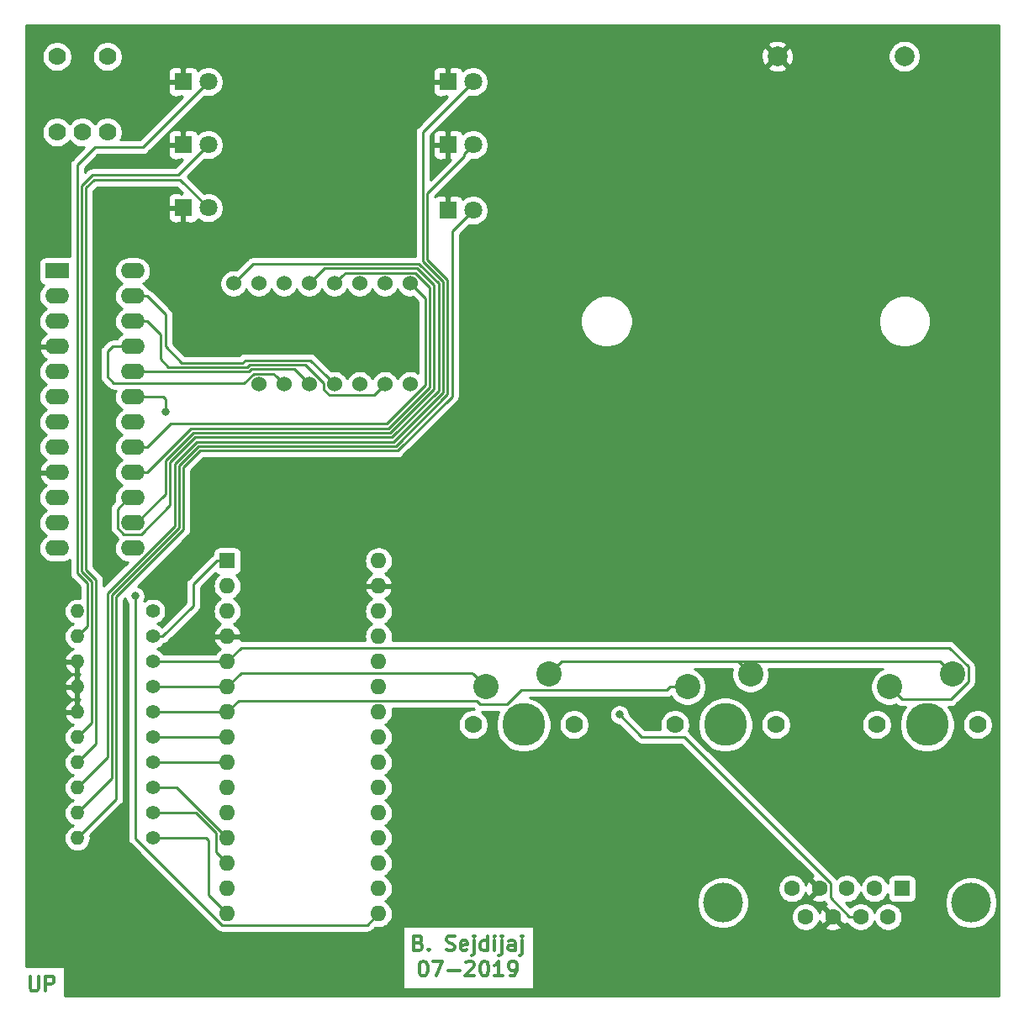
<source format=gbr>
G04 #@! TF.GenerationSoftware,KiCad,Pcbnew,(5.1.0)-1*
G04 #@! TF.CreationDate,2019-08-13T11:23:49+02:00*
G04 #@! TF.ProjectId,AirSensorModule,41697253-656e-4736-9f72-4d6f64756c65,rev?*
G04 #@! TF.SameCoordinates,Original*
G04 #@! TF.FileFunction,Copper,L1,Top*
G04 #@! TF.FilePolarity,Positive*
%FSLAX46Y46*%
G04 Gerber Fmt 4.6, Leading zero omitted, Abs format (unit mm)*
G04 Created by KiCad (PCBNEW (5.1.0)-1) date 2019-08-13 11:23:49*
%MOMM*%
%LPD*%
G04 APERTURE LIST*
%ADD10C,0.300000*%
%ADD11R,1.600000X1.600000*%
%ADD12O,1.600000X1.600000*%
%ADD13C,2.000000*%
%ADD14R,1.800000X1.800000*%
%ADD15C,1.800000*%
%ADD16C,1.524000*%
%ADD17C,1.600000*%
%ADD18C,4.000000*%
%ADD19C,1.400000*%
%ADD20O,1.400000X1.400000*%
%ADD21C,4.318000*%
%ADD22C,2.540000*%
%ADD23C,1.778000*%
%ADD24R,2.400000X1.600000*%
%ADD25O,2.400000X1.600000*%
%ADD26C,5.000000*%
%ADD27C,0.800000*%
%ADD28C,0.250000*%
%ADD29C,0.254000*%
G04 APERTURE END LIST*
D10*
X96357428Y-156150571D02*
X96357428Y-157364857D01*
X96428857Y-157507714D01*
X96500285Y-157579142D01*
X96643142Y-157650571D01*
X96928857Y-157650571D01*
X97071714Y-157579142D01*
X97143142Y-157507714D01*
X97214571Y-157364857D01*
X97214571Y-156150571D01*
X97928857Y-157650571D02*
X97928857Y-156150571D01*
X98500285Y-156150571D01*
X98643142Y-156222000D01*
X98714571Y-156293428D01*
X98786000Y-156436285D01*
X98786000Y-156650571D01*
X98714571Y-156793428D01*
X98643142Y-156864857D01*
X98500285Y-156936285D01*
X97928857Y-156936285D01*
X135497714Y-152795857D02*
X135712000Y-152867285D01*
X135783428Y-152938714D01*
X135854857Y-153081571D01*
X135854857Y-153295857D01*
X135783428Y-153438714D01*
X135712000Y-153510142D01*
X135569142Y-153581571D01*
X134997714Y-153581571D01*
X134997714Y-152081571D01*
X135497714Y-152081571D01*
X135640571Y-152153000D01*
X135712000Y-152224428D01*
X135783428Y-152367285D01*
X135783428Y-152510142D01*
X135712000Y-152653000D01*
X135640571Y-152724428D01*
X135497714Y-152795857D01*
X134997714Y-152795857D01*
X136497714Y-153438714D02*
X136569142Y-153510142D01*
X136497714Y-153581571D01*
X136426285Y-153510142D01*
X136497714Y-153438714D01*
X136497714Y-153581571D01*
X138283428Y-153510142D02*
X138497714Y-153581571D01*
X138854857Y-153581571D01*
X138997714Y-153510142D01*
X139069142Y-153438714D01*
X139140571Y-153295857D01*
X139140571Y-153153000D01*
X139069142Y-153010142D01*
X138997714Y-152938714D01*
X138854857Y-152867285D01*
X138569142Y-152795857D01*
X138426285Y-152724428D01*
X138354857Y-152653000D01*
X138283428Y-152510142D01*
X138283428Y-152367285D01*
X138354857Y-152224428D01*
X138426285Y-152153000D01*
X138569142Y-152081571D01*
X138926285Y-152081571D01*
X139140571Y-152153000D01*
X140354857Y-153510142D02*
X140212000Y-153581571D01*
X139926285Y-153581571D01*
X139783428Y-153510142D01*
X139712000Y-153367285D01*
X139712000Y-152795857D01*
X139783428Y-152653000D01*
X139926285Y-152581571D01*
X140212000Y-152581571D01*
X140354857Y-152653000D01*
X140426285Y-152795857D01*
X140426285Y-152938714D01*
X139712000Y-153081571D01*
X141069142Y-152581571D02*
X141069142Y-153867285D01*
X140997714Y-154010142D01*
X140854857Y-154081571D01*
X140783428Y-154081571D01*
X141069142Y-152081571D02*
X140997714Y-152153000D01*
X141069142Y-152224428D01*
X141140571Y-152153000D01*
X141069142Y-152081571D01*
X141069142Y-152224428D01*
X142426285Y-153581571D02*
X142426285Y-152081571D01*
X142426285Y-153510142D02*
X142283428Y-153581571D01*
X141997714Y-153581571D01*
X141854857Y-153510142D01*
X141783428Y-153438714D01*
X141712000Y-153295857D01*
X141712000Y-152867285D01*
X141783428Y-152724428D01*
X141854857Y-152653000D01*
X141997714Y-152581571D01*
X142283428Y-152581571D01*
X142426285Y-152653000D01*
X143140571Y-153581571D02*
X143140571Y-152581571D01*
X143140571Y-152081571D02*
X143069142Y-152153000D01*
X143140571Y-152224428D01*
X143212000Y-152153000D01*
X143140571Y-152081571D01*
X143140571Y-152224428D01*
X143854857Y-152581571D02*
X143854857Y-153867285D01*
X143783428Y-154010142D01*
X143640571Y-154081571D01*
X143569142Y-154081571D01*
X143854857Y-152081571D02*
X143783428Y-152153000D01*
X143854857Y-152224428D01*
X143926285Y-152153000D01*
X143854857Y-152081571D01*
X143854857Y-152224428D01*
X145212000Y-153581571D02*
X145212000Y-152795857D01*
X145140571Y-152653000D01*
X144997714Y-152581571D01*
X144712000Y-152581571D01*
X144569142Y-152653000D01*
X145212000Y-153510142D02*
X145069142Y-153581571D01*
X144712000Y-153581571D01*
X144569142Y-153510142D01*
X144497714Y-153367285D01*
X144497714Y-153224428D01*
X144569142Y-153081571D01*
X144712000Y-153010142D01*
X145069142Y-153010142D01*
X145212000Y-152938714D01*
X145926285Y-152581571D02*
X145926285Y-153867285D01*
X145854857Y-154010142D01*
X145712000Y-154081571D01*
X145640571Y-154081571D01*
X145926285Y-152081571D02*
X145854857Y-152153000D01*
X145926285Y-152224428D01*
X145997714Y-152153000D01*
X145926285Y-152081571D01*
X145926285Y-152224428D01*
X135890571Y-154631571D02*
X136033428Y-154631571D01*
X136176285Y-154703000D01*
X136247714Y-154774428D01*
X136319142Y-154917285D01*
X136390571Y-155203000D01*
X136390571Y-155560142D01*
X136319142Y-155845857D01*
X136247714Y-155988714D01*
X136176285Y-156060142D01*
X136033428Y-156131571D01*
X135890571Y-156131571D01*
X135747714Y-156060142D01*
X135676285Y-155988714D01*
X135604857Y-155845857D01*
X135533428Y-155560142D01*
X135533428Y-155203000D01*
X135604857Y-154917285D01*
X135676285Y-154774428D01*
X135747714Y-154703000D01*
X135890571Y-154631571D01*
X136890571Y-154631571D02*
X137890571Y-154631571D01*
X137247714Y-156131571D01*
X138462000Y-155560142D02*
X139604857Y-155560142D01*
X140247714Y-154774428D02*
X140319142Y-154703000D01*
X140462000Y-154631571D01*
X140819142Y-154631571D01*
X140962000Y-154703000D01*
X141033428Y-154774428D01*
X141104857Y-154917285D01*
X141104857Y-155060142D01*
X141033428Y-155274428D01*
X140176285Y-156131571D01*
X141104857Y-156131571D01*
X142033428Y-154631571D02*
X142176285Y-154631571D01*
X142319142Y-154703000D01*
X142390571Y-154774428D01*
X142462000Y-154917285D01*
X142533428Y-155203000D01*
X142533428Y-155560142D01*
X142462000Y-155845857D01*
X142390571Y-155988714D01*
X142319142Y-156060142D01*
X142176285Y-156131571D01*
X142033428Y-156131571D01*
X141890571Y-156060142D01*
X141819142Y-155988714D01*
X141747714Y-155845857D01*
X141676285Y-155560142D01*
X141676285Y-155203000D01*
X141747714Y-154917285D01*
X141819142Y-154774428D01*
X141890571Y-154703000D01*
X142033428Y-154631571D01*
X143962000Y-156131571D02*
X143104857Y-156131571D01*
X143533428Y-156131571D02*
X143533428Y-154631571D01*
X143390571Y-154845857D01*
X143247714Y-154988714D01*
X143104857Y-155060142D01*
X144676285Y-156131571D02*
X144962000Y-156131571D01*
X145104857Y-156060142D01*
X145176285Y-155988714D01*
X145319142Y-155774428D01*
X145390571Y-155488714D01*
X145390571Y-154917285D01*
X145319142Y-154774428D01*
X145247714Y-154703000D01*
X145104857Y-154631571D01*
X144819142Y-154631571D01*
X144676285Y-154703000D01*
X144604857Y-154774428D01*
X144533428Y-154917285D01*
X144533428Y-155274428D01*
X144604857Y-155417285D01*
X144676285Y-155488714D01*
X144819142Y-155560142D01*
X145104857Y-155560142D01*
X145247714Y-155488714D01*
X145319142Y-155417285D01*
X145390571Y-155274428D01*
D11*
X116205000Y-114300000D03*
D12*
X131445000Y-147320000D03*
X116205000Y-116840000D03*
X131445000Y-144780000D03*
X116205000Y-119380000D03*
X131445000Y-142240000D03*
X116205000Y-121920000D03*
X131445000Y-139700000D03*
X116205000Y-124460000D03*
X131445000Y-137160000D03*
X116205000Y-127000000D03*
X131445000Y-134620000D03*
X116205000Y-129540000D03*
X131445000Y-132080000D03*
X116205000Y-132080000D03*
X131445000Y-129540000D03*
X116205000Y-134620000D03*
X131445000Y-127000000D03*
X116205000Y-137160000D03*
X131445000Y-124460000D03*
X116205000Y-139700000D03*
X131445000Y-121920000D03*
X116205000Y-142240000D03*
X131445000Y-119380000D03*
X116205000Y-144780000D03*
X131445000Y-116840000D03*
X116205000Y-147320000D03*
X131445000Y-114300000D03*
X116205000Y-149860000D03*
X131445000Y-149860000D03*
D13*
X184404000Y-63470000D03*
X171604000Y-63470000D03*
D14*
X138430000Y-66040000D03*
D15*
X140970000Y-66040000D03*
X140970000Y-72390000D03*
D14*
X138430000Y-72390000D03*
X138430000Y-78994000D03*
D15*
X140970000Y-78994000D03*
X114300000Y-66040000D03*
D14*
X111760000Y-66040000D03*
X111760000Y-72390000D03*
D15*
X114300000Y-72390000D03*
X114300000Y-78740000D03*
D14*
X111760000Y-78740000D03*
D16*
X119380000Y-96520000D03*
X121920000Y-96520000D03*
X124460000Y-96520000D03*
X127000000Y-96520000D03*
X129540000Y-96520000D03*
X132080000Y-96520000D03*
X134620000Y-96520000D03*
X134620000Y-86360000D03*
X132080000Y-86360000D03*
X129540000Y-86360000D03*
X127000000Y-86360000D03*
X124460000Y-86360000D03*
X121920000Y-86360000D03*
X119380000Y-86360000D03*
X116840000Y-86360000D03*
D11*
X184150000Y-147320000D03*
D17*
X181380000Y-147320000D03*
X178610000Y-147320000D03*
X175840000Y-147320000D03*
X173070000Y-147320000D03*
X182765000Y-150160000D03*
X179995000Y-150160000D03*
X177225000Y-150160000D03*
X174455000Y-150160000D03*
D18*
X166110000Y-148740000D03*
X191110000Y-148740000D03*
D19*
X108712000Y-119380000D03*
D20*
X101092000Y-119380000D03*
D19*
X108712000Y-124460000D03*
D20*
X101092000Y-124460000D03*
X101092000Y-127000000D03*
D19*
X108712000Y-127000000D03*
X108712000Y-129540000D03*
D20*
X101092000Y-129540000D03*
X101092000Y-137160000D03*
D19*
X108712000Y-137160000D03*
X108712000Y-139700000D03*
D20*
X101092000Y-139700000D03*
X101092000Y-142240000D03*
D19*
X108712000Y-142240000D03*
D20*
X101092000Y-121920000D03*
D19*
X108712000Y-121920000D03*
X108712000Y-132080000D03*
D20*
X101092000Y-132080000D03*
X101092000Y-134620000D03*
D19*
X108712000Y-134620000D03*
D21*
X186690000Y-130810000D03*
D22*
X189230000Y-125730000D03*
X182880000Y-127000000D03*
D23*
X191770000Y-130810000D03*
X181610000Y-130810000D03*
X140970000Y-130810000D03*
X151130000Y-130810000D03*
D22*
X142240000Y-127000000D03*
X148590000Y-125730000D03*
D21*
X146050000Y-130810000D03*
X166370000Y-130810000D03*
D22*
X168910000Y-125730000D03*
X162560000Y-127000000D03*
D23*
X171450000Y-130810000D03*
X161290000Y-130810000D03*
X99060000Y-63500000D03*
X104140000Y-63500000D03*
X104140000Y-71120000D03*
X101600000Y-71120000D03*
X99060000Y-71120000D03*
D24*
X99060000Y-85090000D03*
D25*
X106680000Y-113030000D03*
X99060000Y-87630000D03*
X106680000Y-110490000D03*
X99060000Y-90170000D03*
X106680000Y-107950000D03*
X99060000Y-92710000D03*
X106680000Y-105410000D03*
X99060000Y-95250000D03*
X106680000Y-102870000D03*
X99060000Y-97790000D03*
X106680000Y-100330000D03*
X99060000Y-100330000D03*
X106680000Y-97790000D03*
X99060000Y-102870000D03*
X106680000Y-95250000D03*
X99060000Y-105410000D03*
X106680000Y-92710000D03*
X99060000Y-107950000D03*
X106680000Y-90170000D03*
X99060000Y-110490000D03*
X106680000Y-87630000D03*
X99060000Y-113030000D03*
X106680000Y-85090000D03*
D26*
X102870000Y-153162000D03*
X150622000Y-149606000D03*
D27*
X109982000Y-99314000D03*
X155702000Y-129794000D03*
X106934000Y-117856000D03*
D28*
X109701949Y-121920000D02*
X112776000Y-118845949D01*
X108712000Y-121920000D02*
X109701949Y-121920000D01*
X115155000Y-114300000D02*
X116205000Y-114300000D01*
X112776000Y-116679000D02*
X115155000Y-114300000D01*
X112776000Y-118845949D02*
X112776000Y-116679000D01*
X108712000Y-124460000D02*
X116205000Y-124460000D01*
X184149999Y-128269999D02*
X182880000Y-127000000D01*
X190825001Y-126495601D02*
X189050603Y-128269999D01*
X189050603Y-128269999D02*
X184149999Y-128269999D01*
X190825001Y-124964399D02*
X190825001Y-126495601D01*
X188905603Y-123045001D02*
X190825001Y-124964399D01*
X117619999Y-123045001D02*
X188905603Y-123045001D01*
X116205000Y-124460000D02*
X117619999Y-123045001D01*
X108712000Y-127000000D02*
X116205000Y-127000000D01*
X140970001Y-125730001D02*
X142240000Y-127000000D01*
X140825001Y-125585001D02*
X140970001Y-125730001D01*
X117619999Y-125585001D02*
X140825001Y-125585001D01*
X116205000Y-127000000D02*
X117619999Y-125585001D01*
X108712000Y-129540000D02*
X116205000Y-129540000D01*
X160763949Y-127000000D02*
X162560000Y-127000000D01*
X160438948Y-127325001D02*
X160763949Y-127000000D01*
X145858677Y-127325001D02*
X160438948Y-127325001D01*
X144405678Y-128778000D02*
X145858677Y-127325001D01*
X141657398Y-128778000D02*
X144405678Y-128778000D01*
X141294397Y-128414999D02*
X141657398Y-128778000D01*
X117330001Y-128414999D02*
X141294397Y-128414999D01*
X116205000Y-129540000D02*
X117330001Y-128414999D01*
X108712000Y-132080000D02*
X116205000Y-132080000D01*
X108712000Y-134620000D02*
X116205000Y-134620000D01*
X187960001Y-124460001D02*
X189230000Y-125730000D01*
X148590000Y-125730000D02*
X149859999Y-124460001D01*
X168910000Y-125730000D02*
X167640001Y-124460001D01*
X149859999Y-124460001D02*
X167385999Y-124460001D01*
X167640001Y-124460001D02*
X167385999Y-124460001D01*
X167385999Y-124460001D02*
X187960001Y-124460001D01*
X109982000Y-99314000D02*
X109982000Y-98044000D01*
X109728000Y-97790000D02*
X106680000Y-97790000D01*
X109982000Y-98044000D02*
X109728000Y-97790000D01*
X111125000Y-137160000D02*
X108712000Y-137160000D01*
X116205000Y-142240000D02*
X111125000Y-137160000D01*
X115062000Y-143637000D02*
X116205000Y-144780000D01*
X115062000Y-141733410D02*
X115062000Y-143637000D01*
X108712000Y-139700000D02*
X113028590Y-139700000D01*
X113028590Y-139700000D02*
X115062000Y-141733410D01*
X162209003Y-132024001D02*
X157932001Y-132024001D01*
X176965001Y-146779999D02*
X162209003Y-132024001D01*
X176965001Y-148261371D02*
X176965001Y-146779999D01*
X179995000Y-150160000D02*
X178863630Y-150160000D01*
X178863630Y-150160000D02*
X176965001Y-148261371D01*
X157932001Y-132024001D02*
X155702000Y-129794000D01*
X155702000Y-129794000D02*
X155702000Y-129794000D01*
X108712000Y-142240000D02*
X114046000Y-142240000D01*
X114046000Y-142240000D02*
X114300000Y-142494000D01*
X114300000Y-147955000D02*
X116205000Y-149860000D01*
X114300000Y-142494000D02*
X114300000Y-147955000D01*
X115664999Y-150985001D02*
X106934000Y-142254002D01*
X131445000Y-149860000D02*
X130319999Y-150985001D01*
X130319999Y-150985001D02*
X115664999Y-150985001D01*
X106934000Y-142254002D02*
X106934000Y-117856000D01*
X106934000Y-117856000D02*
X106934000Y-117856000D01*
X104140000Y-134112000D02*
X101092000Y-137160000D01*
X104140000Y-117561004D02*
X104140000Y-134112000D01*
X110909225Y-110791779D02*
X104140000Y-117561004D01*
X113139191Y-102310039D02*
X110909225Y-104540005D01*
X135890000Y-71120000D02*
X135890000Y-84112008D01*
X135890000Y-84112008D02*
X137944040Y-86166048D01*
X140970000Y-66040000D02*
X135890000Y-71120000D01*
X110909225Y-104540005D02*
X110909225Y-110791779D01*
X137944040Y-86166048D02*
X137944037Y-97350365D01*
X137944037Y-97350365D02*
X132984363Y-102310039D01*
X132984363Y-102310039D02*
X113139191Y-102310039D01*
X140070001Y-73543999D02*
X136340010Y-77273990D01*
X140970000Y-72390000D02*
X140070001Y-73289999D01*
X140070001Y-73289999D02*
X140070001Y-73543999D01*
X136340010Y-77273990D02*
X136340010Y-83925608D01*
X136340010Y-83925608D02*
X138394050Y-85979648D01*
X138394050Y-85979648D02*
X138394046Y-97536766D01*
X138394046Y-97536766D02*
X133170763Y-102760049D01*
X133170763Y-102760049D02*
X113325591Y-102760049D01*
X113325591Y-102760049D02*
X111359235Y-104726405D01*
X111359235Y-104726405D02*
X111359234Y-110978180D01*
X111359234Y-110978180D02*
X104590010Y-117747404D01*
X104590010Y-136201990D02*
X101092000Y-139700000D01*
X104590010Y-117747404D02*
X104590010Y-136201990D01*
X105040020Y-117933804D02*
X105040020Y-138291980D01*
X111809243Y-111164581D02*
X105040020Y-117933804D01*
X111809245Y-104912805D02*
X111809243Y-111164581D01*
X138844060Y-81119940D02*
X138844060Y-85793248D01*
X138844060Y-85793248D02*
X138844056Y-97723166D01*
X138844056Y-97723166D02*
X133357163Y-103210059D01*
X140970000Y-78994000D02*
X138844060Y-81119940D01*
X113511991Y-103210059D02*
X111809245Y-104912805D01*
X105040020Y-138291980D02*
X101092000Y-142240000D01*
X133357163Y-103210059D02*
X113511991Y-103210059D01*
X107696000Y-72644000D02*
X102870000Y-72644000D01*
X114300000Y-66040000D02*
X107696000Y-72644000D01*
X102870000Y-72644000D02*
X101092000Y-74422000D01*
X101092000Y-74422000D02*
X101092000Y-115570000D01*
X101791999Y-121220001D02*
X101092000Y-121920000D01*
X102117001Y-120894999D02*
X101791999Y-121220001D01*
X102117001Y-116595001D02*
X102117001Y-120894999D01*
X101092000Y-115570000D02*
X102117001Y-116595001D01*
X114300000Y-72390000D02*
X111252000Y-75438000D01*
X102616000Y-75438000D02*
X101542010Y-76511990D01*
X111252000Y-75438000D02*
X102616000Y-75438000D01*
X101542010Y-76511990D02*
X101542010Y-115383600D01*
X101791999Y-131380001D02*
X101092000Y-132080000D01*
X102567011Y-130604989D02*
X101791999Y-131380001D01*
X102567011Y-116408601D02*
X102567011Y-130604989D01*
X101542010Y-115383600D02*
X102567011Y-116408601D01*
X111448010Y-75888010D02*
X102802400Y-75888010D01*
X114300000Y-78740000D02*
X111448010Y-75888010D01*
X102802400Y-75888010D02*
X101992020Y-76698390D01*
X103017021Y-132694979D02*
X101092000Y-134620000D01*
X101992020Y-76698390D02*
X101992020Y-115197200D01*
X101992020Y-115197200D02*
X103017021Y-116222201D01*
X103017021Y-116222201D02*
X103017021Y-132694979D01*
X121158001Y-95758001D02*
X121920000Y-96520000D01*
X118858239Y-95432999D02*
X120832999Y-95432999D01*
X120832999Y-95432999D02*
X121158001Y-95758001D01*
X106680000Y-92710000D02*
X104648000Y-92710000D01*
X104648000Y-92710000D02*
X104140000Y-93218000D01*
X104140000Y-93218000D02*
X104140000Y-95758000D01*
X117916228Y-96375010D02*
X118858239Y-95432999D01*
X104140000Y-95758000D02*
X104757010Y-96375010D01*
X104757010Y-96375010D02*
X117916228Y-96375010D01*
X118671838Y-94982990D02*
X122922990Y-94982990D01*
X118404828Y-95250000D02*
X118671838Y-94982990D01*
X123698001Y-95758001D02*
X124460000Y-96520000D01*
X122922990Y-94982990D02*
X123698001Y-95758001D01*
X106680000Y-95250000D02*
X118404828Y-95250000D01*
X108130000Y-87630000D02*
X109982000Y-89482000D01*
X106680000Y-87630000D02*
X108130000Y-87630000D01*
X109982000Y-92710000D02*
X111621980Y-94349980D01*
X109982000Y-89482000D02*
X109982000Y-92710000D01*
X111621980Y-94349980D02*
X117740020Y-94349980D01*
X126238001Y-95758001D02*
X127000000Y-96520000D01*
X124562970Y-94082970D02*
X126238001Y-95758001D01*
X118007030Y-94082970D02*
X124562970Y-94082970D01*
X117740020Y-94349980D02*
X118007030Y-94082970D01*
X108130000Y-90170000D02*
X109474000Y-91514000D01*
X106680000Y-90170000D02*
X108130000Y-90170000D01*
X109474000Y-93980000D02*
X110293990Y-94799990D01*
X109474000Y-91514000D02*
X109474000Y-93980000D01*
X118218428Y-94799990D02*
X118485438Y-94532980D01*
X110293990Y-94799990D02*
X118218428Y-94799990D01*
X131318001Y-97281999D02*
X132080000Y-96520000D01*
X130992999Y-97607001D02*
X131318001Y-97281999D01*
X126478239Y-97607001D02*
X130992999Y-97607001D01*
X125912999Y-97041761D02*
X126478239Y-97607001D01*
X125912999Y-96364237D02*
X125912999Y-97041761D01*
X124081742Y-94532980D02*
X125912999Y-96364237D01*
X118485438Y-94532980D02*
X124081742Y-94532980D01*
X108130000Y-102870000D02*
X110490000Y-100510000D01*
X106680000Y-102870000D02*
X108130000Y-102870000D01*
X132238762Y-100510000D02*
X136144000Y-96604762D01*
X110490000Y-100510000D02*
X132238762Y-100510000D01*
X136144000Y-87884000D02*
X134620000Y-86360000D01*
X136144000Y-96604762D02*
X136144000Y-87884000D01*
X108130000Y-105410000D02*
X112579990Y-100960010D01*
X106680000Y-105410000D02*
X108130000Y-105410000D01*
X132425163Y-100960009D02*
X136594010Y-96791162D01*
X112579990Y-100960010D02*
X132425163Y-100960009D01*
X127761999Y-85598001D02*
X127000000Y-86360000D01*
X128087001Y-85272999D02*
X127761999Y-85598001D01*
X136594010Y-86725248D02*
X135141761Y-85272999D01*
X135141761Y-85272999D02*
X128087001Y-85272999D01*
X136594010Y-96791162D02*
X136594010Y-86725248D01*
X107080000Y-110490000D02*
X106680000Y-110490000D01*
X110009205Y-104167205D02*
X110009205Y-107560795D01*
X112766391Y-101410019D02*
X110009205Y-104167205D01*
X125997010Y-84822990D02*
X135328162Y-84822990D01*
X124460000Y-86360000D02*
X125997010Y-84822990D01*
X135328162Y-84822990D02*
X137044020Y-86538848D01*
X137044020Y-86538848D02*
X137044019Y-96977563D01*
X137044019Y-96977563D02*
X132611563Y-101410019D01*
X110009205Y-107560795D02*
X107080000Y-110490000D01*
X132611563Y-101410019D02*
X112766391Y-101410019D01*
X105154990Y-110955994D02*
X105154990Y-109075010D01*
X105814006Y-111615010D02*
X105154990Y-110955994D01*
X105154990Y-109075010D02*
X106280000Y-107950000D01*
X107545994Y-111615010D02*
X105814006Y-111615010D01*
X110459215Y-104353605D02*
X110459215Y-108701789D01*
X110459215Y-108701789D02*
X107545994Y-111615010D01*
X112952791Y-101860029D02*
X110459215Y-104353605D01*
X132797963Y-101860029D02*
X112952791Y-101860029D01*
X137494028Y-97163964D02*
X132797963Y-101860029D01*
X106280000Y-107950000D02*
X106680000Y-107950000D01*
X137494030Y-86352448D02*
X137494028Y-97163964D01*
X135514563Y-84372981D02*
X137494030Y-86352448D01*
X118827020Y-84372980D02*
X135514563Y-84372981D01*
X116840000Y-86360000D02*
X118827020Y-84372980D01*
D29*
G36*
X193920000Y-158090000D02*
G01*
X99856715Y-158090000D01*
X99856715Y-155182000D01*
X95910000Y-155182000D01*
X95910000Y-127333329D01*
X99799284Y-127333329D01*
X99831953Y-127441044D01*
X99942208Y-127678392D01*
X100096649Y-127889670D01*
X100289340Y-128066759D01*
X100512877Y-128202853D01*
X100696525Y-128270000D01*
X100512877Y-128337147D01*
X100289340Y-128473241D01*
X100096649Y-128650330D01*
X99942208Y-128861608D01*
X99831953Y-129098956D01*
X99799284Y-129206671D01*
X99922626Y-129413000D01*
X100965000Y-129413000D01*
X100965000Y-128369799D01*
X100796935Y-128270000D01*
X100965000Y-128170201D01*
X100965000Y-127127000D01*
X99922626Y-127127000D01*
X99799284Y-127333329D01*
X95910000Y-127333329D01*
X95910000Y-124793329D01*
X99799284Y-124793329D01*
X99831953Y-124901044D01*
X99942208Y-125138392D01*
X100096649Y-125349670D01*
X100289340Y-125526759D01*
X100512877Y-125662853D01*
X100696525Y-125730000D01*
X100512877Y-125797147D01*
X100289340Y-125933241D01*
X100096649Y-126110330D01*
X99942208Y-126321608D01*
X99831953Y-126558956D01*
X99799284Y-126666671D01*
X99922626Y-126873000D01*
X100965000Y-126873000D01*
X100965000Y-125829799D01*
X100796935Y-125730000D01*
X100965000Y-125630201D01*
X100965000Y-124587000D01*
X99922626Y-124587000D01*
X99799284Y-124793329D01*
X95910000Y-124793329D01*
X95910000Y-87630000D01*
X97218057Y-87630000D01*
X97245764Y-87911309D01*
X97327818Y-88181808D01*
X97461068Y-88431101D01*
X97640392Y-88649608D01*
X97858899Y-88828932D01*
X97991858Y-88900000D01*
X97858899Y-88971068D01*
X97640392Y-89150392D01*
X97461068Y-89368899D01*
X97327818Y-89618192D01*
X97245764Y-89888691D01*
X97218057Y-90170000D01*
X97245764Y-90451309D01*
X97327818Y-90721808D01*
X97461068Y-90971101D01*
X97640392Y-91189608D01*
X97858899Y-91368932D01*
X97986741Y-91437265D01*
X97757161Y-91587399D01*
X97555500Y-91785105D01*
X97396285Y-92018354D01*
X97285633Y-92278182D01*
X97268096Y-92360961D01*
X97390085Y-92583000D01*
X98933000Y-92583000D01*
X98933000Y-92563000D01*
X99187000Y-92563000D01*
X99187000Y-92583000D01*
X99207000Y-92583000D01*
X99207000Y-92837000D01*
X99187000Y-92837000D01*
X99187000Y-92857000D01*
X98933000Y-92857000D01*
X98933000Y-92837000D01*
X97390085Y-92837000D01*
X97268096Y-93059039D01*
X97285633Y-93141818D01*
X97396285Y-93401646D01*
X97555500Y-93634895D01*
X97757161Y-93832601D01*
X97986741Y-93982735D01*
X97858899Y-94051068D01*
X97640392Y-94230392D01*
X97461068Y-94448899D01*
X97327818Y-94698192D01*
X97245764Y-94968691D01*
X97218057Y-95250000D01*
X97245764Y-95531309D01*
X97327818Y-95801808D01*
X97461068Y-96051101D01*
X97640392Y-96269608D01*
X97858899Y-96448932D01*
X97991858Y-96520000D01*
X97858899Y-96591068D01*
X97640392Y-96770392D01*
X97461068Y-96988899D01*
X97327818Y-97238192D01*
X97245764Y-97508691D01*
X97218057Y-97790000D01*
X97245764Y-98071309D01*
X97327818Y-98341808D01*
X97461068Y-98591101D01*
X97640392Y-98809608D01*
X97858899Y-98988932D01*
X97991858Y-99060000D01*
X97858899Y-99131068D01*
X97640392Y-99310392D01*
X97461068Y-99528899D01*
X97327818Y-99778192D01*
X97245764Y-100048691D01*
X97218057Y-100330000D01*
X97245764Y-100611309D01*
X97327818Y-100881808D01*
X97461068Y-101131101D01*
X97640392Y-101349608D01*
X97858899Y-101528932D01*
X97991858Y-101600000D01*
X97858899Y-101671068D01*
X97640392Y-101850392D01*
X97461068Y-102068899D01*
X97327818Y-102318192D01*
X97245764Y-102588691D01*
X97218057Y-102870000D01*
X97245764Y-103151309D01*
X97327818Y-103421808D01*
X97461068Y-103671101D01*
X97640392Y-103889608D01*
X97858899Y-104068932D01*
X97986741Y-104137265D01*
X97757161Y-104287399D01*
X97555500Y-104485105D01*
X97396285Y-104718354D01*
X97285633Y-104978182D01*
X97268096Y-105060961D01*
X97390085Y-105283000D01*
X98933000Y-105283000D01*
X98933000Y-105263000D01*
X99187000Y-105263000D01*
X99187000Y-105283000D01*
X99207000Y-105283000D01*
X99207000Y-105537000D01*
X99187000Y-105537000D01*
X99187000Y-105557000D01*
X98933000Y-105557000D01*
X98933000Y-105537000D01*
X97390085Y-105537000D01*
X97268096Y-105759039D01*
X97285633Y-105841818D01*
X97396285Y-106101646D01*
X97555500Y-106334895D01*
X97757161Y-106532601D01*
X97986741Y-106682735D01*
X97858899Y-106751068D01*
X97640392Y-106930392D01*
X97461068Y-107148899D01*
X97327818Y-107398192D01*
X97245764Y-107668691D01*
X97218057Y-107950000D01*
X97245764Y-108231309D01*
X97327818Y-108501808D01*
X97461068Y-108751101D01*
X97640392Y-108969608D01*
X97858899Y-109148932D01*
X97991858Y-109220000D01*
X97858899Y-109291068D01*
X97640392Y-109470392D01*
X97461068Y-109688899D01*
X97327818Y-109938192D01*
X97245764Y-110208691D01*
X97218057Y-110490000D01*
X97245764Y-110771309D01*
X97327818Y-111041808D01*
X97461068Y-111291101D01*
X97640392Y-111509608D01*
X97858899Y-111688932D01*
X97991858Y-111760000D01*
X97858899Y-111831068D01*
X97640392Y-112010392D01*
X97461068Y-112228899D01*
X97327818Y-112478192D01*
X97245764Y-112748691D01*
X97218057Y-113030000D01*
X97245764Y-113311309D01*
X97327818Y-113581808D01*
X97461068Y-113831101D01*
X97640392Y-114049608D01*
X97858899Y-114228932D01*
X98108192Y-114362182D01*
X98378691Y-114444236D01*
X98589508Y-114465000D01*
X99530492Y-114465000D01*
X99741309Y-114444236D01*
X100011808Y-114362182D01*
X100261101Y-114228932D01*
X100332001Y-114170746D01*
X100332001Y-115532667D01*
X100328324Y-115570000D01*
X100332001Y-115607333D01*
X100342998Y-115718986D01*
X100348788Y-115738072D01*
X100386454Y-115862246D01*
X100457026Y-115994276D01*
X100521811Y-116073216D01*
X100552000Y-116110001D01*
X100580998Y-116133799D01*
X101357001Y-116909803D01*
X101357001Y-118065317D01*
X101353706Y-118064317D01*
X101157579Y-118045000D01*
X101026421Y-118045000D01*
X100830294Y-118064317D01*
X100578646Y-118140653D01*
X100346725Y-118264618D01*
X100143445Y-118431445D01*
X99976618Y-118634725D01*
X99852653Y-118866646D01*
X99776317Y-119118294D01*
X99750541Y-119380000D01*
X99776317Y-119641706D01*
X99852653Y-119893354D01*
X99976618Y-120125275D01*
X100143445Y-120328555D01*
X100346725Y-120495382D01*
X100578646Y-120619347D01*
X100679696Y-120650000D01*
X100578646Y-120680653D01*
X100346725Y-120804618D01*
X100143445Y-120971445D01*
X99976618Y-121174725D01*
X99852653Y-121406646D01*
X99776317Y-121658294D01*
X99750541Y-121920000D01*
X99776317Y-122181706D01*
X99852653Y-122433354D01*
X99976618Y-122665275D01*
X100143445Y-122868555D01*
X100346725Y-123035382D01*
X100578646Y-123159347D01*
X100688894Y-123192790D01*
X100512877Y-123257147D01*
X100289340Y-123393241D01*
X100096649Y-123570330D01*
X99942208Y-123781608D01*
X99831953Y-124018956D01*
X99799284Y-124126671D01*
X99922626Y-124333000D01*
X100965000Y-124333000D01*
X100965000Y-124313000D01*
X101219000Y-124313000D01*
X101219000Y-124333000D01*
X101239000Y-124333000D01*
X101239000Y-124587000D01*
X101219000Y-124587000D01*
X101219000Y-125630201D01*
X101387065Y-125730000D01*
X101219000Y-125829799D01*
X101219000Y-126873000D01*
X101239000Y-126873000D01*
X101239000Y-127127000D01*
X101219000Y-127127000D01*
X101219000Y-128170201D01*
X101387065Y-128270000D01*
X101219000Y-128369799D01*
X101219000Y-129413000D01*
X101239000Y-129413000D01*
X101239000Y-129667000D01*
X101219000Y-129667000D01*
X101219000Y-129687000D01*
X100965000Y-129687000D01*
X100965000Y-129667000D01*
X99922626Y-129667000D01*
X99799284Y-129873329D01*
X99831953Y-129981044D01*
X99942208Y-130218392D01*
X100096649Y-130429670D01*
X100289340Y-130606759D01*
X100512877Y-130742853D01*
X100688894Y-130807210D01*
X100578646Y-130840653D01*
X100346725Y-130964618D01*
X100143445Y-131131445D01*
X99976618Y-131334725D01*
X99852653Y-131566646D01*
X99776317Y-131818294D01*
X99750541Y-132080000D01*
X99776317Y-132341706D01*
X99852653Y-132593354D01*
X99976618Y-132825275D01*
X100143445Y-133028555D01*
X100346725Y-133195382D01*
X100578646Y-133319347D01*
X100679696Y-133350000D01*
X100578646Y-133380653D01*
X100346725Y-133504618D01*
X100143445Y-133671445D01*
X99976618Y-133874725D01*
X99852653Y-134106646D01*
X99776317Y-134358294D01*
X99750541Y-134620000D01*
X99776317Y-134881706D01*
X99852653Y-135133354D01*
X99976618Y-135365275D01*
X100143445Y-135568555D01*
X100346725Y-135735382D01*
X100578646Y-135859347D01*
X100679696Y-135890000D01*
X100578646Y-135920653D01*
X100346725Y-136044618D01*
X100143445Y-136211445D01*
X99976618Y-136414725D01*
X99852653Y-136646646D01*
X99776317Y-136898294D01*
X99750541Y-137160000D01*
X99776317Y-137421706D01*
X99852653Y-137673354D01*
X99976618Y-137905275D01*
X100143445Y-138108555D01*
X100346725Y-138275382D01*
X100578646Y-138399347D01*
X100679696Y-138430000D01*
X100578646Y-138460653D01*
X100346725Y-138584618D01*
X100143445Y-138751445D01*
X99976618Y-138954725D01*
X99852653Y-139186646D01*
X99776317Y-139438294D01*
X99750541Y-139700000D01*
X99776317Y-139961706D01*
X99852653Y-140213354D01*
X99976618Y-140445275D01*
X100143445Y-140648555D01*
X100346725Y-140815382D01*
X100578646Y-140939347D01*
X100679696Y-140970000D01*
X100578646Y-141000653D01*
X100346725Y-141124618D01*
X100143445Y-141291445D01*
X99976618Y-141494725D01*
X99852653Y-141726646D01*
X99776317Y-141978294D01*
X99750541Y-142240000D01*
X99776317Y-142501706D01*
X99852653Y-142753354D01*
X99976618Y-142985275D01*
X100143445Y-143188555D01*
X100346725Y-143355382D01*
X100578646Y-143479347D01*
X100830294Y-143555683D01*
X101026421Y-143575000D01*
X101157579Y-143575000D01*
X101353706Y-143555683D01*
X101605354Y-143479347D01*
X101837275Y-143355382D01*
X102040555Y-143188555D01*
X102207382Y-142985275D01*
X102331347Y-142753354D01*
X102407683Y-142501706D01*
X102433459Y-142240000D01*
X102409550Y-141997251D01*
X105551028Y-138855775D01*
X105580021Y-138831981D01*
X105603815Y-138802988D01*
X105603819Y-138802984D01*
X105674993Y-138716257D01*
X105674994Y-138716256D01*
X105745566Y-138584227D01*
X105789023Y-138440966D01*
X105800020Y-138329313D01*
X105800020Y-138329304D01*
X105803696Y-138291981D01*
X105800020Y-138254658D01*
X105800020Y-118248605D01*
X105930803Y-118117823D01*
X105938774Y-118157898D01*
X106016795Y-118346256D01*
X106130063Y-118515774D01*
X106174001Y-118559712D01*
X106174000Y-142216680D01*
X106170324Y-142254002D01*
X106174000Y-142291324D01*
X106174000Y-142291334D01*
X106184997Y-142402987D01*
X106201281Y-142456668D01*
X106228454Y-142546248D01*
X106299026Y-142678278D01*
X106338871Y-142726828D01*
X106393999Y-142794003D01*
X106423003Y-142817806D01*
X115101200Y-151496004D01*
X115124998Y-151525002D01*
X115240723Y-151619975D01*
X115372752Y-151690547D01*
X115516013Y-151734004D01*
X115627666Y-151745001D01*
X115627675Y-151745001D01*
X115664998Y-151748677D01*
X115702321Y-151745001D01*
X130282677Y-151745001D01*
X130319999Y-151748677D01*
X130357321Y-151745001D01*
X130357332Y-151745001D01*
X130468985Y-151734004D01*
X130612246Y-151690547D01*
X130744275Y-151619975D01*
X130860000Y-151525002D01*
X130883803Y-151495999D01*
X131119094Y-151260708D01*
X131163691Y-151274236D01*
X131374508Y-151295000D01*
X131515492Y-151295000D01*
X131726309Y-151274236D01*
X131996808Y-151192182D01*
X132144946Y-151113000D01*
X133855572Y-151113000D01*
X133855572Y-157483000D01*
X147068429Y-157483000D01*
X147068429Y-151113000D01*
X133855572Y-151113000D01*
X132144946Y-151113000D01*
X132246101Y-151058932D01*
X132464608Y-150879608D01*
X132643932Y-150661101D01*
X132777182Y-150411808D01*
X132859236Y-150141309D01*
X132886943Y-149860000D01*
X132859236Y-149578691D01*
X132777182Y-149308192D01*
X132643932Y-149058899D01*
X132464608Y-148840392D01*
X132246101Y-148661068D01*
X132113142Y-148590000D01*
X132246101Y-148518932D01*
X132292961Y-148480475D01*
X163475000Y-148480475D01*
X163475000Y-148999525D01*
X163576261Y-149508601D01*
X163774893Y-149988141D01*
X164063262Y-150419715D01*
X164430285Y-150786738D01*
X164861859Y-151075107D01*
X165341399Y-151273739D01*
X165850475Y-151375000D01*
X166369525Y-151375000D01*
X166878601Y-151273739D01*
X167358141Y-151075107D01*
X167789715Y-150786738D01*
X168156738Y-150419715D01*
X168424711Y-150018665D01*
X173020000Y-150018665D01*
X173020000Y-150301335D01*
X173075147Y-150578574D01*
X173183320Y-150839727D01*
X173340363Y-151074759D01*
X173540241Y-151274637D01*
X173775273Y-151431680D01*
X174036426Y-151539853D01*
X174313665Y-151595000D01*
X174596335Y-151595000D01*
X174873574Y-151539853D01*
X175134727Y-151431680D01*
X175369759Y-151274637D01*
X175491694Y-151152702D01*
X176411903Y-151152702D01*
X176483486Y-151396671D01*
X176738996Y-151517571D01*
X177013184Y-151586300D01*
X177295512Y-151600217D01*
X177575130Y-151558787D01*
X177841292Y-151463603D01*
X177966514Y-151396671D01*
X178038097Y-151152702D01*
X177225000Y-150339605D01*
X176411903Y-151152702D01*
X175491694Y-151152702D01*
X175569637Y-151074759D01*
X175726680Y-150839727D01*
X175834853Y-150578574D01*
X175840513Y-150550118D01*
X175921397Y-150776292D01*
X175988329Y-150901514D01*
X176232298Y-150973097D01*
X177045395Y-150160000D01*
X176232298Y-149346903D01*
X175988329Y-149418486D01*
X175867429Y-149673996D01*
X175841788Y-149776289D01*
X175834853Y-149741426D01*
X175726680Y-149480273D01*
X175569637Y-149245241D01*
X175369759Y-149045363D01*
X175134727Y-148888320D01*
X174873574Y-148780147D01*
X174596335Y-148725000D01*
X174313665Y-148725000D01*
X174036426Y-148780147D01*
X173775273Y-148888320D01*
X173540241Y-149045363D01*
X173340363Y-149245241D01*
X173183320Y-149480273D01*
X173075147Y-149741426D01*
X173020000Y-150018665D01*
X168424711Y-150018665D01*
X168445107Y-149988141D01*
X168643739Y-149508601D01*
X168745000Y-148999525D01*
X168745000Y-148480475D01*
X168643739Y-147971399D01*
X168445107Y-147491859D01*
X168235838Y-147178665D01*
X171635000Y-147178665D01*
X171635000Y-147461335D01*
X171690147Y-147738574D01*
X171798320Y-147999727D01*
X171955363Y-148234759D01*
X172155241Y-148434637D01*
X172390273Y-148591680D01*
X172651426Y-148699853D01*
X172928665Y-148755000D01*
X173211335Y-148755000D01*
X173488574Y-148699853D01*
X173749727Y-148591680D01*
X173984759Y-148434637D01*
X174184637Y-148234759D01*
X174341680Y-147999727D01*
X174449853Y-147738574D01*
X174455513Y-147710118D01*
X174536397Y-147936292D01*
X174603329Y-148061514D01*
X174847298Y-148133097D01*
X175660395Y-147320000D01*
X174847298Y-146506903D01*
X174603329Y-146578486D01*
X174482429Y-146833996D01*
X174456788Y-146936289D01*
X174449853Y-146901426D01*
X174341680Y-146640273D01*
X174184637Y-146405241D01*
X173984759Y-146205363D01*
X173749727Y-146048320D01*
X173488574Y-145940147D01*
X173211335Y-145885000D01*
X172928665Y-145885000D01*
X172651426Y-145940147D01*
X172390273Y-146048320D01*
X172155241Y-146205363D01*
X171955363Y-146405241D01*
X171798320Y-146640273D01*
X171690147Y-146901426D01*
X171635000Y-147178665D01*
X168235838Y-147178665D01*
X168156738Y-147060285D01*
X167789715Y-146693262D01*
X167358141Y-146404893D01*
X166878601Y-146206261D01*
X166369525Y-146105000D01*
X165850475Y-146105000D01*
X165341399Y-146206261D01*
X164861859Y-146404893D01*
X164430285Y-146693262D01*
X164063262Y-147060285D01*
X163774893Y-147491859D01*
X163576261Y-147971399D01*
X163475000Y-148480475D01*
X132292961Y-148480475D01*
X132464608Y-148339608D01*
X132643932Y-148121101D01*
X132777182Y-147871808D01*
X132859236Y-147601309D01*
X132886943Y-147320000D01*
X132859236Y-147038691D01*
X132777182Y-146768192D01*
X132643932Y-146518899D01*
X132464608Y-146300392D01*
X132246101Y-146121068D01*
X132113142Y-146050000D01*
X132246101Y-145978932D01*
X132464608Y-145799608D01*
X132643932Y-145581101D01*
X132777182Y-145331808D01*
X132859236Y-145061309D01*
X132886943Y-144780000D01*
X132859236Y-144498691D01*
X132777182Y-144228192D01*
X132643932Y-143978899D01*
X132464608Y-143760392D01*
X132246101Y-143581068D01*
X132113142Y-143510000D01*
X132246101Y-143438932D01*
X132464608Y-143259608D01*
X132643932Y-143041101D01*
X132777182Y-142791808D01*
X132859236Y-142521309D01*
X132886943Y-142240000D01*
X132859236Y-141958691D01*
X132777182Y-141688192D01*
X132643932Y-141438899D01*
X132464608Y-141220392D01*
X132246101Y-141041068D01*
X132113142Y-140970000D01*
X132246101Y-140898932D01*
X132464608Y-140719608D01*
X132643932Y-140501101D01*
X132777182Y-140251808D01*
X132859236Y-139981309D01*
X132886943Y-139700000D01*
X132859236Y-139418691D01*
X132777182Y-139148192D01*
X132643932Y-138898899D01*
X132464608Y-138680392D01*
X132246101Y-138501068D01*
X132113142Y-138430000D01*
X132246101Y-138358932D01*
X132464608Y-138179608D01*
X132643932Y-137961101D01*
X132777182Y-137711808D01*
X132859236Y-137441309D01*
X132886943Y-137160000D01*
X132859236Y-136878691D01*
X132777182Y-136608192D01*
X132643932Y-136358899D01*
X132464608Y-136140392D01*
X132246101Y-135961068D01*
X132113142Y-135890000D01*
X132246101Y-135818932D01*
X132464608Y-135639608D01*
X132643932Y-135421101D01*
X132777182Y-135171808D01*
X132859236Y-134901309D01*
X132886943Y-134620000D01*
X132859236Y-134338691D01*
X132777182Y-134068192D01*
X132643932Y-133818899D01*
X132464608Y-133600392D01*
X132246101Y-133421068D01*
X132113142Y-133350000D01*
X132246101Y-133278932D01*
X132464608Y-133099608D01*
X132643932Y-132881101D01*
X132777182Y-132631808D01*
X132859236Y-132361309D01*
X132886943Y-132080000D01*
X132859236Y-131798691D01*
X132777182Y-131528192D01*
X132643932Y-131278899D01*
X132464608Y-131060392D01*
X132246101Y-130881068D01*
X132113142Y-130810000D01*
X132246101Y-130738932D01*
X132464608Y-130559608D01*
X132643932Y-130341101D01*
X132777182Y-130091808D01*
X132859236Y-129821309D01*
X132886943Y-129540000D01*
X132859236Y-129258691D01*
X132833849Y-129174999D01*
X140979596Y-129174999D01*
X141090597Y-129286000D01*
X140819899Y-129286000D01*
X140525466Y-129344566D01*
X140248115Y-129459449D01*
X139998507Y-129626232D01*
X139786232Y-129838507D01*
X139619449Y-130088115D01*
X139504566Y-130365466D01*
X139446000Y-130659899D01*
X139446000Y-130960101D01*
X139504566Y-131254534D01*
X139619449Y-131531885D01*
X139786232Y-131781493D01*
X139998507Y-131993768D01*
X140248115Y-132160551D01*
X140525466Y-132275434D01*
X140819899Y-132334000D01*
X141120101Y-132334000D01*
X141414534Y-132275434D01*
X141691885Y-132160551D01*
X141941493Y-131993768D01*
X142153768Y-131781493D01*
X142320551Y-131531885D01*
X142435434Y-131254534D01*
X142494000Y-130960101D01*
X142494000Y-130659899D01*
X142435434Y-130365466D01*
X142320551Y-130088115D01*
X142153768Y-129838507D01*
X141941493Y-129626232D01*
X141809445Y-129538000D01*
X143552676Y-129538000D01*
X143363372Y-129995020D01*
X143256000Y-130534815D01*
X143256000Y-131085185D01*
X143363372Y-131624980D01*
X143573989Y-132133455D01*
X143879758Y-132591071D01*
X144268929Y-132980242D01*
X144726545Y-133286011D01*
X145235020Y-133496628D01*
X145774815Y-133604000D01*
X146325185Y-133604000D01*
X146864980Y-133496628D01*
X147373455Y-133286011D01*
X147831071Y-132980242D01*
X148220242Y-132591071D01*
X148526011Y-132133455D01*
X148736628Y-131624980D01*
X148844000Y-131085185D01*
X148844000Y-130659899D01*
X149606000Y-130659899D01*
X149606000Y-130960101D01*
X149664566Y-131254534D01*
X149779449Y-131531885D01*
X149946232Y-131781493D01*
X150158507Y-131993768D01*
X150408115Y-132160551D01*
X150685466Y-132275434D01*
X150979899Y-132334000D01*
X151280101Y-132334000D01*
X151574534Y-132275434D01*
X151851885Y-132160551D01*
X152101493Y-131993768D01*
X152313768Y-131781493D01*
X152480551Y-131531885D01*
X152595434Y-131254534D01*
X152654000Y-130960101D01*
X152654000Y-130659899D01*
X152595434Y-130365466D01*
X152480551Y-130088115D01*
X152313768Y-129838507D01*
X152167322Y-129692061D01*
X154667000Y-129692061D01*
X154667000Y-129895939D01*
X154706774Y-130095898D01*
X154784795Y-130284256D01*
X154898063Y-130453774D01*
X155042226Y-130597937D01*
X155211744Y-130711205D01*
X155400102Y-130789226D01*
X155600061Y-130829000D01*
X155662199Y-130829000D01*
X157368201Y-132535003D01*
X157392000Y-132564002D01*
X157507725Y-132658975D01*
X157639754Y-132729547D01*
X157783015Y-132773004D01*
X157894668Y-132784001D01*
X157894676Y-132784001D01*
X157932001Y-132787677D01*
X157969326Y-132784001D01*
X161894202Y-132784001D01*
X175160423Y-146050223D01*
X175098486Y-146083329D01*
X175026903Y-146327298D01*
X175840000Y-147140395D01*
X175854143Y-147126253D01*
X176033748Y-147305858D01*
X176019605Y-147320000D01*
X176033748Y-147334143D01*
X175854143Y-147513748D01*
X175840000Y-147499605D01*
X175026903Y-148312702D01*
X175098486Y-148556671D01*
X175353996Y-148677571D01*
X175628184Y-148746300D01*
X175910512Y-148760217D01*
X176190130Y-148718787D01*
X176322448Y-148671468D01*
X176330027Y-148685647D01*
X176357225Y-148718787D01*
X176425000Y-148801372D01*
X176454004Y-148825175D01*
X176528238Y-148899409D01*
X176483486Y-148923329D01*
X176411903Y-149167298D01*
X177225000Y-149980395D01*
X177239143Y-149966253D01*
X177418748Y-150145858D01*
X177404605Y-150160000D01*
X178217702Y-150973097D01*
X178461671Y-150901514D01*
X178497401Y-150826002D01*
X178571383Y-150865546D01*
X178714644Y-150909003D01*
X178773481Y-150914798D01*
X178880363Y-151074759D01*
X179080241Y-151274637D01*
X179315273Y-151431680D01*
X179576426Y-151539853D01*
X179853665Y-151595000D01*
X180136335Y-151595000D01*
X180413574Y-151539853D01*
X180674727Y-151431680D01*
X180909759Y-151274637D01*
X181109637Y-151074759D01*
X181266680Y-150839727D01*
X181374853Y-150578574D01*
X181380000Y-150552699D01*
X181385147Y-150578574D01*
X181493320Y-150839727D01*
X181650363Y-151074759D01*
X181850241Y-151274637D01*
X182085273Y-151431680D01*
X182346426Y-151539853D01*
X182623665Y-151595000D01*
X182906335Y-151595000D01*
X183183574Y-151539853D01*
X183444727Y-151431680D01*
X183679759Y-151274637D01*
X183879637Y-151074759D01*
X184036680Y-150839727D01*
X184144853Y-150578574D01*
X184200000Y-150301335D01*
X184200000Y-150018665D01*
X184144853Y-149741426D01*
X184036680Y-149480273D01*
X183879637Y-149245241D01*
X183679759Y-149045363D01*
X183444727Y-148888320D01*
X183183574Y-148780147D01*
X182906335Y-148725000D01*
X182623665Y-148725000D01*
X182346426Y-148780147D01*
X182085273Y-148888320D01*
X181850241Y-149045363D01*
X181650363Y-149245241D01*
X181493320Y-149480273D01*
X181385147Y-149741426D01*
X181380000Y-149767301D01*
X181374853Y-149741426D01*
X181266680Y-149480273D01*
X181109637Y-149245241D01*
X180909759Y-149045363D01*
X180674727Y-148888320D01*
X180413574Y-148780147D01*
X180136335Y-148725000D01*
X179853665Y-148725000D01*
X179576426Y-148780147D01*
X179315273Y-148888320D01*
X179080241Y-149045363D01*
X178952018Y-149173586D01*
X178533432Y-148755000D01*
X178751335Y-148755000D01*
X179028574Y-148699853D01*
X179289727Y-148591680D01*
X179524759Y-148434637D01*
X179724637Y-148234759D01*
X179881680Y-147999727D01*
X179989853Y-147738574D01*
X179995000Y-147712699D01*
X180000147Y-147738574D01*
X180108320Y-147999727D01*
X180265363Y-148234759D01*
X180465241Y-148434637D01*
X180700273Y-148591680D01*
X180961426Y-148699853D01*
X181238665Y-148755000D01*
X181521335Y-148755000D01*
X181798574Y-148699853D01*
X182059727Y-148591680D01*
X182294759Y-148434637D01*
X182494637Y-148234759D01*
X182651680Y-147999727D01*
X182711928Y-147854275D01*
X182711928Y-148120000D01*
X182724188Y-148244482D01*
X182760498Y-148364180D01*
X182819463Y-148474494D01*
X182898815Y-148571185D01*
X182995506Y-148650537D01*
X183105820Y-148709502D01*
X183225518Y-148745812D01*
X183350000Y-148758072D01*
X184950000Y-148758072D01*
X185074482Y-148745812D01*
X185194180Y-148709502D01*
X185304494Y-148650537D01*
X185401185Y-148571185D01*
X185475628Y-148480475D01*
X188475000Y-148480475D01*
X188475000Y-148999525D01*
X188576261Y-149508601D01*
X188774893Y-149988141D01*
X189063262Y-150419715D01*
X189430285Y-150786738D01*
X189861859Y-151075107D01*
X190341399Y-151273739D01*
X190850475Y-151375000D01*
X191369525Y-151375000D01*
X191878601Y-151273739D01*
X192358141Y-151075107D01*
X192789715Y-150786738D01*
X193156738Y-150419715D01*
X193445107Y-149988141D01*
X193643739Y-149508601D01*
X193745000Y-148999525D01*
X193745000Y-148480475D01*
X193643739Y-147971399D01*
X193445107Y-147491859D01*
X193156738Y-147060285D01*
X192789715Y-146693262D01*
X192358141Y-146404893D01*
X191878601Y-146206261D01*
X191369525Y-146105000D01*
X190850475Y-146105000D01*
X190341399Y-146206261D01*
X189861859Y-146404893D01*
X189430285Y-146693262D01*
X189063262Y-147060285D01*
X188774893Y-147491859D01*
X188576261Y-147971399D01*
X188475000Y-148480475D01*
X185475628Y-148480475D01*
X185480537Y-148474494D01*
X185539502Y-148364180D01*
X185575812Y-148244482D01*
X185588072Y-148120000D01*
X185588072Y-146520000D01*
X185575812Y-146395518D01*
X185539502Y-146275820D01*
X185480537Y-146165506D01*
X185401185Y-146068815D01*
X185304494Y-145989463D01*
X185194180Y-145930498D01*
X185074482Y-145894188D01*
X184950000Y-145881928D01*
X183350000Y-145881928D01*
X183225518Y-145894188D01*
X183105820Y-145930498D01*
X182995506Y-145989463D01*
X182898815Y-146068815D01*
X182819463Y-146165506D01*
X182760498Y-146275820D01*
X182724188Y-146395518D01*
X182711928Y-146520000D01*
X182711928Y-146785725D01*
X182651680Y-146640273D01*
X182494637Y-146405241D01*
X182294759Y-146205363D01*
X182059727Y-146048320D01*
X181798574Y-145940147D01*
X181521335Y-145885000D01*
X181238665Y-145885000D01*
X180961426Y-145940147D01*
X180700273Y-146048320D01*
X180465241Y-146205363D01*
X180265363Y-146405241D01*
X180108320Y-146640273D01*
X180000147Y-146901426D01*
X179995000Y-146927301D01*
X179989853Y-146901426D01*
X179881680Y-146640273D01*
X179724637Y-146405241D01*
X179524759Y-146205363D01*
X179289727Y-146048320D01*
X179028574Y-145940147D01*
X178751335Y-145885000D01*
X178468665Y-145885000D01*
X178191426Y-145940147D01*
X177930273Y-146048320D01*
X177695241Y-146205363D01*
X177575141Y-146325463D01*
X177554566Y-146300392D01*
X177528800Y-146268995D01*
X177528796Y-146268991D01*
X177505002Y-146239998D01*
X177476009Y-146216204D01*
X162772807Y-131513004D01*
X162749004Y-131484000D01*
X162682868Y-131429723D01*
X162755434Y-131254534D01*
X162814000Y-130960101D01*
X162814000Y-130659899D01*
X162789120Y-130534815D01*
X163576000Y-130534815D01*
X163576000Y-131085185D01*
X163683372Y-131624980D01*
X163893989Y-132133455D01*
X164199758Y-132591071D01*
X164588929Y-132980242D01*
X165046545Y-133286011D01*
X165555020Y-133496628D01*
X166094815Y-133604000D01*
X166645185Y-133604000D01*
X167184980Y-133496628D01*
X167693455Y-133286011D01*
X168151071Y-132980242D01*
X168540242Y-132591071D01*
X168846011Y-132133455D01*
X169056628Y-131624980D01*
X169164000Y-131085185D01*
X169164000Y-130659899D01*
X169926000Y-130659899D01*
X169926000Y-130960101D01*
X169984566Y-131254534D01*
X170099449Y-131531885D01*
X170266232Y-131781493D01*
X170478507Y-131993768D01*
X170728115Y-132160551D01*
X171005466Y-132275434D01*
X171299899Y-132334000D01*
X171600101Y-132334000D01*
X171894534Y-132275434D01*
X172171885Y-132160551D01*
X172421493Y-131993768D01*
X172633768Y-131781493D01*
X172800551Y-131531885D01*
X172915434Y-131254534D01*
X172974000Y-130960101D01*
X172974000Y-130659899D01*
X180086000Y-130659899D01*
X180086000Y-130960101D01*
X180144566Y-131254534D01*
X180259449Y-131531885D01*
X180426232Y-131781493D01*
X180638507Y-131993768D01*
X180888115Y-132160551D01*
X181165466Y-132275434D01*
X181459899Y-132334000D01*
X181760101Y-132334000D01*
X182054534Y-132275434D01*
X182331885Y-132160551D01*
X182581493Y-131993768D01*
X182793768Y-131781493D01*
X182960551Y-131531885D01*
X183075434Y-131254534D01*
X183134000Y-130960101D01*
X183134000Y-130659899D01*
X183075434Y-130365466D01*
X182960551Y-130088115D01*
X182793768Y-129838507D01*
X182581493Y-129626232D01*
X182331885Y-129459449D01*
X182054534Y-129344566D01*
X181760101Y-129286000D01*
X181459899Y-129286000D01*
X181165466Y-129344566D01*
X180888115Y-129459449D01*
X180638507Y-129626232D01*
X180426232Y-129838507D01*
X180259449Y-130088115D01*
X180144566Y-130365466D01*
X180086000Y-130659899D01*
X172974000Y-130659899D01*
X172915434Y-130365466D01*
X172800551Y-130088115D01*
X172633768Y-129838507D01*
X172421493Y-129626232D01*
X172171885Y-129459449D01*
X171894534Y-129344566D01*
X171600101Y-129286000D01*
X171299899Y-129286000D01*
X171005466Y-129344566D01*
X170728115Y-129459449D01*
X170478507Y-129626232D01*
X170266232Y-129838507D01*
X170099449Y-130088115D01*
X169984566Y-130365466D01*
X169926000Y-130659899D01*
X169164000Y-130659899D01*
X169164000Y-130534815D01*
X169056628Y-129995020D01*
X168846011Y-129486545D01*
X168540242Y-129028929D01*
X168151071Y-128639758D01*
X167693455Y-128333989D01*
X167184980Y-128123372D01*
X166645185Y-128016000D01*
X166094815Y-128016000D01*
X165555020Y-128123372D01*
X165046545Y-128333989D01*
X164588929Y-128639758D01*
X164199758Y-129028929D01*
X163893989Y-129486545D01*
X163683372Y-129995020D01*
X163576000Y-130534815D01*
X162789120Y-130534815D01*
X162755434Y-130365466D01*
X162640551Y-130088115D01*
X162473768Y-129838507D01*
X162261493Y-129626232D01*
X162011885Y-129459449D01*
X161734534Y-129344566D01*
X161440101Y-129286000D01*
X161139899Y-129286000D01*
X160845466Y-129344566D01*
X160568115Y-129459449D01*
X160318507Y-129626232D01*
X160106232Y-129838507D01*
X159939449Y-130088115D01*
X159824566Y-130365466D01*
X159766000Y-130659899D01*
X159766000Y-130960101D01*
X159824566Y-131254534D01*
X159828487Y-131264001D01*
X158246803Y-131264001D01*
X156737000Y-129754199D01*
X156737000Y-129692061D01*
X156697226Y-129492102D01*
X156619205Y-129303744D01*
X156505937Y-129134226D01*
X156361774Y-128990063D01*
X156192256Y-128876795D01*
X156003898Y-128798774D01*
X155803939Y-128759000D01*
X155600061Y-128759000D01*
X155400102Y-128798774D01*
X155211744Y-128876795D01*
X155042226Y-128990063D01*
X154898063Y-129134226D01*
X154784795Y-129303744D01*
X154706774Y-129492102D01*
X154667000Y-129692061D01*
X152167322Y-129692061D01*
X152101493Y-129626232D01*
X151851885Y-129459449D01*
X151574534Y-129344566D01*
X151280101Y-129286000D01*
X150979899Y-129286000D01*
X150685466Y-129344566D01*
X150408115Y-129459449D01*
X150158507Y-129626232D01*
X149946232Y-129838507D01*
X149779449Y-130088115D01*
X149664566Y-130365466D01*
X149606000Y-130659899D01*
X148844000Y-130659899D01*
X148844000Y-130534815D01*
X148736628Y-129995020D01*
X148526011Y-129486545D01*
X148220242Y-129028929D01*
X147831071Y-128639758D01*
X147373455Y-128333989D01*
X146864980Y-128123372D01*
X146672076Y-128085001D01*
X160401626Y-128085001D01*
X160438948Y-128088677D01*
X160476270Y-128085001D01*
X160476281Y-128085001D01*
X160587934Y-128074004D01*
X160731195Y-128030547D01*
X160863224Y-127959975D01*
X160893635Y-127935018D01*
X161080290Y-128214366D01*
X161345634Y-128479710D01*
X161657644Y-128688189D01*
X162004332Y-128831791D01*
X162372374Y-128905000D01*
X162747626Y-128905000D01*
X163115668Y-128831791D01*
X163462356Y-128688189D01*
X163774366Y-128479710D01*
X164039710Y-128214366D01*
X164248189Y-127902356D01*
X164391791Y-127555668D01*
X164465000Y-127187626D01*
X164465000Y-126812374D01*
X164391791Y-126444332D01*
X164248189Y-126097644D01*
X164039710Y-125785634D01*
X163774366Y-125520290D01*
X163462356Y-125311811D01*
X163240706Y-125220001D01*
X167069125Y-125220001D01*
X167005000Y-125542374D01*
X167005000Y-125917626D01*
X167078209Y-126285668D01*
X167221811Y-126632356D01*
X167430290Y-126944366D01*
X167695634Y-127209710D01*
X168007644Y-127418189D01*
X168354332Y-127561791D01*
X168722374Y-127635000D01*
X169097626Y-127635000D01*
X169465668Y-127561791D01*
X169812356Y-127418189D01*
X170124366Y-127209710D01*
X170389710Y-126944366D01*
X170598189Y-126632356D01*
X170741791Y-126285668D01*
X170815000Y-125917626D01*
X170815000Y-125542374D01*
X170750875Y-125220001D01*
X182199294Y-125220001D01*
X181977644Y-125311811D01*
X181665634Y-125520290D01*
X181400290Y-125785634D01*
X181191811Y-126097644D01*
X181048209Y-126444332D01*
X180975000Y-126812374D01*
X180975000Y-127187626D01*
X181048209Y-127555668D01*
X181191811Y-127902356D01*
X181400290Y-128214366D01*
X181665634Y-128479710D01*
X181977644Y-128688189D01*
X182324332Y-128831791D01*
X182692374Y-128905000D01*
X183067626Y-128905000D01*
X183435668Y-128831791D01*
X183578024Y-128772826D01*
X183586200Y-128781002D01*
X183609998Y-128810000D01*
X183725723Y-128904973D01*
X183857752Y-128975545D01*
X184001013Y-129019002D01*
X184112666Y-129029999D01*
X184112676Y-129029999D01*
X184149999Y-129033675D01*
X184187322Y-129029999D01*
X184519043Y-129029999D01*
X184213989Y-129486545D01*
X184003372Y-129995020D01*
X183896000Y-130534815D01*
X183896000Y-131085185D01*
X184003372Y-131624980D01*
X184213989Y-132133455D01*
X184519758Y-132591071D01*
X184908929Y-132980242D01*
X185366545Y-133286011D01*
X185875020Y-133496628D01*
X186414815Y-133604000D01*
X186965185Y-133604000D01*
X187504980Y-133496628D01*
X188013455Y-133286011D01*
X188471071Y-132980242D01*
X188860242Y-132591071D01*
X189166011Y-132133455D01*
X189376628Y-131624980D01*
X189484000Y-131085185D01*
X189484000Y-130659899D01*
X190246000Y-130659899D01*
X190246000Y-130960101D01*
X190304566Y-131254534D01*
X190419449Y-131531885D01*
X190586232Y-131781493D01*
X190798507Y-131993768D01*
X191048115Y-132160551D01*
X191325466Y-132275434D01*
X191619899Y-132334000D01*
X191920101Y-132334000D01*
X192214534Y-132275434D01*
X192491885Y-132160551D01*
X192741493Y-131993768D01*
X192953768Y-131781493D01*
X193120551Y-131531885D01*
X193235434Y-131254534D01*
X193294000Y-130960101D01*
X193294000Y-130659899D01*
X193235434Y-130365466D01*
X193120551Y-130088115D01*
X192953768Y-129838507D01*
X192741493Y-129626232D01*
X192491885Y-129459449D01*
X192214534Y-129344566D01*
X191920101Y-129286000D01*
X191619899Y-129286000D01*
X191325466Y-129344566D01*
X191048115Y-129459449D01*
X190798507Y-129626232D01*
X190586232Y-129838507D01*
X190419449Y-130088115D01*
X190304566Y-130365466D01*
X190246000Y-130659899D01*
X189484000Y-130659899D01*
X189484000Y-130534815D01*
X189376628Y-129995020D01*
X189166011Y-129486545D01*
X188860957Y-129029999D01*
X189013281Y-129029999D01*
X189050603Y-129033675D01*
X189087925Y-129029999D01*
X189087936Y-129029999D01*
X189199589Y-129019002D01*
X189342850Y-128975545D01*
X189474879Y-128904973D01*
X189590604Y-128810000D01*
X189614407Y-128780996D01*
X191336004Y-127059400D01*
X191365002Y-127035602D01*
X191459975Y-126919877D01*
X191530547Y-126787848D01*
X191574004Y-126644587D01*
X191585001Y-126532934D01*
X191585001Y-126532926D01*
X191588677Y-126495601D01*
X191585001Y-126458276D01*
X191585001Y-125001724D01*
X191588677Y-124964399D01*
X191585001Y-124927074D01*
X191585001Y-124927066D01*
X191574004Y-124815413D01*
X191530547Y-124672152D01*
X191459975Y-124540123D01*
X191365002Y-124424398D01*
X191336005Y-124400601D01*
X189469407Y-122534004D01*
X189445604Y-122505000D01*
X189329879Y-122410027D01*
X189197850Y-122339455D01*
X189054589Y-122295998D01*
X188942936Y-122285001D01*
X188942925Y-122285001D01*
X188905603Y-122281325D01*
X188868281Y-122285001D01*
X132833849Y-122285001D01*
X132859236Y-122201309D01*
X132886943Y-121920000D01*
X132859236Y-121638691D01*
X132777182Y-121368192D01*
X132643932Y-121118899D01*
X132464608Y-120900392D01*
X132246101Y-120721068D01*
X132113142Y-120650000D01*
X132246101Y-120578932D01*
X132464608Y-120399608D01*
X132643932Y-120181101D01*
X132777182Y-119931808D01*
X132859236Y-119661309D01*
X132886943Y-119380000D01*
X132859236Y-119098691D01*
X132777182Y-118828192D01*
X132643932Y-118578899D01*
X132464608Y-118360392D01*
X132246101Y-118181068D01*
X132108318Y-118107421D01*
X132300131Y-117992385D01*
X132508519Y-117803414D01*
X132676037Y-117577420D01*
X132796246Y-117323087D01*
X132836904Y-117189039D01*
X132714915Y-116967000D01*
X131572000Y-116967000D01*
X131572000Y-116987000D01*
X131318000Y-116987000D01*
X131318000Y-116967000D01*
X130175085Y-116967000D01*
X130053096Y-117189039D01*
X130093754Y-117323087D01*
X130213963Y-117577420D01*
X130381481Y-117803414D01*
X130589869Y-117992385D01*
X130781682Y-118107421D01*
X130643899Y-118181068D01*
X130425392Y-118360392D01*
X130246068Y-118578899D01*
X130112818Y-118828192D01*
X130030764Y-119098691D01*
X130003057Y-119380000D01*
X130030764Y-119661309D01*
X130112818Y-119931808D01*
X130246068Y-120181101D01*
X130425392Y-120399608D01*
X130643899Y-120578932D01*
X130776858Y-120650000D01*
X130643899Y-120721068D01*
X130425392Y-120900392D01*
X130246068Y-121118899D01*
X130112818Y-121368192D01*
X130030764Y-121638691D01*
X130003057Y-121920000D01*
X130030764Y-122201309D01*
X130056151Y-122285001D01*
X117657324Y-122285001D01*
X117619999Y-122281325D01*
X117592352Y-122284048D01*
X117596904Y-122269039D01*
X117474915Y-122047000D01*
X116332000Y-122047000D01*
X116332000Y-122067000D01*
X116078000Y-122067000D01*
X116078000Y-122047000D01*
X114935085Y-122047000D01*
X114813096Y-122269039D01*
X114853754Y-122403087D01*
X114973963Y-122657420D01*
X115141481Y-122883414D01*
X115349869Y-123072385D01*
X115541682Y-123187421D01*
X115403899Y-123261068D01*
X115185392Y-123440392D01*
X115006068Y-123658899D01*
X114984099Y-123700000D01*
X109809775Y-123700000D01*
X109748962Y-123608987D01*
X109563013Y-123423038D01*
X109344359Y-123276939D01*
X109134470Y-123190000D01*
X109344359Y-123103061D01*
X109563013Y-122956962D01*
X109748962Y-122771013D01*
X109814740Y-122672568D01*
X109850935Y-122669003D01*
X109994196Y-122625546D01*
X110126225Y-122554974D01*
X110241950Y-122460001D01*
X110265753Y-122430997D01*
X113287004Y-119409747D01*
X113316001Y-119385950D01*
X113410974Y-119270225D01*
X113481546Y-119138196D01*
X113525003Y-118994935D01*
X113536000Y-118883282D01*
X113536000Y-118883281D01*
X113539677Y-118845949D01*
X113536000Y-118808616D01*
X113536000Y-116993801D01*
X114967437Y-115562364D01*
X115050506Y-115630537D01*
X115160820Y-115689502D01*
X115280518Y-115725812D01*
X115298482Y-115727581D01*
X115185392Y-115820392D01*
X115006068Y-116038899D01*
X114872818Y-116288192D01*
X114790764Y-116558691D01*
X114763057Y-116840000D01*
X114790764Y-117121309D01*
X114872818Y-117391808D01*
X115006068Y-117641101D01*
X115185392Y-117859608D01*
X115403899Y-118038932D01*
X115536858Y-118110000D01*
X115403899Y-118181068D01*
X115185392Y-118360392D01*
X115006068Y-118578899D01*
X114872818Y-118828192D01*
X114790764Y-119098691D01*
X114763057Y-119380000D01*
X114790764Y-119661309D01*
X114872818Y-119931808D01*
X115006068Y-120181101D01*
X115185392Y-120399608D01*
X115403899Y-120578932D01*
X115541682Y-120652579D01*
X115349869Y-120767615D01*
X115141481Y-120956586D01*
X114973963Y-121182580D01*
X114853754Y-121436913D01*
X114813096Y-121570961D01*
X114935085Y-121793000D01*
X116078000Y-121793000D01*
X116078000Y-121773000D01*
X116332000Y-121773000D01*
X116332000Y-121793000D01*
X117474915Y-121793000D01*
X117596904Y-121570961D01*
X117556246Y-121436913D01*
X117436037Y-121182580D01*
X117268519Y-120956586D01*
X117060131Y-120767615D01*
X116868318Y-120652579D01*
X117006101Y-120578932D01*
X117224608Y-120399608D01*
X117403932Y-120181101D01*
X117537182Y-119931808D01*
X117619236Y-119661309D01*
X117646943Y-119380000D01*
X117619236Y-119098691D01*
X117537182Y-118828192D01*
X117403932Y-118578899D01*
X117224608Y-118360392D01*
X117006101Y-118181068D01*
X116873142Y-118110000D01*
X117006101Y-118038932D01*
X117224608Y-117859608D01*
X117403932Y-117641101D01*
X117537182Y-117391808D01*
X117619236Y-117121309D01*
X117646943Y-116840000D01*
X117619236Y-116558691D01*
X117537182Y-116288192D01*
X117403932Y-116038899D01*
X117224608Y-115820392D01*
X117111518Y-115727581D01*
X117129482Y-115725812D01*
X117249180Y-115689502D01*
X117359494Y-115630537D01*
X117456185Y-115551185D01*
X117535537Y-115454494D01*
X117594502Y-115344180D01*
X117630812Y-115224482D01*
X117643072Y-115100000D01*
X117643072Y-114300000D01*
X130003057Y-114300000D01*
X130030764Y-114581309D01*
X130112818Y-114851808D01*
X130246068Y-115101101D01*
X130425392Y-115319608D01*
X130643899Y-115498932D01*
X130781682Y-115572579D01*
X130589869Y-115687615D01*
X130381481Y-115876586D01*
X130213963Y-116102580D01*
X130093754Y-116356913D01*
X130053096Y-116490961D01*
X130175085Y-116713000D01*
X131318000Y-116713000D01*
X131318000Y-116693000D01*
X131572000Y-116693000D01*
X131572000Y-116713000D01*
X132714915Y-116713000D01*
X132836904Y-116490961D01*
X132796246Y-116356913D01*
X132676037Y-116102580D01*
X132508519Y-115876586D01*
X132300131Y-115687615D01*
X132108318Y-115572579D01*
X132246101Y-115498932D01*
X132464608Y-115319608D01*
X132643932Y-115101101D01*
X132777182Y-114851808D01*
X132859236Y-114581309D01*
X132886943Y-114300000D01*
X132859236Y-114018691D01*
X132777182Y-113748192D01*
X132643932Y-113498899D01*
X132464608Y-113280392D01*
X132246101Y-113101068D01*
X131996808Y-112967818D01*
X131726309Y-112885764D01*
X131515492Y-112865000D01*
X131374508Y-112865000D01*
X131163691Y-112885764D01*
X130893192Y-112967818D01*
X130643899Y-113101068D01*
X130425392Y-113280392D01*
X130246068Y-113498899D01*
X130112818Y-113748192D01*
X130030764Y-114018691D01*
X130003057Y-114300000D01*
X117643072Y-114300000D01*
X117643072Y-113500000D01*
X117630812Y-113375518D01*
X117594502Y-113255820D01*
X117535537Y-113145506D01*
X117456185Y-113048815D01*
X117359494Y-112969463D01*
X117249180Y-112910498D01*
X117129482Y-112874188D01*
X117005000Y-112861928D01*
X115405000Y-112861928D01*
X115280518Y-112874188D01*
X115160820Y-112910498D01*
X115050506Y-112969463D01*
X114953815Y-113048815D01*
X114874463Y-113145506D01*
X114815498Y-113255820D01*
X114779188Y-113375518D01*
X114766928Y-113500000D01*
X114766928Y-113645674D01*
X114730723Y-113665026D01*
X114647083Y-113733668D01*
X114614999Y-113759999D01*
X114591201Y-113788997D01*
X112264998Y-116115201D01*
X112236000Y-116138999D01*
X112212202Y-116167997D01*
X112212201Y-116167998D01*
X112141026Y-116254724D01*
X112070454Y-116386754D01*
X112026998Y-116530015D01*
X112012324Y-116679000D01*
X112016001Y-116716332D01*
X112016000Y-118531147D01*
X109613561Y-120933586D01*
X109563013Y-120883038D01*
X109344359Y-120736939D01*
X109134470Y-120650000D01*
X109344359Y-120563061D01*
X109563013Y-120416962D01*
X109748962Y-120231013D01*
X109895061Y-120012359D01*
X109995696Y-119769405D01*
X110047000Y-119511486D01*
X110047000Y-119248514D01*
X109995696Y-118990595D01*
X109895061Y-118747641D01*
X109748962Y-118528987D01*
X109563013Y-118343038D01*
X109344359Y-118196939D01*
X109101405Y-118096304D01*
X108843486Y-118045000D01*
X108580514Y-118045000D01*
X108322595Y-118096304D01*
X108079641Y-118196939D01*
X107860987Y-118343038D01*
X107837987Y-118366038D01*
X107851205Y-118346256D01*
X107929226Y-118157898D01*
X107969000Y-117957939D01*
X107969000Y-117754061D01*
X107929226Y-117554102D01*
X107851205Y-117365744D01*
X107737937Y-117196226D01*
X107593774Y-117052063D01*
X107424256Y-116938795D01*
X107235898Y-116860774D01*
X107195823Y-116852803D01*
X112320250Y-111728376D01*
X112349243Y-111704582D01*
X112373037Y-111675589D01*
X112373042Y-111675584D01*
X112444217Y-111588858D01*
X112514789Y-111456828D01*
X112558245Y-111313567D01*
X112572919Y-111164581D01*
X112569242Y-111127249D01*
X112569245Y-105227606D01*
X113826794Y-103970059D01*
X133319841Y-103970059D01*
X133357163Y-103973735D01*
X133394485Y-103970059D01*
X133394496Y-103970059D01*
X133506149Y-103959062D01*
X133649410Y-103915605D01*
X133781439Y-103845033D01*
X133897164Y-103750060D01*
X133920967Y-103721056D01*
X139355069Y-98286956D01*
X139384056Y-98263167D01*
X139407845Y-98234180D01*
X139407855Y-98234170D01*
X139479029Y-98147443D01*
X139549601Y-98015413D01*
X139593058Y-97872153D01*
X139607732Y-97723167D01*
X139604055Y-97685835D01*
X139604058Y-89910475D01*
X151769000Y-89910475D01*
X151769000Y-90429525D01*
X151870261Y-90938601D01*
X152068893Y-91418141D01*
X152357262Y-91849715D01*
X152724285Y-92216738D01*
X153155859Y-92505107D01*
X153635399Y-92703739D01*
X154144475Y-92805000D01*
X154663525Y-92805000D01*
X155172601Y-92703739D01*
X155652141Y-92505107D01*
X156083715Y-92216738D01*
X156450738Y-91849715D01*
X156739107Y-91418141D01*
X156937739Y-90938601D01*
X157039000Y-90429525D01*
X157039000Y-89910475D01*
X181769000Y-89910475D01*
X181769000Y-90429525D01*
X181870261Y-90938601D01*
X182068893Y-91418141D01*
X182357262Y-91849715D01*
X182724285Y-92216738D01*
X183155859Y-92505107D01*
X183635399Y-92703739D01*
X184144475Y-92805000D01*
X184663525Y-92805000D01*
X185172601Y-92703739D01*
X185652141Y-92505107D01*
X186083715Y-92216738D01*
X186450738Y-91849715D01*
X186739107Y-91418141D01*
X186937739Y-90938601D01*
X187039000Y-90429525D01*
X187039000Y-89910475D01*
X186937739Y-89401399D01*
X186739107Y-88921859D01*
X186450738Y-88490285D01*
X186083715Y-88123262D01*
X185652141Y-87834893D01*
X185172601Y-87636261D01*
X184663525Y-87535000D01*
X184144475Y-87535000D01*
X183635399Y-87636261D01*
X183155859Y-87834893D01*
X182724285Y-88123262D01*
X182357262Y-88490285D01*
X182068893Y-88921859D01*
X181870261Y-89401399D01*
X181769000Y-89910475D01*
X157039000Y-89910475D01*
X156937739Y-89401399D01*
X156739107Y-88921859D01*
X156450738Y-88490285D01*
X156083715Y-88123262D01*
X155652141Y-87834893D01*
X155172601Y-87636261D01*
X154663525Y-87535000D01*
X154144475Y-87535000D01*
X153635399Y-87636261D01*
X153155859Y-87834893D01*
X152724285Y-88123262D01*
X152357262Y-88490285D01*
X152068893Y-88921859D01*
X151870261Y-89401399D01*
X151769000Y-89910475D01*
X139604058Y-89910475D01*
X139604060Y-85755916D01*
X139604060Y-81434741D01*
X140561070Y-80477731D01*
X140818816Y-80529000D01*
X141121184Y-80529000D01*
X141417743Y-80470011D01*
X141697095Y-80354299D01*
X141948505Y-80186312D01*
X142162312Y-79972505D01*
X142330299Y-79721095D01*
X142446011Y-79441743D01*
X142505000Y-79145184D01*
X142505000Y-78842816D01*
X142446011Y-78546257D01*
X142330299Y-78266905D01*
X142162312Y-78015495D01*
X141948505Y-77801688D01*
X141697095Y-77633701D01*
X141417743Y-77517989D01*
X141121184Y-77459000D01*
X140818816Y-77459000D01*
X140522257Y-77517989D01*
X140242905Y-77633701D01*
X139991495Y-77801688D01*
X139925056Y-77868127D01*
X139919502Y-77849820D01*
X139860537Y-77739506D01*
X139781185Y-77642815D01*
X139684494Y-77563463D01*
X139574180Y-77504498D01*
X139454482Y-77468188D01*
X139330000Y-77455928D01*
X138715750Y-77459000D01*
X138557000Y-77617750D01*
X138557000Y-78867000D01*
X138577000Y-78867000D01*
X138577000Y-79121000D01*
X138557000Y-79121000D01*
X138557000Y-79141000D01*
X138303000Y-79141000D01*
X138303000Y-79121000D01*
X138283000Y-79121000D01*
X138283000Y-78867000D01*
X138303000Y-78867000D01*
X138303000Y-77617750D01*
X138144250Y-77459000D01*
X137530000Y-77455928D01*
X137405518Y-77468188D01*
X137285820Y-77504498D01*
X137175506Y-77563463D01*
X137100010Y-77625421D01*
X137100010Y-77588791D01*
X140581004Y-74107798D01*
X140610002Y-74084000D01*
X140704975Y-73968275D01*
X140736824Y-73908691D01*
X140818816Y-73925000D01*
X141121184Y-73925000D01*
X141417743Y-73866011D01*
X141697095Y-73750299D01*
X141948505Y-73582312D01*
X142162312Y-73368505D01*
X142330299Y-73117095D01*
X142446011Y-72837743D01*
X142505000Y-72541184D01*
X142505000Y-72238816D01*
X142446011Y-71942257D01*
X142330299Y-71662905D01*
X142162312Y-71411495D01*
X141948505Y-71197688D01*
X141697095Y-71029701D01*
X141417743Y-70913989D01*
X141121184Y-70855000D01*
X140818816Y-70855000D01*
X140522257Y-70913989D01*
X140242905Y-71029701D01*
X139991495Y-71197688D01*
X139925056Y-71264127D01*
X139919502Y-71245820D01*
X139860537Y-71135506D01*
X139781185Y-71038815D01*
X139684494Y-70959463D01*
X139574180Y-70900498D01*
X139454482Y-70864188D01*
X139330000Y-70851928D01*
X138715750Y-70855000D01*
X138557000Y-71013750D01*
X138557000Y-72263000D01*
X138577000Y-72263000D01*
X138577000Y-72517000D01*
X138557000Y-72517000D01*
X138557000Y-73766250D01*
X138664974Y-73874224D01*
X136650000Y-75889199D01*
X136650000Y-73290000D01*
X136891928Y-73290000D01*
X136904188Y-73414482D01*
X136940498Y-73534180D01*
X136999463Y-73644494D01*
X137078815Y-73741185D01*
X137175506Y-73820537D01*
X137285820Y-73879502D01*
X137405518Y-73915812D01*
X137530000Y-73928072D01*
X138144250Y-73925000D01*
X138303000Y-73766250D01*
X138303000Y-72517000D01*
X137053750Y-72517000D01*
X136895000Y-72675750D01*
X136891928Y-73290000D01*
X136650000Y-73290000D01*
X136650000Y-71490000D01*
X136891928Y-71490000D01*
X136895000Y-72104250D01*
X137053750Y-72263000D01*
X138303000Y-72263000D01*
X138303000Y-71013750D01*
X138144250Y-70855000D01*
X137530000Y-70851928D01*
X137405518Y-70864188D01*
X137285820Y-70900498D01*
X137175506Y-70959463D01*
X137078815Y-71038815D01*
X136999463Y-71135506D01*
X136940498Y-71245820D01*
X136904188Y-71365518D01*
X136891928Y-71490000D01*
X136650000Y-71490000D01*
X136650000Y-71434801D01*
X140561070Y-67523731D01*
X140818816Y-67575000D01*
X141121184Y-67575000D01*
X141417743Y-67516011D01*
X141697095Y-67400299D01*
X141948505Y-67232312D01*
X142162312Y-67018505D01*
X142330299Y-66767095D01*
X142446011Y-66487743D01*
X142505000Y-66191184D01*
X142505000Y-65888816D01*
X142446011Y-65592257D01*
X142330299Y-65312905D01*
X142162312Y-65061495D01*
X141948505Y-64847688D01*
X141697095Y-64679701D01*
X141517749Y-64605413D01*
X170648192Y-64605413D01*
X170743956Y-64869814D01*
X171033571Y-65010704D01*
X171345108Y-65092384D01*
X171666595Y-65111718D01*
X171985675Y-65067961D01*
X172290088Y-64962795D01*
X172464044Y-64869814D01*
X172559808Y-64605413D01*
X171604000Y-63649605D01*
X170648192Y-64605413D01*
X141517749Y-64605413D01*
X141417743Y-64563989D01*
X141121184Y-64505000D01*
X140818816Y-64505000D01*
X140522257Y-64563989D01*
X140242905Y-64679701D01*
X139991495Y-64847688D01*
X139925056Y-64914127D01*
X139919502Y-64895820D01*
X139860537Y-64785506D01*
X139781185Y-64688815D01*
X139684494Y-64609463D01*
X139574180Y-64550498D01*
X139454482Y-64514188D01*
X139330000Y-64501928D01*
X138715750Y-64505000D01*
X138557000Y-64663750D01*
X138557000Y-65913000D01*
X138577000Y-65913000D01*
X138577000Y-66167000D01*
X138557000Y-66167000D01*
X138557000Y-66187000D01*
X138303000Y-66187000D01*
X138303000Y-66167000D01*
X137053750Y-66167000D01*
X136895000Y-66325750D01*
X136891928Y-66940000D01*
X136904188Y-67064482D01*
X136940498Y-67184180D01*
X136999463Y-67294494D01*
X137078815Y-67391185D01*
X137175506Y-67470537D01*
X137285820Y-67529502D01*
X137405518Y-67565812D01*
X137530000Y-67578072D01*
X138144250Y-67575000D01*
X138302998Y-67416252D01*
X138302998Y-67575000D01*
X138360198Y-67575000D01*
X135379003Y-70556196D01*
X135349999Y-70579999D01*
X135294871Y-70647174D01*
X135255026Y-70695724D01*
X135184455Y-70827753D01*
X135184454Y-70827754D01*
X135140997Y-70971015D01*
X135130000Y-71082668D01*
X135130000Y-71082678D01*
X135126324Y-71120000D01*
X135130000Y-71157322D01*
X135130001Y-83612982D01*
X118864345Y-83612980D01*
X118827020Y-83609304D01*
X118789695Y-83612980D01*
X118789688Y-83612980D01*
X118692334Y-83622569D01*
X118678034Y-83623977D01*
X118534773Y-83667434D01*
X118402744Y-83738006D01*
X118316017Y-83809181D01*
X118316013Y-83809185D01*
X118287020Y-83832979D01*
X118263226Y-83861972D01*
X117131570Y-84993628D01*
X116977592Y-84963000D01*
X116702408Y-84963000D01*
X116432510Y-85016686D01*
X116178273Y-85121995D01*
X115949465Y-85274880D01*
X115754880Y-85469465D01*
X115601995Y-85698273D01*
X115496686Y-85952510D01*
X115443000Y-86222408D01*
X115443000Y-86497592D01*
X115496686Y-86767490D01*
X115601995Y-87021727D01*
X115754880Y-87250535D01*
X115949465Y-87445120D01*
X116178273Y-87598005D01*
X116432510Y-87703314D01*
X116702408Y-87757000D01*
X116977592Y-87757000D01*
X117247490Y-87703314D01*
X117501727Y-87598005D01*
X117730535Y-87445120D01*
X117925120Y-87250535D01*
X118078005Y-87021727D01*
X118110000Y-86944485D01*
X118141995Y-87021727D01*
X118294880Y-87250535D01*
X118489465Y-87445120D01*
X118718273Y-87598005D01*
X118972510Y-87703314D01*
X119242408Y-87757000D01*
X119517592Y-87757000D01*
X119787490Y-87703314D01*
X120041727Y-87598005D01*
X120270535Y-87445120D01*
X120465120Y-87250535D01*
X120618005Y-87021727D01*
X120650000Y-86944485D01*
X120681995Y-87021727D01*
X120834880Y-87250535D01*
X121029465Y-87445120D01*
X121258273Y-87598005D01*
X121512510Y-87703314D01*
X121782408Y-87757000D01*
X122057592Y-87757000D01*
X122327490Y-87703314D01*
X122581727Y-87598005D01*
X122810535Y-87445120D01*
X123005120Y-87250535D01*
X123158005Y-87021727D01*
X123190000Y-86944485D01*
X123221995Y-87021727D01*
X123374880Y-87250535D01*
X123569465Y-87445120D01*
X123798273Y-87598005D01*
X124052510Y-87703314D01*
X124322408Y-87757000D01*
X124597592Y-87757000D01*
X124867490Y-87703314D01*
X125121727Y-87598005D01*
X125350535Y-87445120D01*
X125545120Y-87250535D01*
X125698005Y-87021727D01*
X125730000Y-86944485D01*
X125761995Y-87021727D01*
X125914880Y-87250535D01*
X126109465Y-87445120D01*
X126338273Y-87598005D01*
X126592510Y-87703314D01*
X126862408Y-87757000D01*
X127137592Y-87757000D01*
X127407490Y-87703314D01*
X127661727Y-87598005D01*
X127890535Y-87445120D01*
X128085120Y-87250535D01*
X128238005Y-87021727D01*
X128270000Y-86944485D01*
X128301995Y-87021727D01*
X128454880Y-87250535D01*
X128649465Y-87445120D01*
X128878273Y-87598005D01*
X129132510Y-87703314D01*
X129402408Y-87757000D01*
X129677592Y-87757000D01*
X129947490Y-87703314D01*
X130201727Y-87598005D01*
X130430535Y-87445120D01*
X130625120Y-87250535D01*
X130778005Y-87021727D01*
X130810000Y-86944485D01*
X130841995Y-87021727D01*
X130994880Y-87250535D01*
X131189465Y-87445120D01*
X131418273Y-87598005D01*
X131672510Y-87703314D01*
X131942408Y-87757000D01*
X132217592Y-87757000D01*
X132487490Y-87703314D01*
X132741727Y-87598005D01*
X132970535Y-87445120D01*
X133165120Y-87250535D01*
X133318005Y-87021727D01*
X133350000Y-86944485D01*
X133381995Y-87021727D01*
X133534880Y-87250535D01*
X133729465Y-87445120D01*
X133958273Y-87598005D01*
X134212510Y-87703314D01*
X134482408Y-87757000D01*
X134757592Y-87757000D01*
X134911570Y-87726372D01*
X135384001Y-88198804D01*
X135384000Y-95350332D01*
X135281727Y-95281995D01*
X135027490Y-95176686D01*
X134757592Y-95123000D01*
X134482408Y-95123000D01*
X134212510Y-95176686D01*
X133958273Y-95281995D01*
X133729465Y-95434880D01*
X133534880Y-95629465D01*
X133381995Y-95858273D01*
X133350000Y-95935515D01*
X133318005Y-95858273D01*
X133165120Y-95629465D01*
X132970535Y-95434880D01*
X132741727Y-95281995D01*
X132487490Y-95176686D01*
X132217592Y-95123000D01*
X131942408Y-95123000D01*
X131672510Y-95176686D01*
X131418273Y-95281995D01*
X131189465Y-95434880D01*
X130994880Y-95629465D01*
X130841995Y-95858273D01*
X130810000Y-95935515D01*
X130778005Y-95858273D01*
X130625120Y-95629465D01*
X130430535Y-95434880D01*
X130201727Y-95281995D01*
X129947490Y-95176686D01*
X129677592Y-95123000D01*
X129402408Y-95123000D01*
X129132510Y-95176686D01*
X128878273Y-95281995D01*
X128649465Y-95434880D01*
X128454880Y-95629465D01*
X128301995Y-95858273D01*
X128270000Y-95935515D01*
X128238005Y-95858273D01*
X128085120Y-95629465D01*
X127890535Y-95434880D01*
X127661727Y-95281995D01*
X127407490Y-95176686D01*
X127137592Y-95123000D01*
X126862408Y-95123000D01*
X126708430Y-95153628D01*
X125126774Y-93571973D01*
X125102971Y-93542969D01*
X124987246Y-93447996D01*
X124855217Y-93377424D01*
X124711956Y-93333967D01*
X124600303Y-93322970D01*
X124600292Y-93322970D01*
X124562970Y-93319294D01*
X124525648Y-93322970D01*
X118044352Y-93322970D01*
X118007029Y-93319294D01*
X117969706Y-93322970D01*
X117969697Y-93322970D01*
X117858044Y-93333967D01*
X117714783Y-93377424D01*
X117582754Y-93447996D01*
X117467029Y-93542969D01*
X117443226Y-93571973D01*
X117425219Y-93589980D01*
X111936782Y-93589980D01*
X110742000Y-92395199D01*
X110742000Y-89519333D01*
X110745677Y-89482000D01*
X110731003Y-89333014D01*
X110687546Y-89189753D01*
X110616974Y-89057724D01*
X110545799Y-88970997D01*
X110522001Y-88941999D01*
X110493004Y-88918202D01*
X108693804Y-87119003D01*
X108670001Y-87089999D01*
X108554276Y-86995026D01*
X108422247Y-86924454D01*
X108312157Y-86891059D01*
X108278932Y-86828899D01*
X108099608Y-86610392D01*
X107881101Y-86431068D01*
X107748142Y-86360000D01*
X107881101Y-86288932D01*
X108099608Y-86109608D01*
X108278932Y-85891101D01*
X108412182Y-85641808D01*
X108494236Y-85371309D01*
X108521943Y-85090000D01*
X108494236Y-84808691D01*
X108412182Y-84538192D01*
X108278932Y-84288899D01*
X108099608Y-84070392D01*
X107881101Y-83891068D01*
X107631808Y-83757818D01*
X107361309Y-83675764D01*
X107150492Y-83655000D01*
X106209508Y-83655000D01*
X105998691Y-83675764D01*
X105728192Y-83757818D01*
X105478899Y-83891068D01*
X105260392Y-84070392D01*
X105081068Y-84288899D01*
X104947818Y-84538192D01*
X104865764Y-84808691D01*
X104838057Y-85090000D01*
X104865764Y-85371309D01*
X104947818Y-85641808D01*
X105081068Y-85891101D01*
X105260392Y-86109608D01*
X105478899Y-86288932D01*
X105611858Y-86360000D01*
X105478899Y-86431068D01*
X105260392Y-86610392D01*
X105081068Y-86828899D01*
X104947818Y-87078192D01*
X104865764Y-87348691D01*
X104838057Y-87630000D01*
X104865764Y-87911309D01*
X104947818Y-88181808D01*
X105081068Y-88431101D01*
X105260392Y-88649608D01*
X105478899Y-88828932D01*
X105611858Y-88900000D01*
X105478899Y-88971068D01*
X105260392Y-89150392D01*
X105081068Y-89368899D01*
X104947818Y-89618192D01*
X104865764Y-89888691D01*
X104838057Y-90170000D01*
X104865764Y-90451309D01*
X104947818Y-90721808D01*
X105081068Y-90971101D01*
X105260392Y-91189608D01*
X105478899Y-91368932D01*
X105611858Y-91440000D01*
X105478899Y-91511068D01*
X105260392Y-91690392D01*
X105081068Y-91908899D01*
X105059099Y-91950000D01*
X104685322Y-91950000D01*
X104647999Y-91946324D01*
X104610676Y-91950000D01*
X104610667Y-91950000D01*
X104499014Y-91960997D01*
X104355753Y-92004454D01*
X104223724Y-92075026D01*
X104107999Y-92169999D01*
X104084200Y-92198998D01*
X103629002Y-92654197D01*
X103599999Y-92677999D01*
X103573737Y-92710000D01*
X103505026Y-92793724D01*
X103470142Y-92858987D01*
X103434454Y-92925754D01*
X103390997Y-93069015D01*
X103380000Y-93180668D01*
X103380000Y-93180678D01*
X103376324Y-93218000D01*
X103380000Y-93255323D01*
X103380001Y-95720668D01*
X103376324Y-95758000D01*
X103380001Y-95795333D01*
X103390998Y-95906986D01*
X103404180Y-95950442D01*
X103434454Y-96050246D01*
X103505026Y-96182276D01*
X103543012Y-96228561D01*
X103600000Y-96298001D01*
X103628998Y-96321799D01*
X104193210Y-96886012D01*
X104217009Y-96915011D01*
X104246007Y-96938809D01*
X104332733Y-97009984D01*
X104462028Y-97079094D01*
X104464763Y-97080556D01*
X104608024Y-97124013D01*
X104719677Y-97135010D01*
X104719687Y-97135010D01*
X104757010Y-97138686D01*
X104794333Y-97135010D01*
X105002970Y-97135010D01*
X104947818Y-97238192D01*
X104865764Y-97508691D01*
X104838057Y-97790000D01*
X104865764Y-98071309D01*
X104947818Y-98341808D01*
X105081068Y-98591101D01*
X105260392Y-98809608D01*
X105478899Y-98988932D01*
X105611858Y-99060000D01*
X105478899Y-99131068D01*
X105260392Y-99310392D01*
X105081068Y-99528899D01*
X104947818Y-99778192D01*
X104865764Y-100048691D01*
X104838057Y-100330000D01*
X104865764Y-100611309D01*
X104947818Y-100881808D01*
X105081068Y-101131101D01*
X105260392Y-101349608D01*
X105478899Y-101528932D01*
X105611858Y-101600000D01*
X105478899Y-101671068D01*
X105260392Y-101850392D01*
X105081068Y-102068899D01*
X104947818Y-102318192D01*
X104865764Y-102588691D01*
X104838057Y-102870000D01*
X104865764Y-103151309D01*
X104947818Y-103421808D01*
X105081068Y-103671101D01*
X105260392Y-103889608D01*
X105478899Y-104068932D01*
X105611858Y-104140000D01*
X105478899Y-104211068D01*
X105260392Y-104390392D01*
X105081068Y-104608899D01*
X104947818Y-104858192D01*
X104865764Y-105128691D01*
X104838057Y-105410000D01*
X104865764Y-105691309D01*
X104947818Y-105961808D01*
X105081068Y-106211101D01*
X105260392Y-106429608D01*
X105478899Y-106608932D01*
X105611858Y-106680000D01*
X105478899Y-106751068D01*
X105260392Y-106930392D01*
X105081068Y-107148899D01*
X104947818Y-107398192D01*
X104865764Y-107668691D01*
X104838057Y-107950000D01*
X104865764Y-108231309D01*
X104879292Y-108275906D01*
X104643988Y-108511211D01*
X104614990Y-108535009D01*
X104591192Y-108564007D01*
X104591191Y-108564008D01*
X104520016Y-108650734D01*
X104449444Y-108782764D01*
X104405988Y-108926025D01*
X104391314Y-109075010D01*
X104394991Y-109112342D01*
X104394990Y-110918671D01*
X104391314Y-110955994D01*
X104394990Y-110993316D01*
X104394990Y-110993326D01*
X104405987Y-111104979D01*
X104439681Y-111216055D01*
X104449444Y-111248240D01*
X104520016Y-111380270D01*
X104538223Y-111402455D01*
X104614989Y-111495995D01*
X104643992Y-111519797D01*
X105203684Y-112079490D01*
X105081068Y-112228899D01*
X104947818Y-112478192D01*
X104865764Y-112748691D01*
X104838057Y-113030000D01*
X104865764Y-113311309D01*
X104947818Y-113581808D01*
X105081068Y-113831101D01*
X105260392Y-114049608D01*
X105478899Y-114228932D01*
X105728192Y-114362182D01*
X105998691Y-114444236D01*
X106165534Y-114460669D01*
X103777021Y-116849182D01*
X103777021Y-116259523D01*
X103780697Y-116222200D01*
X103777021Y-116184877D01*
X103777021Y-116184868D01*
X103766024Y-116073215D01*
X103722567Y-115929954D01*
X103651995Y-115797925D01*
X103557022Y-115682200D01*
X103528025Y-115658403D01*
X102752020Y-114882399D01*
X102752020Y-79640000D01*
X110221928Y-79640000D01*
X110234188Y-79764482D01*
X110270498Y-79884180D01*
X110329463Y-79994494D01*
X110408815Y-80091185D01*
X110505506Y-80170537D01*
X110615820Y-80229502D01*
X110735518Y-80265812D01*
X110860000Y-80278072D01*
X111474250Y-80275000D01*
X111633000Y-80116250D01*
X111633000Y-78867000D01*
X110383750Y-78867000D01*
X110225000Y-79025750D01*
X110221928Y-79640000D01*
X102752020Y-79640000D01*
X102752020Y-77013192D01*
X103117202Y-76648010D01*
X111133209Y-76648010D01*
X111690199Y-77205000D01*
X111632998Y-77205000D01*
X111632998Y-77363748D01*
X111474250Y-77205000D01*
X110860000Y-77201928D01*
X110735518Y-77214188D01*
X110615820Y-77250498D01*
X110505506Y-77309463D01*
X110408815Y-77388815D01*
X110329463Y-77485506D01*
X110270498Y-77595820D01*
X110234188Y-77715518D01*
X110221928Y-77840000D01*
X110225000Y-78454250D01*
X110383750Y-78613000D01*
X111633000Y-78613000D01*
X111633000Y-78593000D01*
X111887000Y-78593000D01*
X111887000Y-78613000D01*
X111907000Y-78613000D01*
X111907000Y-78867000D01*
X111887000Y-78867000D01*
X111887000Y-80116250D01*
X112045750Y-80275000D01*
X112660000Y-80278072D01*
X112784482Y-80265812D01*
X112904180Y-80229502D01*
X113014494Y-80170537D01*
X113111185Y-80091185D01*
X113190537Y-79994494D01*
X113249502Y-79884180D01*
X113255056Y-79865873D01*
X113321495Y-79932312D01*
X113572905Y-80100299D01*
X113852257Y-80216011D01*
X114148816Y-80275000D01*
X114451184Y-80275000D01*
X114747743Y-80216011D01*
X115027095Y-80100299D01*
X115278505Y-79932312D01*
X115492312Y-79718505D01*
X115660299Y-79467095D01*
X115776011Y-79187743D01*
X115835000Y-78891184D01*
X115835000Y-78588816D01*
X115776011Y-78292257D01*
X115660299Y-78012905D01*
X115492312Y-77761495D01*
X115278505Y-77547688D01*
X115027095Y-77379701D01*
X114747743Y-77263989D01*
X114451184Y-77205000D01*
X114148816Y-77205000D01*
X113891070Y-77256269D01*
X112199801Y-75565000D01*
X113891070Y-73873731D01*
X114148816Y-73925000D01*
X114451184Y-73925000D01*
X114747743Y-73866011D01*
X115027095Y-73750299D01*
X115278505Y-73582312D01*
X115492312Y-73368505D01*
X115660299Y-73117095D01*
X115776011Y-72837743D01*
X115835000Y-72541184D01*
X115835000Y-72238816D01*
X115776011Y-71942257D01*
X115660299Y-71662905D01*
X115492312Y-71411495D01*
X115278505Y-71197688D01*
X115027095Y-71029701D01*
X114747743Y-70913989D01*
X114451184Y-70855000D01*
X114148816Y-70855000D01*
X113852257Y-70913989D01*
X113572905Y-71029701D01*
X113321495Y-71197688D01*
X113255056Y-71264127D01*
X113249502Y-71245820D01*
X113190537Y-71135506D01*
X113111185Y-71038815D01*
X113014494Y-70959463D01*
X112904180Y-70900498D01*
X112784482Y-70864188D01*
X112660000Y-70851928D01*
X112045750Y-70855000D01*
X111887000Y-71013750D01*
X111887000Y-72263000D01*
X111907000Y-72263000D01*
X111907000Y-72517000D01*
X111887000Y-72517000D01*
X111887000Y-72537000D01*
X111633000Y-72537000D01*
X111633000Y-72517000D01*
X110383750Y-72517000D01*
X110225000Y-72675750D01*
X110221928Y-73290000D01*
X110234188Y-73414482D01*
X110270498Y-73534180D01*
X110329463Y-73644494D01*
X110408815Y-73741185D01*
X110505506Y-73820537D01*
X110615820Y-73879502D01*
X110735518Y-73915812D01*
X110860000Y-73928072D01*
X111474250Y-73925000D01*
X111632998Y-73766252D01*
X111632998Y-73925000D01*
X111690199Y-73925000D01*
X110937199Y-74678000D01*
X102653322Y-74678000D01*
X102615999Y-74674324D01*
X102578676Y-74678000D01*
X102578667Y-74678000D01*
X102467014Y-74688997D01*
X102323753Y-74732454D01*
X102191724Y-74803026D01*
X102075999Y-74897999D01*
X102052201Y-74926997D01*
X101852000Y-75127198D01*
X101852000Y-74736801D01*
X103184802Y-73404000D01*
X107658678Y-73404000D01*
X107696000Y-73407676D01*
X107733322Y-73404000D01*
X107733333Y-73404000D01*
X107844986Y-73393003D01*
X107988247Y-73349546D01*
X108120276Y-73278974D01*
X108236001Y-73184001D01*
X108259804Y-73154997D01*
X109924801Y-71490000D01*
X110221928Y-71490000D01*
X110225000Y-72104250D01*
X110383750Y-72263000D01*
X111633000Y-72263000D01*
X111633000Y-71013750D01*
X111474250Y-70855000D01*
X110860000Y-70851928D01*
X110735518Y-70864188D01*
X110615820Y-70900498D01*
X110505506Y-70959463D01*
X110408815Y-71038815D01*
X110329463Y-71135506D01*
X110270498Y-71245820D01*
X110234188Y-71365518D01*
X110221928Y-71490000D01*
X109924801Y-71490000D01*
X113891070Y-67523731D01*
X114148816Y-67575000D01*
X114451184Y-67575000D01*
X114747743Y-67516011D01*
X115027095Y-67400299D01*
X115278505Y-67232312D01*
X115492312Y-67018505D01*
X115660299Y-66767095D01*
X115776011Y-66487743D01*
X115835000Y-66191184D01*
X115835000Y-65888816D01*
X115776011Y-65592257D01*
X115660299Y-65312905D01*
X115544768Y-65140000D01*
X136891928Y-65140000D01*
X136895000Y-65754250D01*
X137053750Y-65913000D01*
X138303000Y-65913000D01*
X138303000Y-64663750D01*
X138144250Y-64505000D01*
X137530000Y-64501928D01*
X137405518Y-64514188D01*
X137285820Y-64550498D01*
X137175506Y-64609463D01*
X137078815Y-64688815D01*
X136999463Y-64785506D01*
X136940498Y-64895820D01*
X136904188Y-65015518D01*
X136891928Y-65140000D01*
X115544768Y-65140000D01*
X115492312Y-65061495D01*
X115278505Y-64847688D01*
X115027095Y-64679701D01*
X114747743Y-64563989D01*
X114451184Y-64505000D01*
X114148816Y-64505000D01*
X113852257Y-64563989D01*
X113572905Y-64679701D01*
X113321495Y-64847688D01*
X113255056Y-64914127D01*
X113249502Y-64895820D01*
X113190537Y-64785506D01*
X113111185Y-64688815D01*
X113014494Y-64609463D01*
X112904180Y-64550498D01*
X112784482Y-64514188D01*
X112660000Y-64501928D01*
X112045750Y-64505000D01*
X111887000Y-64663750D01*
X111887000Y-65913000D01*
X111907000Y-65913000D01*
X111907000Y-66167000D01*
X111887000Y-66167000D01*
X111887000Y-66187000D01*
X111633000Y-66187000D01*
X111633000Y-66167000D01*
X110383750Y-66167000D01*
X110225000Y-66325750D01*
X110221928Y-66940000D01*
X110234188Y-67064482D01*
X110270498Y-67184180D01*
X110329463Y-67294494D01*
X110408815Y-67391185D01*
X110505506Y-67470537D01*
X110615820Y-67529502D01*
X110735518Y-67565812D01*
X110860000Y-67578072D01*
X111474250Y-67575000D01*
X111632998Y-67416252D01*
X111632998Y-67575000D01*
X111690198Y-67575000D01*
X107381199Y-71884000D01*
X105462411Y-71884000D01*
X105490551Y-71841885D01*
X105605434Y-71564534D01*
X105664000Y-71270101D01*
X105664000Y-70969899D01*
X105605434Y-70675466D01*
X105490551Y-70398115D01*
X105323768Y-70148507D01*
X105111493Y-69936232D01*
X104861885Y-69769449D01*
X104584534Y-69654566D01*
X104290101Y-69596000D01*
X103989899Y-69596000D01*
X103695466Y-69654566D01*
X103418115Y-69769449D01*
X103168507Y-69936232D01*
X102956232Y-70148507D01*
X102870000Y-70277562D01*
X102783768Y-70148507D01*
X102571493Y-69936232D01*
X102321885Y-69769449D01*
X102044534Y-69654566D01*
X101750101Y-69596000D01*
X101449899Y-69596000D01*
X101155466Y-69654566D01*
X100878115Y-69769449D01*
X100628507Y-69936232D01*
X100416232Y-70148507D01*
X100330000Y-70277562D01*
X100243768Y-70148507D01*
X100031493Y-69936232D01*
X99781885Y-69769449D01*
X99504534Y-69654566D01*
X99210101Y-69596000D01*
X98909899Y-69596000D01*
X98615466Y-69654566D01*
X98338115Y-69769449D01*
X98088507Y-69936232D01*
X97876232Y-70148507D01*
X97709449Y-70398115D01*
X97594566Y-70675466D01*
X97536000Y-70969899D01*
X97536000Y-71270101D01*
X97594566Y-71564534D01*
X97709449Y-71841885D01*
X97876232Y-72091493D01*
X98088507Y-72303768D01*
X98338115Y-72470551D01*
X98615466Y-72585434D01*
X98909899Y-72644000D01*
X99210101Y-72644000D01*
X99504534Y-72585434D01*
X99781885Y-72470551D01*
X100031493Y-72303768D01*
X100243768Y-72091493D01*
X100330000Y-71962438D01*
X100416232Y-72091493D01*
X100628507Y-72303768D01*
X100878115Y-72470551D01*
X101155466Y-72585434D01*
X101449899Y-72644000D01*
X101750101Y-72644000D01*
X101806396Y-72632802D01*
X100581003Y-73858196D01*
X100551999Y-73881999D01*
X100496871Y-73949174D01*
X100457026Y-73997724D01*
X100426410Y-74055002D01*
X100386454Y-74129754D01*
X100342997Y-74273015D01*
X100332000Y-74384668D01*
X100332000Y-74384678D01*
X100328324Y-74422000D01*
X100332000Y-74459322D01*
X100332000Y-83659019D01*
X100260000Y-83651928D01*
X97860000Y-83651928D01*
X97735518Y-83664188D01*
X97615820Y-83700498D01*
X97505506Y-83759463D01*
X97408815Y-83838815D01*
X97329463Y-83935506D01*
X97270498Y-84045820D01*
X97234188Y-84165518D01*
X97221928Y-84290000D01*
X97221928Y-85890000D01*
X97234188Y-86014482D01*
X97270498Y-86134180D01*
X97329463Y-86244494D01*
X97408815Y-86341185D01*
X97505506Y-86420537D01*
X97615820Y-86479502D01*
X97735518Y-86515812D01*
X97753482Y-86517581D01*
X97640392Y-86610392D01*
X97461068Y-86828899D01*
X97327818Y-87078192D01*
X97245764Y-87348691D01*
X97218057Y-87630000D01*
X95910000Y-87630000D01*
X95910000Y-65140000D01*
X110221928Y-65140000D01*
X110225000Y-65754250D01*
X110383750Y-65913000D01*
X111633000Y-65913000D01*
X111633000Y-64663750D01*
X111474250Y-64505000D01*
X110860000Y-64501928D01*
X110735518Y-64514188D01*
X110615820Y-64550498D01*
X110505506Y-64609463D01*
X110408815Y-64688815D01*
X110329463Y-64785506D01*
X110270498Y-64895820D01*
X110234188Y-65015518D01*
X110221928Y-65140000D01*
X95910000Y-65140000D01*
X95910000Y-63349899D01*
X97536000Y-63349899D01*
X97536000Y-63650101D01*
X97594566Y-63944534D01*
X97709449Y-64221885D01*
X97876232Y-64471493D01*
X98088507Y-64683768D01*
X98338115Y-64850551D01*
X98615466Y-64965434D01*
X98909899Y-65024000D01*
X99210101Y-65024000D01*
X99504534Y-64965434D01*
X99781885Y-64850551D01*
X100031493Y-64683768D01*
X100243768Y-64471493D01*
X100410551Y-64221885D01*
X100525434Y-63944534D01*
X100584000Y-63650101D01*
X100584000Y-63349899D01*
X102616000Y-63349899D01*
X102616000Y-63650101D01*
X102674566Y-63944534D01*
X102789449Y-64221885D01*
X102956232Y-64471493D01*
X103168507Y-64683768D01*
X103418115Y-64850551D01*
X103695466Y-64965434D01*
X103989899Y-65024000D01*
X104290101Y-65024000D01*
X104584534Y-64965434D01*
X104861885Y-64850551D01*
X105111493Y-64683768D01*
X105323768Y-64471493D01*
X105490551Y-64221885D01*
X105605434Y-63944534D01*
X105664000Y-63650101D01*
X105664000Y-63532595D01*
X169962282Y-63532595D01*
X170006039Y-63851675D01*
X170111205Y-64156088D01*
X170204186Y-64330044D01*
X170468587Y-64425808D01*
X171424395Y-63470000D01*
X171783605Y-63470000D01*
X172739413Y-64425808D01*
X173003814Y-64330044D01*
X173144704Y-64040429D01*
X173226384Y-63728892D01*
X173245718Y-63407405D01*
X173232219Y-63308967D01*
X182769000Y-63308967D01*
X182769000Y-63631033D01*
X182831832Y-63946912D01*
X182955082Y-64244463D01*
X183134013Y-64512252D01*
X183361748Y-64739987D01*
X183629537Y-64918918D01*
X183927088Y-65042168D01*
X184242967Y-65105000D01*
X184565033Y-65105000D01*
X184880912Y-65042168D01*
X185178463Y-64918918D01*
X185446252Y-64739987D01*
X185673987Y-64512252D01*
X185852918Y-64244463D01*
X185976168Y-63946912D01*
X186039000Y-63631033D01*
X186039000Y-63308967D01*
X185976168Y-62993088D01*
X185852918Y-62695537D01*
X185673987Y-62427748D01*
X185446252Y-62200013D01*
X185178463Y-62021082D01*
X184880912Y-61897832D01*
X184565033Y-61835000D01*
X184242967Y-61835000D01*
X183927088Y-61897832D01*
X183629537Y-62021082D01*
X183361748Y-62200013D01*
X183134013Y-62427748D01*
X182955082Y-62695537D01*
X182831832Y-62993088D01*
X182769000Y-63308967D01*
X173232219Y-63308967D01*
X173201961Y-63088325D01*
X173096795Y-62783912D01*
X173003814Y-62609956D01*
X172739413Y-62514192D01*
X171783605Y-63470000D01*
X171424395Y-63470000D01*
X170468587Y-62514192D01*
X170204186Y-62609956D01*
X170063296Y-62899571D01*
X169981616Y-63211108D01*
X169962282Y-63532595D01*
X105664000Y-63532595D01*
X105664000Y-63349899D01*
X105605434Y-63055466D01*
X105490551Y-62778115D01*
X105323768Y-62528507D01*
X105129848Y-62334587D01*
X170648192Y-62334587D01*
X171604000Y-63290395D01*
X172559808Y-62334587D01*
X172464044Y-62070186D01*
X172174429Y-61929296D01*
X171862892Y-61847616D01*
X171541405Y-61828282D01*
X171222325Y-61872039D01*
X170917912Y-61977205D01*
X170743956Y-62070186D01*
X170648192Y-62334587D01*
X105129848Y-62334587D01*
X105111493Y-62316232D01*
X104861885Y-62149449D01*
X104584534Y-62034566D01*
X104290101Y-61976000D01*
X103989899Y-61976000D01*
X103695466Y-62034566D01*
X103418115Y-62149449D01*
X103168507Y-62316232D01*
X102956232Y-62528507D01*
X102789449Y-62778115D01*
X102674566Y-63055466D01*
X102616000Y-63349899D01*
X100584000Y-63349899D01*
X100525434Y-63055466D01*
X100410551Y-62778115D01*
X100243768Y-62528507D01*
X100031493Y-62316232D01*
X99781885Y-62149449D01*
X99504534Y-62034566D01*
X99210101Y-61976000D01*
X98909899Y-61976000D01*
X98615466Y-62034566D01*
X98338115Y-62149449D01*
X98088507Y-62316232D01*
X97876232Y-62528507D01*
X97709449Y-62778115D01*
X97594566Y-63055466D01*
X97536000Y-63349899D01*
X95910000Y-63349899D01*
X95910000Y-60350000D01*
X193920001Y-60350000D01*
X193920000Y-158090000D01*
X193920000Y-158090000D01*
G37*
X193920000Y-158090000D02*
X99856715Y-158090000D01*
X99856715Y-155182000D01*
X95910000Y-155182000D01*
X95910000Y-127333329D01*
X99799284Y-127333329D01*
X99831953Y-127441044D01*
X99942208Y-127678392D01*
X100096649Y-127889670D01*
X100289340Y-128066759D01*
X100512877Y-128202853D01*
X100696525Y-128270000D01*
X100512877Y-128337147D01*
X100289340Y-128473241D01*
X100096649Y-128650330D01*
X99942208Y-128861608D01*
X99831953Y-129098956D01*
X99799284Y-129206671D01*
X99922626Y-129413000D01*
X100965000Y-129413000D01*
X100965000Y-128369799D01*
X100796935Y-128270000D01*
X100965000Y-128170201D01*
X100965000Y-127127000D01*
X99922626Y-127127000D01*
X99799284Y-127333329D01*
X95910000Y-127333329D01*
X95910000Y-124793329D01*
X99799284Y-124793329D01*
X99831953Y-124901044D01*
X99942208Y-125138392D01*
X100096649Y-125349670D01*
X100289340Y-125526759D01*
X100512877Y-125662853D01*
X100696525Y-125730000D01*
X100512877Y-125797147D01*
X100289340Y-125933241D01*
X100096649Y-126110330D01*
X99942208Y-126321608D01*
X99831953Y-126558956D01*
X99799284Y-126666671D01*
X99922626Y-126873000D01*
X100965000Y-126873000D01*
X100965000Y-125829799D01*
X100796935Y-125730000D01*
X100965000Y-125630201D01*
X100965000Y-124587000D01*
X99922626Y-124587000D01*
X99799284Y-124793329D01*
X95910000Y-124793329D01*
X95910000Y-87630000D01*
X97218057Y-87630000D01*
X97245764Y-87911309D01*
X97327818Y-88181808D01*
X97461068Y-88431101D01*
X97640392Y-88649608D01*
X97858899Y-88828932D01*
X97991858Y-88900000D01*
X97858899Y-88971068D01*
X97640392Y-89150392D01*
X97461068Y-89368899D01*
X97327818Y-89618192D01*
X97245764Y-89888691D01*
X97218057Y-90170000D01*
X97245764Y-90451309D01*
X97327818Y-90721808D01*
X97461068Y-90971101D01*
X97640392Y-91189608D01*
X97858899Y-91368932D01*
X97986741Y-91437265D01*
X97757161Y-91587399D01*
X97555500Y-91785105D01*
X97396285Y-92018354D01*
X97285633Y-92278182D01*
X97268096Y-92360961D01*
X97390085Y-92583000D01*
X98933000Y-92583000D01*
X98933000Y-92563000D01*
X99187000Y-92563000D01*
X99187000Y-92583000D01*
X99207000Y-92583000D01*
X99207000Y-92837000D01*
X99187000Y-92837000D01*
X99187000Y-92857000D01*
X98933000Y-92857000D01*
X98933000Y-92837000D01*
X97390085Y-92837000D01*
X97268096Y-93059039D01*
X97285633Y-93141818D01*
X97396285Y-93401646D01*
X97555500Y-93634895D01*
X97757161Y-93832601D01*
X97986741Y-93982735D01*
X97858899Y-94051068D01*
X97640392Y-94230392D01*
X97461068Y-94448899D01*
X97327818Y-94698192D01*
X97245764Y-94968691D01*
X97218057Y-95250000D01*
X97245764Y-95531309D01*
X97327818Y-95801808D01*
X97461068Y-96051101D01*
X97640392Y-96269608D01*
X97858899Y-96448932D01*
X97991858Y-96520000D01*
X97858899Y-96591068D01*
X97640392Y-96770392D01*
X97461068Y-96988899D01*
X97327818Y-97238192D01*
X97245764Y-97508691D01*
X97218057Y-97790000D01*
X97245764Y-98071309D01*
X97327818Y-98341808D01*
X97461068Y-98591101D01*
X97640392Y-98809608D01*
X97858899Y-98988932D01*
X97991858Y-99060000D01*
X97858899Y-99131068D01*
X97640392Y-99310392D01*
X97461068Y-99528899D01*
X97327818Y-99778192D01*
X97245764Y-100048691D01*
X97218057Y-100330000D01*
X97245764Y-100611309D01*
X97327818Y-100881808D01*
X97461068Y-101131101D01*
X97640392Y-101349608D01*
X97858899Y-101528932D01*
X97991858Y-101600000D01*
X97858899Y-101671068D01*
X97640392Y-101850392D01*
X97461068Y-102068899D01*
X97327818Y-102318192D01*
X97245764Y-102588691D01*
X97218057Y-102870000D01*
X97245764Y-103151309D01*
X97327818Y-103421808D01*
X97461068Y-103671101D01*
X97640392Y-103889608D01*
X97858899Y-104068932D01*
X97986741Y-104137265D01*
X97757161Y-104287399D01*
X97555500Y-104485105D01*
X97396285Y-104718354D01*
X97285633Y-104978182D01*
X97268096Y-105060961D01*
X97390085Y-105283000D01*
X98933000Y-105283000D01*
X98933000Y-105263000D01*
X99187000Y-105263000D01*
X99187000Y-105283000D01*
X99207000Y-105283000D01*
X99207000Y-105537000D01*
X99187000Y-105537000D01*
X99187000Y-105557000D01*
X98933000Y-105557000D01*
X98933000Y-105537000D01*
X97390085Y-105537000D01*
X97268096Y-105759039D01*
X97285633Y-105841818D01*
X97396285Y-106101646D01*
X97555500Y-106334895D01*
X97757161Y-106532601D01*
X97986741Y-106682735D01*
X97858899Y-106751068D01*
X97640392Y-106930392D01*
X97461068Y-107148899D01*
X97327818Y-107398192D01*
X97245764Y-107668691D01*
X97218057Y-107950000D01*
X97245764Y-108231309D01*
X97327818Y-108501808D01*
X97461068Y-108751101D01*
X97640392Y-108969608D01*
X97858899Y-109148932D01*
X97991858Y-109220000D01*
X97858899Y-109291068D01*
X97640392Y-109470392D01*
X97461068Y-109688899D01*
X97327818Y-109938192D01*
X97245764Y-110208691D01*
X97218057Y-110490000D01*
X97245764Y-110771309D01*
X97327818Y-111041808D01*
X97461068Y-111291101D01*
X97640392Y-111509608D01*
X97858899Y-111688932D01*
X97991858Y-111760000D01*
X97858899Y-111831068D01*
X97640392Y-112010392D01*
X97461068Y-112228899D01*
X97327818Y-112478192D01*
X97245764Y-112748691D01*
X97218057Y-113030000D01*
X97245764Y-113311309D01*
X97327818Y-113581808D01*
X97461068Y-113831101D01*
X97640392Y-114049608D01*
X97858899Y-114228932D01*
X98108192Y-114362182D01*
X98378691Y-114444236D01*
X98589508Y-114465000D01*
X99530492Y-114465000D01*
X99741309Y-114444236D01*
X100011808Y-114362182D01*
X100261101Y-114228932D01*
X100332001Y-114170746D01*
X100332001Y-115532667D01*
X100328324Y-115570000D01*
X100332001Y-115607333D01*
X100342998Y-115718986D01*
X100348788Y-115738072D01*
X100386454Y-115862246D01*
X100457026Y-115994276D01*
X100521811Y-116073216D01*
X100552000Y-116110001D01*
X100580998Y-116133799D01*
X101357001Y-116909803D01*
X101357001Y-118065317D01*
X101353706Y-118064317D01*
X101157579Y-118045000D01*
X101026421Y-118045000D01*
X100830294Y-118064317D01*
X100578646Y-118140653D01*
X100346725Y-118264618D01*
X100143445Y-118431445D01*
X99976618Y-118634725D01*
X99852653Y-118866646D01*
X99776317Y-119118294D01*
X99750541Y-119380000D01*
X99776317Y-119641706D01*
X99852653Y-119893354D01*
X99976618Y-120125275D01*
X100143445Y-120328555D01*
X100346725Y-120495382D01*
X100578646Y-120619347D01*
X100679696Y-120650000D01*
X100578646Y-120680653D01*
X100346725Y-120804618D01*
X100143445Y-120971445D01*
X99976618Y-121174725D01*
X99852653Y-121406646D01*
X99776317Y-121658294D01*
X99750541Y-121920000D01*
X99776317Y-122181706D01*
X99852653Y-122433354D01*
X99976618Y-122665275D01*
X100143445Y-122868555D01*
X100346725Y-123035382D01*
X100578646Y-123159347D01*
X100688894Y-123192790D01*
X100512877Y-123257147D01*
X100289340Y-123393241D01*
X100096649Y-123570330D01*
X99942208Y-123781608D01*
X99831953Y-124018956D01*
X99799284Y-124126671D01*
X99922626Y-124333000D01*
X100965000Y-124333000D01*
X100965000Y-124313000D01*
X101219000Y-124313000D01*
X101219000Y-124333000D01*
X101239000Y-124333000D01*
X101239000Y-124587000D01*
X101219000Y-124587000D01*
X101219000Y-125630201D01*
X101387065Y-125730000D01*
X101219000Y-125829799D01*
X101219000Y-126873000D01*
X101239000Y-126873000D01*
X101239000Y-127127000D01*
X101219000Y-127127000D01*
X101219000Y-128170201D01*
X101387065Y-128270000D01*
X101219000Y-128369799D01*
X101219000Y-129413000D01*
X101239000Y-129413000D01*
X101239000Y-129667000D01*
X101219000Y-129667000D01*
X101219000Y-129687000D01*
X100965000Y-129687000D01*
X100965000Y-129667000D01*
X99922626Y-129667000D01*
X99799284Y-129873329D01*
X99831953Y-129981044D01*
X99942208Y-130218392D01*
X100096649Y-130429670D01*
X100289340Y-130606759D01*
X100512877Y-130742853D01*
X100688894Y-130807210D01*
X100578646Y-130840653D01*
X100346725Y-130964618D01*
X100143445Y-131131445D01*
X99976618Y-131334725D01*
X99852653Y-131566646D01*
X99776317Y-131818294D01*
X99750541Y-132080000D01*
X99776317Y-132341706D01*
X99852653Y-132593354D01*
X99976618Y-132825275D01*
X100143445Y-133028555D01*
X100346725Y-133195382D01*
X100578646Y-133319347D01*
X100679696Y-133350000D01*
X100578646Y-133380653D01*
X100346725Y-133504618D01*
X100143445Y-133671445D01*
X99976618Y-133874725D01*
X99852653Y-134106646D01*
X99776317Y-134358294D01*
X99750541Y-134620000D01*
X99776317Y-134881706D01*
X99852653Y-135133354D01*
X99976618Y-135365275D01*
X100143445Y-135568555D01*
X100346725Y-135735382D01*
X100578646Y-135859347D01*
X100679696Y-135890000D01*
X100578646Y-135920653D01*
X100346725Y-136044618D01*
X100143445Y-136211445D01*
X99976618Y-136414725D01*
X99852653Y-136646646D01*
X99776317Y-136898294D01*
X99750541Y-137160000D01*
X99776317Y-137421706D01*
X99852653Y-137673354D01*
X99976618Y-137905275D01*
X100143445Y-138108555D01*
X100346725Y-138275382D01*
X100578646Y-138399347D01*
X100679696Y-138430000D01*
X100578646Y-138460653D01*
X100346725Y-138584618D01*
X100143445Y-138751445D01*
X99976618Y-138954725D01*
X99852653Y-139186646D01*
X99776317Y-139438294D01*
X99750541Y-139700000D01*
X99776317Y-139961706D01*
X99852653Y-140213354D01*
X99976618Y-140445275D01*
X100143445Y-140648555D01*
X100346725Y-140815382D01*
X100578646Y-140939347D01*
X100679696Y-140970000D01*
X100578646Y-141000653D01*
X100346725Y-141124618D01*
X100143445Y-141291445D01*
X99976618Y-141494725D01*
X99852653Y-141726646D01*
X99776317Y-141978294D01*
X99750541Y-142240000D01*
X99776317Y-142501706D01*
X99852653Y-142753354D01*
X99976618Y-142985275D01*
X100143445Y-143188555D01*
X100346725Y-143355382D01*
X100578646Y-143479347D01*
X100830294Y-143555683D01*
X101026421Y-143575000D01*
X101157579Y-143575000D01*
X101353706Y-143555683D01*
X101605354Y-143479347D01*
X101837275Y-143355382D01*
X102040555Y-143188555D01*
X102207382Y-142985275D01*
X102331347Y-142753354D01*
X102407683Y-142501706D01*
X102433459Y-142240000D01*
X102409550Y-141997251D01*
X105551028Y-138855775D01*
X105580021Y-138831981D01*
X105603815Y-138802988D01*
X105603819Y-138802984D01*
X105674993Y-138716257D01*
X105674994Y-138716256D01*
X105745566Y-138584227D01*
X105789023Y-138440966D01*
X105800020Y-138329313D01*
X105800020Y-138329304D01*
X105803696Y-138291981D01*
X105800020Y-138254658D01*
X105800020Y-118248605D01*
X105930803Y-118117823D01*
X105938774Y-118157898D01*
X106016795Y-118346256D01*
X106130063Y-118515774D01*
X106174001Y-118559712D01*
X106174000Y-142216680D01*
X106170324Y-142254002D01*
X106174000Y-142291324D01*
X106174000Y-142291334D01*
X106184997Y-142402987D01*
X106201281Y-142456668D01*
X106228454Y-142546248D01*
X106299026Y-142678278D01*
X106338871Y-142726828D01*
X106393999Y-142794003D01*
X106423003Y-142817806D01*
X115101200Y-151496004D01*
X115124998Y-151525002D01*
X115240723Y-151619975D01*
X115372752Y-151690547D01*
X115516013Y-151734004D01*
X115627666Y-151745001D01*
X115627675Y-151745001D01*
X115664998Y-151748677D01*
X115702321Y-151745001D01*
X130282677Y-151745001D01*
X130319999Y-151748677D01*
X130357321Y-151745001D01*
X130357332Y-151745001D01*
X130468985Y-151734004D01*
X130612246Y-151690547D01*
X130744275Y-151619975D01*
X130860000Y-151525002D01*
X130883803Y-151495999D01*
X131119094Y-151260708D01*
X131163691Y-151274236D01*
X131374508Y-151295000D01*
X131515492Y-151295000D01*
X131726309Y-151274236D01*
X131996808Y-151192182D01*
X132144946Y-151113000D01*
X133855572Y-151113000D01*
X133855572Y-157483000D01*
X147068429Y-157483000D01*
X147068429Y-151113000D01*
X133855572Y-151113000D01*
X132144946Y-151113000D01*
X132246101Y-151058932D01*
X132464608Y-150879608D01*
X132643932Y-150661101D01*
X132777182Y-150411808D01*
X132859236Y-150141309D01*
X132886943Y-149860000D01*
X132859236Y-149578691D01*
X132777182Y-149308192D01*
X132643932Y-149058899D01*
X132464608Y-148840392D01*
X132246101Y-148661068D01*
X132113142Y-148590000D01*
X132246101Y-148518932D01*
X132292961Y-148480475D01*
X163475000Y-148480475D01*
X163475000Y-148999525D01*
X163576261Y-149508601D01*
X163774893Y-149988141D01*
X164063262Y-150419715D01*
X164430285Y-150786738D01*
X164861859Y-151075107D01*
X165341399Y-151273739D01*
X165850475Y-151375000D01*
X166369525Y-151375000D01*
X166878601Y-151273739D01*
X167358141Y-151075107D01*
X167789715Y-150786738D01*
X168156738Y-150419715D01*
X168424711Y-150018665D01*
X173020000Y-150018665D01*
X173020000Y-150301335D01*
X173075147Y-150578574D01*
X173183320Y-150839727D01*
X173340363Y-151074759D01*
X173540241Y-151274637D01*
X173775273Y-151431680D01*
X174036426Y-151539853D01*
X174313665Y-151595000D01*
X174596335Y-151595000D01*
X174873574Y-151539853D01*
X175134727Y-151431680D01*
X175369759Y-151274637D01*
X175491694Y-151152702D01*
X176411903Y-151152702D01*
X176483486Y-151396671D01*
X176738996Y-151517571D01*
X177013184Y-151586300D01*
X177295512Y-151600217D01*
X177575130Y-151558787D01*
X177841292Y-151463603D01*
X177966514Y-151396671D01*
X178038097Y-151152702D01*
X177225000Y-150339605D01*
X176411903Y-151152702D01*
X175491694Y-151152702D01*
X175569637Y-151074759D01*
X175726680Y-150839727D01*
X175834853Y-150578574D01*
X175840513Y-150550118D01*
X175921397Y-150776292D01*
X175988329Y-150901514D01*
X176232298Y-150973097D01*
X177045395Y-150160000D01*
X176232298Y-149346903D01*
X175988329Y-149418486D01*
X175867429Y-149673996D01*
X175841788Y-149776289D01*
X175834853Y-149741426D01*
X175726680Y-149480273D01*
X175569637Y-149245241D01*
X175369759Y-149045363D01*
X175134727Y-148888320D01*
X174873574Y-148780147D01*
X174596335Y-148725000D01*
X174313665Y-148725000D01*
X174036426Y-148780147D01*
X173775273Y-148888320D01*
X173540241Y-149045363D01*
X173340363Y-149245241D01*
X173183320Y-149480273D01*
X173075147Y-149741426D01*
X173020000Y-150018665D01*
X168424711Y-150018665D01*
X168445107Y-149988141D01*
X168643739Y-149508601D01*
X168745000Y-148999525D01*
X168745000Y-148480475D01*
X168643739Y-147971399D01*
X168445107Y-147491859D01*
X168235838Y-147178665D01*
X171635000Y-147178665D01*
X171635000Y-147461335D01*
X171690147Y-147738574D01*
X171798320Y-147999727D01*
X171955363Y-148234759D01*
X172155241Y-148434637D01*
X172390273Y-148591680D01*
X172651426Y-148699853D01*
X172928665Y-148755000D01*
X173211335Y-148755000D01*
X173488574Y-148699853D01*
X173749727Y-148591680D01*
X173984759Y-148434637D01*
X174184637Y-148234759D01*
X174341680Y-147999727D01*
X174449853Y-147738574D01*
X174455513Y-147710118D01*
X174536397Y-147936292D01*
X174603329Y-148061514D01*
X174847298Y-148133097D01*
X175660395Y-147320000D01*
X174847298Y-146506903D01*
X174603329Y-146578486D01*
X174482429Y-146833996D01*
X174456788Y-146936289D01*
X174449853Y-146901426D01*
X174341680Y-146640273D01*
X174184637Y-146405241D01*
X173984759Y-146205363D01*
X173749727Y-146048320D01*
X173488574Y-145940147D01*
X173211335Y-145885000D01*
X172928665Y-145885000D01*
X172651426Y-145940147D01*
X172390273Y-146048320D01*
X172155241Y-146205363D01*
X171955363Y-146405241D01*
X171798320Y-146640273D01*
X171690147Y-146901426D01*
X171635000Y-147178665D01*
X168235838Y-147178665D01*
X168156738Y-147060285D01*
X167789715Y-146693262D01*
X167358141Y-146404893D01*
X166878601Y-146206261D01*
X166369525Y-146105000D01*
X165850475Y-146105000D01*
X165341399Y-146206261D01*
X164861859Y-146404893D01*
X164430285Y-146693262D01*
X164063262Y-147060285D01*
X163774893Y-147491859D01*
X163576261Y-147971399D01*
X163475000Y-148480475D01*
X132292961Y-148480475D01*
X132464608Y-148339608D01*
X132643932Y-148121101D01*
X132777182Y-147871808D01*
X132859236Y-147601309D01*
X132886943Y-147320000D01*
X132859236Y-147038691D01*
X132777182Y-146768192D01*
X132643932Y-146518899D01*
X132464608Y-146300392D01*
X132246101Y-146121068D01*
X132113142Y-146050000D01*
X132246101Y-145978932D01*
X132464608Y-145799608D01*
X132643932Y-145581101D01*
X132777182Y-145331808D01*
X132859236Y-145061309D01*
X132886943Y-144780000D01*
X132859236Y-144498691D01*
X132777182Y-144228192D01*
X132643932Y-143978899D01*
X132464608Y-143760392D01*
X132246101Y-143581068D01*
X132113142Y-143510000D01*
X132246101Y-143438932D01*
X132464608Y-143259608D01*
X132643932Y-143041101D01*
X132777182Y-142791808D01*
X132859236Y-142521309D01*
X132886943Y-142240000D01*
X132859236Y-141958691D01*
X132777182Y-141688192D01*
X132643932Y-141438899D01*
X132464608Y-141220392D01*
X132246101Y-141041068D01*
X132113142Y-140970000D01*
X132246101Y-140898932D01*
X132464608Y-140719608D01*
X132643932Y-140501101D01*
X132777182Y-140251808D01*
X132859236Y-139981309D01*
X132886943Y-139700000D01*
X132859236Y-139418691D01*
X132777182Y-139148192D01*
X132643932Y-138898899D01*
X132464608Y-138680392D01*
X132246101Y-138501068D01*
X132113142Y-138430000D01*
X132246101Y-138358932D01*
X132464608Y-138179608D01*
X132643932Y-137961101D01*
X132777182Y-137711808D01*
X132859236Y-137441309D01*
X132886943Y-137160000D01*
X132859236Y-136878691D01*
X132777182Y-136608192D01*
X132643932Y-136358899D01*
X132464608Y-136140392D01*
X132246101Y-135961068D01*
X132113142Y-135890000D01*
X132246101Y-135818932D01*
X132464608Y-135639608D01*
X132643932Y-135421101D01*
X132777182Y-135171808D01*
X132859236Y-134901309D01*
X132886943Y-134620000D01*
X132859236Y-134338691D01*
X132777182Y-134068192D01*
X132643932Y-133818899D01*
X132464608Y-133600392D01*
X132246101Y-133421068D01*
X132113142Y-133350000D01*
X132246101Y-133278932D01*
X132464608Y-133099608D01*
X132643932Y-132881101D01*
X132777182Y-132631808D01*
X132859236Y-132361309D01*
X132886943Y-132080000D01*
X132859236Y-131798691D01*
X132777182Y-131528192D01*
X132643932Y-131278899D01*
X132464608Y-131060392D01*
X132246101Y-130881068D01*
X132113142Y-130810000D01*
X132246101Y-130738932D01*
X132464608Y-130559608D01*
X132643932Y-130341101D01*
X132777182Y-130091808D01*
X132859236Y-129821309D01*
X132886943Y-129540000D01*
X132859236Y-129258691D01*
X132833849Y-129174999D01*
X140979596Y-129174999D01*
X141090597Y-129286000D01*
X140819899Y-129286000D01*
X140525466Y-129344566D01*
X140248115Y-129459449D01*
X139998507Y-129626232D01*
X139786232Y-129838507D01*
X139619449Y-130088115D01*
X139504566Y-130365466D01*
X139446000Y-130659899D01*
X139446000Y-130960101D01*
X139504566Y-131254534D01*
X139619449Y-131531885D01*
X139786232Y-131781493D01*
X139998507Y-131993768D01*
X140248115Y-132160551D01*
X140525466Y-132275434D01*
X140819899Y-132334000D01*
X141120101Y-132334000D01*
X141414534Y-132275434D01*
X141691885Y-132160551D01*
X141941493Y-131993768D01*
X142153768Y-131781493D01*
X142320551Y-131531885D01*
X142435434Y-131254534D01*
X142494000Y-130960101D01*
X142494000Y-130659899D01*
X142435434Y-130365466D01*
X142320551Y-130088115D01*
X142153768Y-129838507D01*
X141941493Y-129626232D01*
X141809445Y-129538000D01*
X143552676Y-129538000D01*
X143363372Y-129995020D01*
X143256000Y-130534815D01*
X143256000Y-131085185D01*
X143363372Y-131624980D01*
X143573989Y-132133455D01*
X143879758Y-132591071D01*
X144268929Y-132980242D01*
X144726545Y-133286011D01*
X145235020Y-133496628D01*
X145774815Y-133604000D01*
X146325185Y-133604000D01*
X146864980Y-133496628D01*
X147373455Y-133286011D01*
X147831071Y-132980242D01*
X148220242Y-132591071D01*
X148526011Y-132133455D01*
X148736628Y-131624980D01*
X148844000Y-131085185D01*
X148844000Y-130659899D01*
X149606000Y-130659899D01*
X149606000Y-130960101D01*
X149664566Y-131254534D01*
X149779449Y-131531885D01*
X149946232Y-131781493D01*
X150158507Y-131993768D01*
X150408115Y-132160551D01*
X150685466Y-132275434D01*
X150979899Y-132334000D01*
X151280101Y-132334000D01*
X151574534Y-132275434D01*
X151851885Y-132160551D01*
X152101493Y-131993768D01*
X152313768Y-131781493D01*
X152480551Y-131531885D01*
X152595434Y-131254534D01*
X152654000Y-130960101D01*
X152654000Y-130659899D01*
X152595434Y-130365466D01*
X152480551Y-130088115D01*
X152313768Y-129838507D01*
X152167322Y-129692061D01*
X154667000Y-129692061D01*
X154667000Y-129895939D01*
X154706774Y-130095898D01*
X154784795Y-130284256D01*
X154898063Y-130453774D01*
X155042226Y-130597937D01*
X155211744Y-130711205D01*
X155400102Y-130789226D01*
X155600061Y-130829000D01*
X155662199Y-130829000D01*
X157368201Y-132535003D01*
X157392000Y-132564002D01*
X157507725Y-132658975D01*
X157639754Y-132729547D01*
X157783015Y-132773004D01*
X157894668Y-132784001D01*
X157894676Y-132784001D01*
X157932001Y-132787677D01*
X157969326Y-132784001D01*
X161894202Y-132784001D01*
X175160423Y-146050223D01*
X175098486Y-146083329D01*
X175026903Y-146327298D01*
X175840000Y-147140395D01*
X175854143Y-147126253D01*
X176033748Y-147305858D01*
X176019605Y-147320000D01*
X176033748Y-147334143D01*
X175854143Y-147513748D01*
X175840000Y-147499605D01*
X175026903Y-148312702D01*
X175098486Y-148556671D01*
X175353996Y-148677571D01*
X175628184Y-148746300D01*
X175910512Y-148760217D01*
X176190130Y-148718787D01*
X176322448Y-148671468D01*
X176330027Y-148685647D01*
X176357225Y-148718787D01*
X176425000Y-148801372D01*
X176454004Y-148825175D01*
X176528238Y-148899409D01*
X176483486Y-148923329D01*
X176411903Y-149167298D01*
X177225000Y-149980395D01*
X177239143Y-149966253D01*
X177418748Y-150145858D01*
X177404605Y-150160000D01*
X178217702Y-150973097D01*
X178461671Y-150901514D01*
X178497401Y-150826002D01*
X178571383Y-150865546D01*
X178714644Y-150909003D01*
X178773481Y-150914798D01*
X178880363Y-151074759D01*
X179080241Y-151274637D01*
X179315273Y-151431680D01*
X179576426Y-151539853D01*
X179853665Y-151595000D01*
X180136335Y-151595000D01*
X180413574Y-151539853D01*
X180674727Y-151431680D01*
X180909759Y-151274637D01*
X181109637Y-151074759D01*
X181266680Y-150839727D01*
X181374853Y-150578574D01*
X181380000Y-150552699D01*
X181385147Y-150578574D01*
X181493320Y-150839727D01*
X181650363Y-151074759D01*
X181850241Y-151274637D01*
X182085273Y-151431680D01*
X182346426Y-151539853D01*
X182623665Y-151595000D01*
X182906335Y-151595000D01*
X183183574Y-151539853D01*
X183444727Y-151431680D01*
X183679759Y-151274637D01*
X183879637Y-151074759D01*
X184036680Y-150839727D01*
X184144853Y-150578574D01*
X184200000Y-150301335D01*
X184200000Y-150018665D01*
X184144853Y-149741426D01*
X184036680Y-149480273D01*
X183879637Y-149245241D01*
X183679759Y-149045363D01*
X183444727Y-148888320D01*
X183183574Y-148780147D01*
X182906335Y-148725000D01*
X182623665Y-148725000D01*
X182346426Y-148780147D01*
X182085273Y-148888320D01*
X181850241Y-149045363D01*
X181650363Y-149245241D01*
X181493320Y-149480273D01*
X181385147Y-149741426D01*
X181380000Y-149767301D01*
X181374853Y-149741426D01*
X181266680Y-149480273D01*
X181109637Y-149245241D01*
X180909759Y-149045363D01*
X180674727Y-148888320D01*
X180413574Y-148780147D01*
X180136335Y-148725000D01*
X179853665Y-148725000D01*
X179576426Y-148780147D01*
X179315273Y-148888320D01*
X179080241Y-149045363D01*
X178952018Y-149173586D01*
X178533432Y-148755000D01*
X178751335Y-148755000D01*
X179028574Y-148699853D01*
X179289727Y-148591680D01*
X179524759Y-148434637D01*
X179724637Y-148234759D01*
X179881680Y-147999727D01*
X179989853Y-147738574D01*
X179995000Y-147712699D01*
X180000147Y-147738574D01*
X180108320Y-147999727D01*
X180265363Y-148234759D01*
X180465241Y-148434637D01*
X180700273Y-148591680D01*
X180961426Y-148699853D01*
X181238665Y-148755000D01*
X181521335Y-148755000D01*
X181798574Y-148699853D01*
X182059727Y-148591680D01*
X182294759Y-148434637D01*
X182494637Y-148234759D01*
X182651680Y-147999727D01*
X182711928Y-147854275D01*
X182711928Y-148120000D01*
X182724188Y-148244482D01*
X182760498Y-148364180D01*
X182819463Y-148474494D01*
X182898815Y-148571185D01*
X182995506Y-148650537D01*
X183105820Y-148709502D01*
X183225518Y-148745812D01*
X183350000Y-148758072D01*
X184950000Y-148758072D01*
X185074482Y-148745812D01*
X185194180Y-148709502D01*
X185304494Y-148650537D01*
X185401185Y-148571185D01*
X185475628Y-148480475D01*
X188475000Y-148480475D01*
X188475000Y-148999525D01*
X188576261Y-149508601D01*
X188774893Y-149988141D01*
X189063262Y-150419715D01*
X189430285Y-150786738D01*
X189861859Y-151075107D01*
X190341399Y-151273739D01*
X190850475Y-151375000D01*
X191369525Y-151375000D01*
X191878601Y-151273739D01*
X192358141Y-151075107D01*
X192789715Y-150786738D01*
X193156738Y-150419715D01*
X193445107Y-149988141D01*
X193643739Y-149508601D01*
X193745000Y-148999525D01*
X193745000Y-148480475D01*
X193643739Y-147971399D01*
X193445107Y-147491859D01*
X193156738Y-147060285D01*
X192789715Y-146693262D01*
X192358141Y-146404893D01*
X191878601Y-146206261D01*
X191369525Y-146105000D01*
X190850475Y-146105000D01*
X190341399Y-146206261D01*
X189861859Y-146404893D01*
X189430285Y-146693262D01*
X189063262Y-147060285D01*
X188774893Y-147491859D01*
X188576261Y-147971399D01*
X188475000Y-148480475D01*
X185475628Y-148480475D01*
X185480537Y-148474494D01*
X185539502Y-148364180D01*
X185575812Y-148244482D01*
X185588072Y-148120000D01*
X185588072Y-146520000D01*
X185575812Y-146395518D01*
X185539502Y-146275820D01*
X185480537Y-146165506D01*
X185401185Y-146068815D01*
X185304494Y-145989463D01*
X185194180Y-145930498D01*
X185074482Y-145894188D01*
X184950000Y-145881928D01*
X183350000Y-145881928D01*
X183225518Y-145894188D01*
X183105820Y-145930498D01*
X182995506Y-145989463D01*
X182898815Y-146068815D01*
X182819463Y-146165506D01*
X182760498Y-146275820D01*
X182724188Y-146395518D01*
X182711928Y-146520000D01*
X182711928Y-146785725D01*
X182651680Y-146640273D01*
X182494637Y-146405241D01*
X182294759Y-146205363D01*
X182059727Y-146048320D01*
X181798574Y-145940147D01*
X181521335Y-145885000D01*
X181238665Y-145885000D01*
X180961426Y-145940147D01*
X180700273Y-146048320D01*
X180465241Y-146205363D01*
X180265363Y-146405241D01*
X180108320Y-146640273D01*
X180000147Y-146901426D01*
X179995000Y-146927301D01*
X179989853Y-146901426D01*
X179881680Y-146640273D01*
X179724637Y-146405241D01*
X179524759Y-146205363D01*
X179289727Y-146048320D01*
X179028574Y-145940147D01*
X178751335Y-145885000D01*
X178468665Y-145885000D01*
X178191426Y-145940147D01*
X177930273Y-146048320D01*
X177695241Y-146205363D01*
X177575141Y-146325463D01*
X177554566Y-146300392D01*
X177528800Y-146268995D01*
X177528796Y-146268991D01*
X177505002Y-146239998D01*
X177476009Y-146216204D01*
X162772807Y-131513004D01*
X162749004Y-131484000D01*
X162682868Y-131429723D01*
X162755434Y-131254534D01*
X162814000Y-130960101D01*
X162814000Y-130659899D01*
X162789120Y-130534815D01*
X163576000Y-130534815D01*
X163576000Y-131085185D01*
X163683372Y-131624980D01*
X163893989Y-132133455D01*
X164199758Y-132591071D01*
X164588929Y-132980242D01*
X165046545Y-133286011D01*
X165555020Y-133496628D01*
X166094815Y-133604000D01*
X166645185Y-133604000D01*
X167184980Y-133496628D01*
X167693455Y-133286011D01*
X168151071Y-132980242D01*
X168540242Y-132591071D01*
X168846011Y-132133455D01*
X169056628Y-131624980D01*
X169164000Y-131085185D01*
X169164000Y-130659899D01*
X169926000Y-130659899D01*
X169926000Y-130960101D01*
X169984566Y-131254534D01*
X170099449Y-131531885D01*
X170266232Y-131781493D01*
X170478507Y-131993768D01*
X170728115Y-132160551D01*
X171005466Y-132275434D01*
X171299899Y-132334000D01*
X171600101Y-132334000D01*
X171894534Y-132275434D01*
X172171885Y-132160551D01*
X172421493Y-131993768D01*
X172633768Y-131781493D01*
X172800551Y-131531885D01*
X172915434Y-131254534D01*
X172974000Y-130960101D01*
X172974000Y-130659899D01*
X180086000Y-130659899D01*
X180086000Y-130960101D01*
X180144566Y-131254534D01*
X180259449Y-131531885D01*
X180426232Y-131781493D01*
X180638507Y-131993768D01*
X180888115Y-132160551D01*
X181165466Y-132275434D01*
X181459899Y-132334000D01*
X181760101Y-132334000D01*
X182054534Y-132275434D01*
X182331885Y-132160551D01*
X182581493Y-131993768D01*
X182793768Y-131781493D01*
X182960551Y-131531885D01*
X183075434Y-131254534D01*
X183134000Y-130960101D01*
X183134000Y-130659899D01*
X183075434Y-130365466D01*
X182960551Y-130088115D01*
X182793768Y-129838507D01*
X182581493Y-129626232D01*
X182331885Y-129459449D01*
X182054534Y-129344566D01*
X181760101Y-129286000D01*
X181459899Y-129286000D01*
X181165466Y-129344566D01*
X180888115Y-129459449D01*
X180638507Y-129626232D01*
X180426232Y-129838507D01*
X180259449Y-130088115D01*
X180144566Y-130365466D01*
X180086000Y-130659899D01*
X172974000Y-130659899D01*
X172915434Y-130365466D01*
X172800551Y-130088115D01*
X172633768Y-129838507D01*
X172421493Y-129626232D01*
X172171885Y-129459449D01*
X171894534Y-129344566D01*
X171600101Y-129286000D01*
X171299899Y-129286000D01*
X171005466Y-129344566D01*
X170728115Y-129459449D01*
X170478507Y-129626232D01*
X170266232Y-129838507D01*
X170099449Y-130088115D01*
X169984566Y-130365466D01*
X169926000Y-130659899D01*
X169164000Y-130659899D01*
X169164000Y-130534815D01*
X169056628Y-129995020D01*
X168846011Y-129486545D01*
X168540242Y-129028929D01*
X168151071Y-128639758D01*
X167693455Y-128333989D01*
X167184980Y-128123372D01*
X166645185Y-128016000D01*
X166094815Y-128016000D01*
X165555020Y-128123372D01*
X165046545Y-128333989D01*
X164588929Y-128639758D01*
X164199758Y-129028929D01*
X163893989Y-129486545D01*
X163683372Y-129995020D01*
X163576000Y-130534815D01*
X162789120Y-130534815D01*
X162755434Y-130365466D01*
X162640551Y-130088115D01*
X162473768Y-129838507D01*
X162261493Y-129626232D01*
X162011885Y-129459449D01*
X161734534Y-129344566D01*
X161440101Y-129286000D01*
X161139899Y-129286000D01*
X160845466Y-129344566D01*
X160568115Y-129459449D01*
X160318507Y-129626232D01*
X160106232Y-129838507D01*
X159939449Y-130088115D01*
X159824566Y-130365466D01*
X159766000Y-130659899D01*
X159766000Y-130960101D01*
X159824566Y-131254534D01*
X159828487Y-131264001D01*
X158246803Y-131264001D01*
X156737000Y-129754199D01*
X156737000Y-129692061D01*
X156697226Y-129492102D01*
X156619205Y-129303744D01*
X156505937Y-129134226D01*
X156361774Y-128990063D01*
X156192256Y-128876795D01*
X156003898Y-128798774D01*
X155803939Y-128759000D01*
X155600061Y-128759000D01*
X155400102Y-128798774D01*
X155211744Y-128876795D01*
X155042226Y-128990063D01*
X154898063Y-129134226D01*
X154784795Y-129303744D01*
X154706774Y-129492102D01*
X154667000Y-129692061D01*
X152167322Y-129692061D01*
X152101493Y-129626232D01*
X151851885Y-129459449D01*
X151574534Y-129344566D01*
X151280101Y-129286000D01*
X150979899Y-129286000D01*
X150685466Y-129344566D01*
X150408115Y-129459449D01*
X150158507Y-129626232D01*
X149946232Y-129838507D01*
X149779449Y-130088115D01*
X149664566Y-130365466D01*
X149606000Y-130659899D01*
X148844000Y-130659899D01*
X148844000Y-130534815D01*
X148736628Y-129995020D01*
X148526011Y-129486545D01*
X148220242Y-129028929D01*
X147831071Y-128639758D01*
X147373455Y-128333989D01*
X146864980Y-128123372D01*
X146672076Y-128085001D01*
X160401626Y-128085001D01*
X160438948Y-128088677D01*
X160476270Y-128085001D01*
X160476281Y-128085001D01*
X160587934Y-128074004D01*
X160731195Y-128030547D01*
X160863224Y-127959975D01*
X160893635Y-127935018D01*
X161080290Y-128214366D01*
X161345634Y-128479710D01*
X161657644Y-128688189D01*
X162004332Y-128831791D01*
X162372374Y-128905000D01*
X162747626Y-128905000D01*
X163115668Y-128831791D01*
X163462356Y-128688189D01*
X163774366Y-128479710D01*
X164039710Y-128214366D01*
X164248189Y-127902356D01*
X164391791Y-127555668D01*
X164465000Y-127187626D01*
X164465000Y-126812374D01*
X164391791Y-126444332D01*
X164248189Y-126097644D01*
X164039710Y-125785634D01*
X163774366Y-125520290D01*
X163462356Y-125311811D01*
X163240706Y-125220001D01*
X167069125Y-125220001D01*
X167005000Y-125542374D01*
X167005000Y-125917626D01*
X167078209Y-126285668D01*
X167221811Y-126632356D01*
X167430290Y-126944366D01*
X167695634Y-127209710D01*
X168007644Y-127418189D01*
X168354332Y-127561791D01*
X168722374Y-127635000D01*
X169097626Y-127635000D01*
X169465668Y-127561791D01*
X169812356Y-127418189D01*
X170124366Y-127209710D01*
X170389710Y-126944366D01*
X170598189Y-126632356D01*
X170741791Y-126285668D01*
X170815000Y-125917626D01*
X170815000Y-125542374D01*
X170750875Y-125220001D01*
X182199294Y-125220001D01*
X181977644Y-125311811D01*
X181665634Y-125520290D01*
X181400290Y-125785634D01*
X181191811Y-126097644D01*
X181048209Y-126444332D01*
X180975000Y-126812374D01*
X180975000Y-127187626D01*
X181048209Y-127555668D01*
X181191811Y-127902356D01*
X181400290Y-128214366D01*
X181665634Y-128479710D01*
X181977644Y-128688189D01*
X182324332Y-128831791D01*
X182692374Y-128905000D01*
X183067626Y-128905000D01*
X183435668Y-128831791D01*
X183578024Y-128772826D01*
X183586200Y-128781002D01*
X183609998Y-128810000D01*
X183725723Y-128904973D01*
X183857752Y-128975545D01*
X184001013Y-129019002D01*
X184112666Y-129029999D01*
X184112676Y-129029999D01*
X184149999Y-129033675D01*
X184187322Y-129029999D01*
X184519043Y-129029999D01*
X184213989Y-129486545D01*
X184003372Y-129995020D01*
X183896000Y-130534815D01*
X183896000Y-131085185D01*
X184003372Y-131624980D01*
X184213989Y-132133455D01*
X184519758Y-132591071D01*
X184908929Y-132980242D01*
X185366545Y-133286011D01*
X185875020Y-133496628D01*
X186414815Y-133604000D01*
X186965185Y-133604000D01*
X187504980Y-133496628D01*
X188013455Y-133286011D01*
X188471071Y-132980242D01*
X188860242Y-132591071D01*
X189166011Y-132133455D01*
X189376628Y-131624980D01*
X189484000Y-131085185D01*
X189484000Y-130659899D01*
X190246000Y-130659899D01*
X190246000Y-130960101D01*
X190304566Y-131254534D01*
X190419449Y-131531885D01*
X190586232Y-131781493D01*
X190798507Y-131993768D01*
X191048115Y-132160551D01*
X191325466Y-132275434D01*
X191619899Y-132334000D01*
X191920101Y-132334000D01*
X192214534Y-132275434D01*
X192491885Y-132160551D01*
X192741493Y-131993768D01*
X192953768Y-131781493D01*
X193120551Y-131531885D01*
X193235434Y-131254534D01*
X193294000Y-130960101D01*
X193294000Y-130659899D01*
X193235434Y-130365466D01*
X193120551Y-130088115D01*
X192953768Y-129838507D01*
X192741493Y-129626232D01*
X192491885Y-129459449D01*
X192214534Y-129344566D01*
X191920101Y-129286000D01*
X191619899Y-129286000D01*
X191325466Y-129344566D01*
X191048115Y-129459449D01*
X190798507Y-129626232D01*
X190586232Y-129838507D01*
X190419449Y-130088115D01*
X190304566Y-130365466D01*
X190246000Y-130659899D01*
X189484000Y-130659899D01*
X189484000Y-130534815D01*
X189376628Y-129995020D01*
X189166011Y-129486545D01*
X188860957Y-129029999D01*
X189013281Y-129029999D01*
X189050603Y-129033675D01*
X189087925Y-129029999D01*
X189087936Y-129029999D01*
X189199589Y-129019002D01*
X189342850Y-128975545D01*
X189474879Y-128904973D01*
X189590604Y-128810000D01*
X189614407Y-128780996D01*
X191336004Y-127059400D01*
X191365002Y-127035602D01*
X191459975Y-126919877D01*
X191530547Y-126787848D01*
X191574004Y-126644587D01*
X191585001Y-126532934D01*
X191585001Y-126532926D01*
X191588677Y-126495601D01*
X191585001Y-126458276D01*
X191585001Y-125001724D01*
X191588677Y-124964399D01*
X191585001Y-124927074D01*
X191585001Y-124927066D01*
X191574004Y-124815413D01*
X191530547Y-124672152D01*
X191459975Y-124540123D01*
X191365002Y-124424398D01*
X191336005Y-124400601D01*
X189469407Y-122534004D01*
X189445604Y-122505000D01*
X189329879Y-122410027D01*
X189197850Y-122339455D01*
X189054589Y-122295998D01*
X188942936Y-122285001D01*
X188942925Y-122285001D01*
X188905603Y-122281325D01*
X188868281Y-122285001D01*
X132833849Y-122285001D01*
X132859236Y-122201309D01*
X132886943Y-121920000D01*
X132859236Y-121638691D01*
X132777182Y-121368192D01*
X132643932Y-121118899D01*
X132464608Y-120900392D01*
X132246101Y-120721068D01*
X132113142Y-120650000D01*
X132246101Y-120578932D01*
X132464608Y-120399608D01*
X132643932Y-120181101D01*
X132777182Y-119931808D01*
X132859236Y-119661309D01*
X132886943Y-119380000D01*
X132859236Y-119098691D01*
X132777182Y-118828192D01*
X132643932Y-118578899D01*
X132464608Y-118360392D01*
X132246101Y-118181068D01*
X132108318Y-118107421D01*
X132300131Y-117992385D01*
X132508519Y-117803414D01*
X132676037Y-117577420D01*
X132796246Y-117323087D01*
X132836904Y-117189039D01*
X132714915Y-116967000D01*
X131572000Y-116967000D01*
X131572000Y-116987000D01*
X131318000Y-116987000D01*
X131318000Y-116967000D01*
X130175085Y-116967000D01*
X130053096Y-117189039D01*
X130093754Y-117323087D01*
X130213963Y-117577420D01*
X130381481Y-117803414D01*
X130589869Y-117992385D01*
X130781682Y-118107421D01*
X130643899Y-118181068D01*
X130425392Y-118360392D01*
X130246068Y-118578899D01*
X130112818Y-118828192D01*
X130030764Y-119098691D01*
X130003057Y-119380000D01*
X130030764Y-119661309D01*
X130112818Y-119931808D01*
X130246068Y-120181101D01*
X130425392Y-120399608D01*
X130643899Y-120578932D01*
X130776858Y-120650000D01*
X130643899Y-120721068D01*
X130425392Y-120900392D01*
X130246068Y-121118899D01*
X130112818Y-121368192D01*
X130030764Y-121638691D01*
X130003057Y-121920000D01*
X130030764Y-122201309D01*
X130056151Y-122285001D01*
X117657324Y-122285001D01*
X117619999Y-122281325D01*
X117592352Y-122284048D01*
X117596904Y-122269039D01*
X117474915Y-122047000D01*
X116332000Y-122047000D01*
X116332000Y-122067000D01*
X116078000Y-122067000D01*
X116078000Y-122047000D01*
X114935085Y-122047000D01*
X114813096Y-122269039D01*
X114853754Y-122403087D01*
X114973963Y-122657420D01*
X115141481Y-122883414D01*
X115349869Y-123072385D01*
X115541682Y-123187421D01*
X115403899Y-123261068D01*
X115185392Y-123440392D01*
X115006068Y-123658899D01*
X114984099Y-123700000D01*
X109809775Y-123700000D01*
X109748962Y-123608987D01*
X109563013Y-123423038D01*
X109344359Y-123276939D01*
X109134470Y-123190000D01*
X109344359Y-123103061D01*
X109563013Y-122956962D01*
X109748962Y-122771013D01*
X109814740Y-122672568D01*
X109850935Y-122669003D01*
X109994196Y-122625546D01*
X110126225Y-122554974D01*
X110241950Y-122460001D01*
X110265753Y-122430997D01*
X113287004Y-119409747D01*
X113316001Y-119385950D01*
X113410974Y-119270225D01*
X113481546Y-119138196D01*
X113525003Y-118994935D01*
X113536000Y-118883282D01*
X113536000Y-118883281D01*
X113539677Y-118845949D01*
X113536000Y-118808616D01*
X113536000Y-116993801D01*
X114967437Y-115562364D01*
X115050506Y-115630537D01*
X115160820Y-115689502D01*
X115280518Y-115725812D01*
X115298482Y-115727581D01*
X115185392Y-115820392D01*
X115006068Y-116038899D01*
X114872818Y-116288192D01*
X114790764Y-116558691D01*
X114763057Y-116840000D01*
X114790764Y-117121309D01*
X114872818Y-117391808D01*
X115006068Y-117641101D01*
X115185392Y-117859608D01*
X115403899Y-118038932D01*
X115536858Y-118110000D01*
X115403899Y-118181068D01*
X115185392Y-118360392D01*
X115006068Y-118578899D01*
X114872818Y-118828192D01*
X114790764Y-119098691D01*
X114763057Y-119380000D01*
X114790764Y-119661309D01*
X114872818Y-119931808D01*
X115006068Y-120181101D01*
X115185392Y-120399608D01*
X115403899Y-120578932D01*
X115541682Y-120652579D01*
X115349869Y-120767615D01*
X115141481Y-120956586D01*
X114973963Y-121182580D01*
X114853754Y-121436913D01*
X114813096Y-121570961D01*
X114935085Y-121793000D01*
X116078000Y-121793000D01*
X116078000Y-121773000D01*
X116332000Y-121773000D01*
X116332000Y-121793000D01*
X117474915Y-121793000D01*
X117596904Y-121570961D01*
X117556246Y-121436913D01*
X117436037Y-121182580D01*
X117268519Y-120956586D01*
X117060131Y-120767615D01*
X116868318Y-120652579D01*
X117006101Y-120578932D01*
X117224608Y-120399608D01*
X117403932Y-120181101D01*
X117537182Y-119931808D01*
X117619236Y-119661309D01*
X117646943Y-119380000D01*
X117619236Y-119098691D01*
X117537182Y-118828192D01*
X117403932Y-118578899D01*
X117224608Y-118360392D01*
X117006101Y-118181068D01*
X116873142Y-118110000D01*
X117006101Y-118038932D01*
X117224608Y-117859608D01*
X117403932Y-117641101D01*
X117537182Y-117391808D01*
X117619236Y-117121309D01*
X117646943Y-116840000D01*
X117619236Y-116558691D01*
X117537182Y-116288192D01*
X117403932Y-116038899D01*
X117224608Y-115820392D01*
X117111518Y-115727581D01*
X117129482Y-115725812D01*
X117249180Y-115689502D01*
X117359494Y-115630537D01*
X117456185Y-115551185D01*
X117535537Y-115454494D01*
X117594502Y-115344180D01*
X117630812Y-115224482D01*
X117643072Y-115100000D01*
X117643072Y-114300000D01*
X130003057Y-114300000D01*
X130030764Y-114581309D01*
X130112818Y-114851808D01*
X130246068Y-115101101D01*
X130425392Y-115319608D01*
X130643899Y-115498932D01*
X130781682Y-115572579D01*
X130589869Y-115687615D01*
X130381481Y-115876586D01*
X130213963Y-116102580D01*
X130093754Y-116356913D01*
X130053096Y-116490961D01*
X130175085Y-116713000D01*
X131318000Y-116713000D01*
X131318000Y-116693000D01*
X131572000Y-116693000D01*
X131572000Y-116713000D01*
X132714915Y-116713000D01*
X132836904Y-116490961D01*
X132796246Y-116356913D01*
X132676037Y-116102580D01*
X132508519Y-115876586D01*
X132300131Y-115687615D01*
X132108318Y-115572579D01*
X132246101Y-115498932D01*
X132464608Y-115319608D01*
X132643932Y-115101101D01*
X132777182Y-114851808D01*
X132859236Y-114581309D01*
X132886943Y-114300000D01*
X132859236Y-114018691D01*
X132777182Y-113748192D01*
X132643932Y-113498899D01*
X132464608Y-113280392D01*
X132246101Y-113101068D01*
X131996808Y-112967818D01*
X131726309Y-112885764D01*
X131515492Y-112865000D01*
X131374508Y-112865000D01*
X131163691Y-112885764D01*
X130893192Y-112967818D01*
X130643899Y-113101068D01*
X130425392Y-113280392D01*
X130246068Y-113498899D01*
X130112818Y-113748192D01*
X130030764Y-114018691D01*
X130003057Y-114300000D01*
X117643072Y-114300000D01*
X117643072Y-113500000D01*
X117630812Y-113375518D01*
X117594502Y-113255820D01*
X117535537Y-113145506D01*
X117456185Y-113048815D01*
X117359494Y-112969463D01*
X117249180Y-112910498D01*
X117129482Y-112874188D01*
X117005000Y-112861928D01*
X115405000Y-112861928D01*
X115280518Y-112874188D01*
X115160820Y-112910498D01*
X115050506Y-112969463D01*
X114953815Y-113048815D01*
X114874463Y-113145506D01*
X114815498Y-113255820D01*
X114779188Y-113375518D01*
X114766928Y-113500000D01*
X114766928Y-113645674D01*
X114730723Y-113665026D01*
X114647083Y-113733668D01*
X114614999Y-113759999D01*
X114591201Y-113788997D01*
X112264998Y-116115201D01*
X112236000Y-116138999D01*
X112212202Y-116167997D01*
X112212201Y-116167998D01*
X112141026Y-116254724D01*
X112070454Y-116386754D01*
X112026998Y-116530015D01*
X112012324Y-116679000D01*
X112016001Y-116716332D01*
X112016000Y-118531147D01*
X109613561Y-120933586D01*
X109563013Y-120883038D01*
X109344359Y-120736939D01*
X109134470Y-120650000D01*
X109344359Y-120563061D01*
X109563013Y-120416962D01*
X109748962Y-120231013D01*
X109895061Y-120012359D01*
X109995696Y-119769405D01*
X110047000Y-119511486D01*
X110047000Y-119248514D01*
X109995696Y-118990595D01*
X109895061Y-118747641D01*
X109748962Y-118528987D01*
X109563013Y-118343038D01*
X109344359Y-118196939D01*
X109101405Y-118096304D01*
X108843486Y-118045000D01*
X108580514Y-118045000D01*
X108322595Y-118096304D01*
X108079641Y-118196939D01*
X107860987Y-118343038D01*
X107837987Y-118366038D01*
X107851205Y-118346256D01*
X107929226Y-118157898D01*
X107969000Y-117957939D01*
X107969000Y-117754061D01*
X107929226Y-117554102D01*
X107851205Y-117365744D01*
X107737937Y-117196226D01*
X107593774Y-117052063D01*
X107424256Y-116938795D01*
X107235898Y-116860774D01*
X107195823Y-116852803D01*
X112320250Y-111728376D01*
X112349243Y-111704582D01*
X112373037Y-111675589D01*
X112373042Y-111675584D01*
X112444217Y-111588858D01*
X112514789Y-111456828D01*
X112558245Y-111313567D01*
X112572919Y-111164581D01*
X112569242Y-111127249D01*
X112569245Y-105227606D01*
X113826794Y-103970059D01*
X133319841Y-103970059D01*
X133357163Y-103973735D01*
X133394485Y-103970059D01*
X133394496Y-103970059D01*
X133506149Y-103959062D01*
X133649410Y-103915605D01*
X133781439Y-103845033D01*
X133897164Y-103750060D01*
X133920967Y-103721056D01*
X139355069Y-98286956D01*
X139384056Y-98263167D01*
X139407845Y-98234180D01*
X139407855Y-98234170D01*
X139479029Y-98147443D01*
X139549601Y-98015413D01*
X139593058Y-97872153D01*
X139607732Y-97723167D01*
X139604055Y-97685835D01*
X139604058Y-89910475D01*
X151769000Y-89910475D01*
X151769000Y-90429525D01*
X151870261Y-90938601D01*
X152068893Y-91418141D01*
X152357262Y-91849715D01*
X152724285Y-92216738D01*
X153155859Y-92505107D01*
X153635399Y-92703739D01*
X154144475Y-92805000D01*
X154663525Y-92805000D01*
X155172601Y-92703739D01*
X155652141Y-92505107D01*
X156083715Y-92216738D01*
X156450738Y-91849715D01*
X156739107Y-91418141D01*
X156937739Y-90938601D01*
X157039000Y-90429525D01*
X157039000Y-89910475D01*
X181769000Y-89910475D01*
X181769000Y-90429525D01*
X181870261Y-90938601D01*
X182068893Y-91418141D01*
X182357262Y-91849715D01*
X182724285Y-92216738D01*
X183155859Y-92505107D01*
X183635399Y-92703739D01*
X184144475Y-92805000D01*
X184663525Y-92805000D01*
X185172601Y-92703739D01*
X185652141Y-92505107D01*
X186083715Y-92216738D01*
X186450738Y-91849715D01*
X186739107Y-91418141D01*
X186937739Y-90938601D01*
X187039000Y-90429525D01*
X187039000Y-89910475D01*
X186937739Y-89401399D01*
X186739107Y-88921859D01*
X186450738Y-88490285D01*
X186083715Y-88123262D01*
X185652141Y-87834893D01*
X185172601Y-87636261D01*
X184663525Y-87535000D01*
X184144475Y-87535000D01*
X183635399Y-87636261D01*
X183155859Y-87834893D01*
X182724285Y-88123262D01*
X182357262Y-88490285D01*
X182068893Y-88921859D01*
X181870261Y-89401399D01*
X181769000Y-89910475D01*
X157039000Y-89910475D01*
X156937739Y-89401399D01*
X156739107Y-88921859D01*
X156450738Y-88490285D01*
X156083715Y-88123262D01*
X155652141Y-87834893D01*
X155172601Y-87636261D01*
X154663525Y-87535000D01*
X154144475Y-87535000D01*
X153635399Y-87636261D01*
X153155859Y-87834893D01*
X152724285Y-88123262D01*
X152357262Y-88490285D01*
X152068893Y-88921859D01*
X151870261Y-89401399D01*
X151769000Y-89910475D01*
X139604058Y-89910475D01*
X139604060Y-85755916D01*
X139604060Y-81434741D01*
X140561070Y-80477731D01*
X140818816Y-80529000D01*
X141121184Y-80529000D01*
X141417743Y-80470011D01*
X141697095Y-80354299D01*
X141948505Y-80186312D01*
X142162312Y-79972505D01*
X142330299Y-79721095D01*
X142446011Y-79441743D01*
X142505000Y-79145184D01*
X142505000Y-78842816D01*
X142446011Y-78546257D01*
X142330299Y-78266905D01*
X142162312Y-78015495D01*
X141948505Y-77801688D01*
X141697095Y-77633701D01*
X141417743Y-77517989D01*
X141121184Y-77459000D01*
X140818816Y-77459000D01*
X140522257Y-77517989D01*
X140242905Y-77633701D01*
X139991495Y-77801688D01*
X139925056Y-77868127D01*
X139919502Y-77849820D01*
X139860537Y-77739506D01*
X139781185Y-77642815D01*
X139684494Y-77563463D01*
X139574180Y-77504498D01*
X139454482Y-77468188D01*
X139330000Y-77455928D01*
X138715750Y-77459000D01*
X138557000Y-77617750D01*
X138557000Y-78867000D01*
X138577000Y-78867000D01*
X138577000Y-79121000D01*
X138557000Y-79121000D01*
X138557000Y-79141000D01*
X138303000Y-79141000D01*
X138303000Y-79121000D01*
X138283000Y-79121000D01*
X138283000Y-78867000D01*
X138303000Y-78867000D01*
X138303000Y-77617750D01*
X138144250Y-77459000D01*
X137530000Y-77455928D01*
X137405518Y-77468188D01*
X137285820Y-77504498D01*
X137175506Y-77563463D01*
X137100010Y-77625421D01*
X137100010Y-77588791D01*
X140581004Y-74107798D01*
X140610002Y-74084000D01*
X140704975Y-73968275D01*
X140736824Y-73908691D01*
X140818816Y-73925000D01*
X141121184Y-73925000D01*
X141417743Y-73866011D01*
X141697095Y-73750299D01*
X141948505Y-73582312D01*
X142162312Y-73368505D01*
X142330299Y-73117095D01*
X142446011Y-72837743D01*
X142505000Y-72541184D01*
X142505000Y-72238816D01*
X142446011Y-71942257D01*
X142330299Y-71662905D01*
X142162312Y-71411495D01*
X141948505Y-71197688D01*
X141697095Y-71029701D01*
X141417743Y-70913989D01*
X141121184Y-70855000D01*
X140818816Y-70855000D01*
X140522257Y-70913989D01*
X140242905Y-71029701D01*
X139991495Y-71197688D01*
X139925056Y-71264127D01*
X139919502Y-71245820D01*
X139860537Y-71135506D01*
X139781185Y-71038815D01*
X139684494Y-70959463D01*
X139574180Y-70900498D01*
X139454482Y-70864188D01*
X139330000Y-70851928D01*
X138715750Y-70855000D01*
X138557000Y-71013750D01*
X138557000Y-72263000D01*
X138577000Y-72263000D01*
X138577000Y-72517000D01*
X138557000Y-72517000D01*
X138557000Y-73766250D01*
X138664974Y-73874224D01*
X136650000Y-75889199D01*
X136650000Y-73290000D01*
X136891928Y-73290000D01*
X136904188Y-73414482D01*
X136940498Y-73534180D01*
X136999463Y-73644494D01*
X137078815Y-73741185D01*
X137175506Y-73820537D01*
X137285820Y-73879502D01*
X137405518Y-73915812D01*
X137530000Y-73928072D01*
X138144250Y-73925000D01*
X138303000Y-73766250D01*
X138303000Y-72517000D01*
X137053750Y-72517000D01*
X136895000Y-72675750D01*
X136891928Y-73290000D01*
X136650000Y-73290000D01*
X136650000Y-71490000D01*
X136891928Y-71490000D01*
X136895000Y-72104250D01*
X137053750Y-72263000D01*
X138303000Y-72263000D01*
X138303000Y-71013750D01*
X138144250Y-70855000D01*
X137530000Y-70851928D01*
X137405518Y-70864188D01*
X137285820Y-70900498D01*
X137175506Y-70959463D01*
X137078815Y-71038815D01*
X136999463Y-71135506D01*
X136940498Y-71245820D01*
X136904188Y-71365518D01*
X136891928Y-71490000D01*
X136650000Y-71490000D01*
X136650000Y-71434801D01*
X140561070Y-67523731D01*
X140818816Y-67575000D01*
X141121184Y-67575000D01*
X141417743Y-67516011D01*
X141697095Y-67400299D01*
X141948505Y-67232312D01*
X142162312Y-67018505D01*
X142330299Y-66767095D01*
X142446011Y-66487743D01*
X142505000Y-66191184D01*
X142505000Y-65888816D01*
X142446011Y-65592257D01*
X142330299Y-65312905D01*
X142162312Y-65061495D01*
X141948505Y-64847688D01*
X141697095Y-64679701D01*
X141517749Y-64605413D01*
X170648192Y-64605413D01*
X170743956Y-64869814D01*
X171033571Y-65010704D01*
X171345108Y-65092384D01*
X171666595Y-65111718D01*
X171985675Y-65067961D01*
X172290088Y-64962795D01*
X172464044Y-64869814D01*
X172559808Y-64605413D01*
X171604000Y-63649605D01*
X170648192Y-64605413D01*
X141517749Y-64605413D01*
X141417743Y-64563989D01*
X141121184Y-64505000D01*
X140818816Y-64505000D01*
X140522257Y-64563989D01*
X140242905Y-64679701D01*
X139991495Y-64847688D01*
X139925056Y-64914127D01*
X139919502Y-64895820D01*
X139860537Y-64785506D01*
X139781185Y-64688815D01*
X139684494Y-64609463D01*
X139574180Y-64550498D01*
X139454482Y-64514188D01*
X139330000Y-64501928D01*
X138715750Y-64505000D01*
X138557000Y-64663750D01*
X138557000Y-65913000D01*
X138577000Y-65913000D01*
X138577000Y-66167000D01*
X138557000Y-66167000D01*
X138557000Y-66187000D01*
X138303000Y-66187000D01*
X138303000Y-66167000D01*
X137053750Y-66167000D01*
X136895000Y-66325750D01*
X136891928Y-66940000D01*
X136904188Y-67064482D01*
X136940498Y-67184180D01*
X136999463Y-67294494D01*
X137078815Y-67391185D01*
X137175506Y-67470537D01*
X137285820Y-67529502D01*
X137405518Y-67565812D01*
X137530000Y-67578072D01*
X138144250Y-67575000D01*
X138302998Y-67416252D01*
X138302998Y-67575000D01*
X138360198Y-67575000D01*
X135379003Y-70556196D01*
X135349999Y-70579999D01*
X135294871Y-70647174D01*
X135255026Y-70695724D01*
X135184455Y-70827753D01*
X135184454Y-70827754D01*
X135140997Y-70971015D01*
X135130000Y-71082668D01*
X135130000Y-71082678D01*
X135126324Y-71120000D01*
X135130000Y-71157322D01*
X135130001Y-83612982D01*
X118864345Y-83612980D01*
X118827020Y-83609304D01*
X118789695Y-83612980D01*
X118789688Y-83612980D01*
X118692334Y-83622569D01*
X118678034Y-83623977D01*
X118534773Y-83667434D01*
X118402744Y-83738006D01*
X118316017Y-83809181D01*
X118316013Y-83809185D01*
X118287020Y-83832979D01*
X118263226Y-83861972D01*
X117131570Y-84993628D01*
X116977592Y-84963000D01*
X116702408Y-84963000D01*
X116432510Y-85016686D01*
X116178273Y-85121995D01*
X115949465Y-85274880D01*
X115754880Y-85469465D01*
X115601995Y-85698273D01*
X115496686Y-85952510D01*
X115443000Y-86222408D01*
X115443000Y-86497592D01*
X115496686Y-86767490D01*
X115601995Y-87021727D01*
X115754880Y-87250535D01*
X115949465Y-87445120D01*
X116178273Y-87598005D01*
X116432510Y-87703314D01*
X116702408Y-87757000D01*
X116977592Y-87757000D01*
X117247490Y-87703314D01*
X117501727Y-87598005D01*
X117730535Y-87445120D01*
X117925120Y-87250535D01*
X118078005Y-87021727D01*
X118110000Y-86944485D01*
X118141995Y-87021727D01*
X118294880Y-87250535D01*
X118489465Y-87445120D01*
X118718273Y-87598005D01*
X118972510Y-87703314D01*
X119242408Y-87757000D01*
X119517592Y-87757000D01*
X119787490Y-87703314D01*
X120041727Y-87598005D01*
X120270535Y-87445120D01*
X120465120Y-87250535D01*
X120618005Y-87021727D01*
X120650000Y-86944485D01*
X120681995Y-87021727D01*
X120834880Y-87250535D01*
X121029465Y-87445120D01*
X121258273Y-87598005D01*
X121512510Y-87703314D01*
X121782408Y-87757000D01*
X122057592Y-87757000D01*
X122327490Y-87703314D01*
X122581727Y-87598005D01*
X122810535Y-87445120D01*
X123005120Y-87250535D01*
X123158005Y-87021727D01*
X123190000Y-86944485D01*
X123221995Y-87021727D01*
X123374880Y-87250535D01*
X123569465Y-87445120D01*
X123798273Y-87598005D01*
X124052510Y-87703314D01*
X124322408Y-87757000D01*
X124597592Y-87757000D01*
X124867490Y-87703314D01*
X125121727Y-87598005D01*
X125350535Y-87445120D01*
X125545120Y-87250535D01*
X125698005Y-87021727D01*
X125730000Y-86944485D01*
X125761995Y-87021727D01*
X125914880Y-87250535D01*
X126109465Y-87445120D01*
X126338273Y-87598005D01*
X126592510Y-87703314D01*
X126862408Y-87757000D01*
X127137592Y-87757000D01*
X127407490Y-87703314D01*
X127661727Y-87598005D01*
X127890535Y-87445120D01*
X128085120Y-87250535D01*
X128238005Y-87021727D01*
X128270000Y-86944485D01*
X128301995Y-87021727D01*
X128454880Y-87250535D01*
X128649465Y-87445120D01*
X128878273Y-87598005D01*
X129132510Y-87703314D01*
X129402408Y-87757000D01*
X129677592Y-87757000D01*
X129947490Y-87703314D01*
X130201727Y-87598005D01*
X130430535Y-87445120D01*
X130625120Y-87250535D01*
X130778005Y-87021727D01*
X130810000Y-86944485D01*
X130841995Y-87021727D01*
X130994880Y-87250535D01*
X131189465Y-87445120D01*
X131418273Y-87598005D01*
X131672510Y-87703314D01*
X131942408Y-87757000D01*
X132217592Y-87757000D01*
X132487490Y-87703314D01*
X132741727Y-87598005D01*
X132970535Y-87445120D01*
X133165120Y-87250535D01*
X133318005Y-87021727D01*
X133350000Y-86944485D01*
X133381995Y-87021727D01*
X133534880Y-87250535D01*
X133729465Y-87445120D01*
X133958273Y-87598005D01*
X134212510Y-87703314D01*
X134482408Y-87757000D01*
X134757592Y-87757000D01*
X134911570Y-87726372D01*
X135384001Y-88198804D01*
X135384000Y-95350332D01*
X135281727Y-95281995D01*
X135027490Y-95176686D01*
X134757592Y-95123000D01*
X134482408Y-95123000D01*
X134212510Y-95176686D01*
X133958273Y-95281995D01*
X133729465Y-95434880D01*
X133534880Y-95629465D01*
X133381995Y-95858273D01*
X133350000Y-95935515D01*
X133318005Y-95858273D01*
X133165120Y-95629465D01*
X132970535Y-95434880D01*
X132741727Y-95281995D01*
X132487490Y-95176686D01*
X132217592Y-95123000D01*
X131942408Y-95123000D01*
X131672510Y-95176686D01*
X131418273Y-95281995D01*
X131189465Y-95434880D01*
X130994880Y-95629465D01*
X130841995Y-95858273D01*
X130810000Y-95935515D01*
X130778005Y-95858273D01*
X130625120Y-95629465D01*
X130430535Y-95434880D01*
X130201727Y-95281995D01*
X129947490Y-95176686D01*
X129677592Y-95123000D01*
X129402408Y-95123000D01*
X129132510Y-95176686D01*
X128878273Y-95281995D01*
X128649465Y-95434880D01*
X128454880Y-95629465D01*
X128301995Y-95858273D01*
X128270000Y-95935515D01*
X128238005Y-95858273D01*
X128085120Y-95629465D01*
X127890535Y-95434880D01*
X127661727Y-95281995D01*
X127407490Y-95176686D01*
X127137592Y-95123000D01*
X126862408Y-95123000D01*
X126708430Y-95153628D01*
X125126774Y-93571973D01*
X125102971Y-93542969D01*
X124987246Y-93447996D01*
X124855217Y-93377424D01*
X124711956Y-93333967D01*
X124600303Y-93322970D01*
X124600292Y-93322970D01*
X124562970Y-93319294D01*
X124525648Y-93322970D01*
X118044352Y-93322970D01*
X118007029Y-93319294D01*
X117969706Y-93322970D01*
X117969697Y-93322970D01*
X117858044Y-93333967D01*
X117714783Y-93377424D01*
X117582754Y-93447996D01*
X117467029Y-93542969D01*
X117443226Y-93571973D01*
X117425219Y-93589980D01*
X111936782Y-93589980D01*
X110742000Y-92395199D01*
X110742000Y-89519333D01*
X110745677Y-89482000D01*
X110731003Y-89333014D01*
X110687546Y-89189753D01*
X110616974Y-89057724D01*
X110545799Y-88970997D01*
X110522001Y-88941999D01*
X110493004Y-88918202D01*
X108693804Y-87119003D01*
X108670001Y-87089999D01*
X108554276Y-86995026D01*
X108422247Y-86924454D01*
X108312157Y-86891059D01*
X108278932Y-86828899D01*
X108099608Y-86610392D01*
X107881101Y-86431068D01*
X107748142Y-86360000D01*
X107881101Y-86288932D01*
X108099608Y-86109608D01*
X108278932Y-85891101D01*
X108412182Y-85641808D01*
X108494236Y-85371309D01*
X108521943Y-85090000D01*
X108494236Y-84808691D01*
X108412182Y-84538192D01*
X108278932Y-84288899D01*
X108099608Y-84070392D01*
X107881101Y-83891068D01*
X107631808Y-83757818D01*
X107361309Y-83675764D01*
X107150492Y-83655000D01*
X106209508Y-83655000D01*
X105998691Y-83675764D01*
X105728192Y-83757818D01*
X105478899Y-83891068D01*
X105260392Y-84070392D01*
X105081068Y-84288899D01*
X104947818Y-84538192D01*
X104865764Y-84808691D01*
X104838057Y-85090000D01*
X104865764Y-85371309D01*
X104947818Y-85641808D01*
X105081068Y-85891101D01*
X105260392Y-86109608D01*
X105478899Y-86288932D01*
X105611858Y-86360000D01*
X105478899Y-86431068D01*
X105260392Y-86610392D01*
X105081068Y-86828899D01*
X104947818Y-87078192D01*
X104865764Y-87348691D01*
X104838057Y-87630000D01*
X104865764Y-87911309D01*
X104947818Y-88181808D01*
X105081068Y-88431101D01*
X105260392Y-88649608D01*
X105478899Y-88828932D01*
X105611858Y-88900000D01*
X105478899Y-88971068D01*
X105260392Y-89150392D01*
X105081068Y-89368899D01*
X104947818Y-89618192D01*
X104865764Y-89888691D01*
X104838057Y-90170000D01*
X104865764Y-90451309D01*
X104947818Y-90721808D01*
X105081068Y-90971101D01*
X105260392Y-91189608D01*
X105478899Y-91368932D01*
X105611858Y-91440000D01*
X105478899Y-91511068D01*
X105260392Y-91690392D01*
X105081068Y-91908899D01*
X105059099Y-91950000D01*
X104685322Y-91950000D01*
X104647999Y-91946324D01*
X104610676Y-91950000D01*
X104610667Y-91950000D01*
X104499014Y-91960997D01*
X104355753Y-92004454D01*
X104223724Y-92075026D01*
X104107999Y-92169999D01*
X104084200Y-92198998D01*
X103629002Y-92654197D01*
X103599999Y-92677999D01*
X103573737Y-92710000D01*
X103505026Y-92793724D01*
X103470142Y-92858987D01*
X103434454Y-92925754D01*
X103390997Y-93069015D01*
X103380000Y-93180668D01*
X103380000Y-93180678D01*
X103376324Y-93218000D01*
X103380000Y-93255323D01*
X103380001Y-95720668D01*
X103376324Y-95758000D01*
X103380001Y-95795333D01*
X103390998Y-95906986D01*
X103404180Y-95950442D01*
X103434454Y-96050246D01*
X103505026Y-96182276D01*
X103543012Y-96228561D01*
X103600000Y-96298001D01*
X103628998Y-96321799D01*
X104193210Y-96886012D01*
X104217009Y-96915011D01*
X104246007Y-96938809D01*
X104332733Y-97009984D01*
X104462028Y-97079094D01*
X104464763Y-97080556D01*
X104608024Y-97124013D01*
X104719677Y-97135010D01*
X104719687Y-97135010D01*
X104757010Y-97138686D01*
X104794333Y-97135010D01*
X105002970Y-97135010D01*
X104947818Y-97238192D01*
X104865764Y-97508691D01*
X104838057Y-97790000D01*
X104865764Y-98071309D01*
X104947818Y-98341808D01*
X105081068Y-98591101D01*
X105260392Y-98809608D01*
X105478899Y-98988932D01*
X105611858Y-99060000D01*
X105478899Y-99131068D01*
X105260392Y-99310392D01*
X105081068Y-99528899D01*
X104947818Y-99778192D01*
X104865764Y-100048691D01*
X104838057Y-100330000D01*
X104865764Y-100611309D01*
X104947818Y-100881808D01*
X105081068Y-101131101D01*
X105260392Y-101349608D01*
X105478899Y-101528932D01*
X105611858Y-101600000D01*
X105478899Y-101671068D01*
X105260392Y-101850392D01*
X105081068Y-102068899D01*
X104947818Y-102318192D01*
X104865764Y-102588691D01*
X104838057Y-102870000D01*
X104865764Y-103151309D01*
X104947818Y-103421808D01*
X105081068Y-103671101D01*
X105260392Y-103889608D01*
X105478899Y-104068932D01*
X105611858Y-104140000D01*
X105478899Y-104211068D01*
X105260392Y-104390392D01*
X105081068Y-104608899D01*
X104947818Y-104858192D01*
X104865764Y-105128691D01*
X104838057Y-105410000D01*
X104865764Y-105691309D01*
X104947818Y-105961808D01*
X105081068Y-106211101D01*
X105260392Y-106429608D01*
X105478899Y-106608932D01*
X105611858Y-106680000D01*
X105478899Y-106751068D01*
X105260392Y-106930392D01*
X105081068Y-107148899D01*
X104947818Y-107398192D01*
X104865764Y-107668691D01*
X104838057Y-107950000D01*
X104865764Y-108231309D01*
X104879292Y-108275906D01*
X104643988Y-108511211D01*
X104614990Y-108535009D01*
X104591192Y-108564007D01*
X104591191Y-108564008D01*
X104520016Y-108650734D01*
X104449444Y-108782764D01*
X104405988Y-108926025D01*
X104391314Y-109075010D01*
X104394991Y-109112342D01*
X104394990Y-110918671D01*
X104391314Y-110955994D01*
X104394990Y-110993316D01*
X104394990Y-110993326D01*
X104405987Y-111104979D01*
X104439681Y-111216055D01*
X104449444Y-111248240D01*
X104520016Y-111380270D01*
X104538223Y-111402455D01*
X104614989Y-111495995D01*
X104643992Y-111519797D01*
X105203684Y-112079490D01*
X105081068Y-112228899D01*
X104947818Y-112478192D01*
X104865764Y-112748691D01*
X104838057Y-113030000D01*
X104865764Y-113311309D01*
X104947818Y-113581808D01*
X105081068Y-113831101D01*
X105260392Y-114049608D01*
X105478899Y-114228932D01*
X105728192Y-114362182D01*
X105998691Y-114444236D01*
X106165534Y-114460669D01*
X103777021Y-116849182D01*
X103777021Y-116259523D01*
X103780697Y-116222200D01*
X103777021Y-116184877D01*
X103777021Y-116184868D01*
X103766024Y-116073215D01*
X103722567Y-115929954D01*
X103651995Y-115797925D01*
X103557022Y-115682200D01*
X103528025Y-115658403D01*
X102752020Y-114882399D01*
X102752020Y-79640000D01*
X110221928Y-79640000D01*
X110234188Y-79764482D01*
X110270498Y-79884180D01*
X110329463Y-79994494D01*
X110408815Y-80091185D01*
X110505506Y-80170537D01*
X110615820Y-80229502D01*
X110735518Y-80265812D01*
X110860000Y-80278072D01*
X111474250Y-80275000D01*
X111633000Y-80116250D01*
X111633000Y-78867000D01*
X110383750Y-78867000D01*
X110225000Y-79025750D01*
X110221928Y-79640000D01*
X102752020Y-79640000D01*
X102752020Y-77013192D01*
X103117202Y-76648010D01*
X111133209Y-76648010D01*
X111690199Y-77205000D01*
X111632998Y-77205000D01*
X111632998Y-77363748D01*
X111474250Y-77205000D01*
X110860000Y-77201928D01*
X110735518Y-77214188D01*
X110615820Y-77250498D01*
X110505506Y-77309463D01*
X110408815Y-77388815D01*
X110329463Y-77485506D01*
X110270498Y-77595820D01*
X110234188Y-77715518D01*
X110221928Y-77840000D01*
X110225000Y-78454250D01*
X110383750Y-78613000D01*
X111633000Y-78613000D01*
X111633000Y-78593000D01*
X111887000Y-78593000D01*
X111887000Y-78613000D01*
X111907000Y-78613000D01*
X111907000Y-78867000D01*
X111887000Y-78867000D01*
X111887000Y-80116250D01*
X112045750Y-80275000D01*
X112660000Y-80278072D01*
X112784482Y-80265812D01*
X112904180Y-80229502D01*
X113014494Y-80170537D01*
X113111185Y-80091185D01*
X113190537Y-79994494D01*
X113249502Y-79884180D01*
X113255056Y-79865873D01*
X113321495Y-79932312D01*
X113572905Y-80100299D01*
X113852257Y-80216011D01*
X114148816Y-80275000D01*
X114451184Y-80275000D01*
X114747743Y-80216011D01*
X115027095Y-80100299D01*
X115278505Y-79932312D01*
X115492312Y-79718505D01*
X115660299Y-79467095D01*
X115776011Y-79187743D01*
X115835000Y-78891184D01*
X115835000Y-78588816D01*
X115776011Y-78292257D01*
X115660299Y-78012905D01*
X115492312Y-77761495D01*
X115278505Y-77547688D01*
X115027095Y-77379701D01*
X114747743Y-77263989D01*
X114451184Y-77205000D01*
X114148816Y-77205000D01*
X113891070Y-77256269D01*
X112199801Y-75565000D01*
X113891070Y-73873731D01*
X114148816Y-73925000D01*
X114451184Y-73925000D01*
X114747743Y-73866011D01*
X115027095Y-73750299D01*
X115278505Y-73582312D01*
X115492312Y-73368505D01*
X115660299Y-73117095D01*
X115776011Y-72837743D01*
X115835000Y-72541184D01*
X115835000Y-72238816D01*
X115776011Y-71942257D01*
X115660299Y-71662905D01*
X115492312Y-71411495D01*
X115278505Y-71197688D01*
X115027095Y-71029701D01*
X114747743Y-70913989D01*
X114451184Y-70855000D01*
X114148816Y-70855000D01*
X113852257Y-70913989D01*
X113572905Y-71029701D01*
X113321495Y-71197688D01*
X113255056Y-71264127D01*
X113249502Y-71245820D01*
X113190537Y-71135506D01*
X113111185Y-71038815D01*
X113014494Y-70959463D01*
X112904180Y-70900498D01*
X112784482Y-70864188D01*
X112660000Y-70851928D01*
X112045750Y-70855000D01*
X111887000Y-71013750D01*
X111887000Y-72263000D01*
X111907000Y-72263000D01*
X111907000Y-72517000D01*
X111887000Y-72517000D01*
X111887000Y-72537000D01*
X111633000Y-72537000D01*
X111633000Y-72517000D01*
X110383750Y-72517000D01*
X110225000Y-72675750D01*
X110221928Y-73290000D01*
X110234188Y-73414482D01*
X110270498Y-73534180D01*
X110329463Y-73644494D01*
X110408815Y-73741185D01*
X110505506Y-73820537D01*
X110615820Y-73879502D01*
X110735518Y-73915812D01*
X110860000Y-73928072D01*
X111474250Y-73925000D01*
X111632998Y-73766252D01*
X111632998Y-73925000D01*
X111690199Y-73925000D01*
X110937199Y-74678000D01*
X102653322Y-74678000D01*
X102615999Y-74674324D01*
X102578676Y-74678000D01*
X102578667Y-74678000D01*
X102467014Y-74688997D01*
X102323753Y-74732454D01*
X102191724Y-74803026D01*
X102075999Y-74897999D01*
X102052201Y-74926997D01*
X101852000Y-75127198D01*
X101852000Y-74736801D01*
X103184802Y-73404000D01*
X107658678Y-73404000D01*
X107696000Y-73407676D01*
X107733322Y-73404000D01*
X107733333Y-73404000D01*
X107844986Y-73393003D01*
X107988247Y-73349546D01*
X108120276Y-73278974D01*
X108236001Y-73184001D01*
X108259804Y-73154997D01*
X109924801Y-71490000D01*
X110221928Y-71490000D01*
X110225000Y-72104250D01*
X110383750Y-72263000D01*
X111633000Y-72263000D01*
X111633000Y-71013750D01*
X111474250Y-70855000D01*
X110860000Y-70851928D01*
X110735518Y-70864188D01*
X110615820Y-70900498D01*
X110505506Y-70959463D01*
X110408815Y-71038815D01*
X110329463Y-71135506D01*
X110270498Y-71245820D01*
X110234188Y-71365518D01*
X110221928Y-71490000D01*
X109924801Y-71490000D01*
X113891070Y-67523731D01*
X114148816Y-67575000D01*
X114451184Y-67575000D01*
X114747743Y-67516011D01*
X115027095Y-67400299D01*
X115278505Y-67232312D01*
X115492312Y-67018505D01*
X115660299Y-66767095D01*
X115776011Y-66487743D01*
X115835000Y-66191184D01*
X115835000Y-65888816D01*
X115776011Y-65592257D01*
X115660299Y-65312905D01*
X115544768Y-65140000D01*
X136891928Y-65140000D01*
X136895000Y-65754250D01*
X137053750Y-65913000D01*
X138303000Y-65913000D01*
X138303000Y-64663750D01*
X138144250Y-64505000D01*
X137530000Y-64501928D01*
X137405518Y-64514188D01*
X137285820Y-64550498D01*
X137175506Y-64609463D01*
X137078815Y-64688815D01*
X136999463Y-64785506D01*
X136940498Y-64895820D01*
X136904188Y-65015518D01*
X136891928Y-65140000D01*
X115544768Y-65140000D01*
X115492312Y-65061495D01*
X115278505Y-64847688D01*
X115027095Y-64679701D01*
X114747743Y-64563989D01*
X114451184Y-64505000D01*
X114148816Y-64505000D01*
X113852257Y-64563989D01*
X113572905Y-64679701D01*
X113321495Y-64847688D01*
X113255056Y-64914127D01*
X113249502Y-64895820D01*
X113190537Y-64785506D01*
X113111185Y-64688815D01*
X113014494Y-64609463D01*
X112904180Y-64550498D01*
X112784482Y-64514188D01*
X112660000Y-64501928D01*
X112045750Y-64505000D01*
X111887000Y-64663750D01*
X111887000Y-65913000D01*
X111907000Y-65913000D01*
X111907000Y-66167000D01*
X111887000Y-66167000D01*
X111887000Y-66187000D01*
X111633000Y-66187000D01*
X111633000Y-66167000D01*
X110383750Y-66167000D01*
X110225000Y-66325750D01*
X110221928Y-66940000D01*
X110234188Y-67064482D01*
X110270498Y-67184180D01*
X110329463Y-67294494D01*
X110408815Y-67391185D01*
X110505506Y-67470537D01*
X110615820Y-67529502D01*
X110735518Y-67565812D01*
X110860000Y-67578072D01*
X111474250Y-67575000D01*
X111632998Y-67416252D01*
X111632998Y-67575000D01*
X111690198Y-67575000D01*
X107381199Y-71884000D01*
X105462411Y-71884000D01*
X105490551Y-71841885D01*
X105605434Y-71564534D01*
X105664000Y-71270101D01*
X105664000Y-70969899D01*
X105605434Y-70675466D01*
X105490551Y-70398115D01*
X105323768Y-70148507D01*
X105111493Y-69936232D01*
X104861885Y-69769449D01*
X104584534Y-69654566D01*
X104290101Y-69596000D01*
X103989899Y-69596000D01*
X103695466Y-69654566D01*
X103418115Y-69769449D01*
X103168507Y-69936232D01*
X102956232Y-70148507D01*
X102870000Y-70277562D01*
X102783768Y-70148507D01*
X102571493Y-69936232D01*
X102321885Y-69769449D01*
X102044534Y-69654566D01*
X101750101Y-69596000D01*
X101449899Y-69596000D01*
X101155466Y-69654566D01*
X100878115Y-69769449D01*
X100628507Y-69936232D01*
X100416232Y-70148507D01*
X100330000Y-70277562D01*
X100243768Y-70148507D01*
X100031493Y-69936232D01*
X99781885Y-69769449D01*
X99504534Y-69654566D01*
X99210101Y-69596000D01*
X98909899Y-69596000D01*
X98615466Y-69654566D01*
X98338115Y-69769449D01*
X98088507Y-69936232D01*
X97876232Y-70148507D01*
X97709449Y-70398115D01*
X97594566Y-70675466D01*
X97536000Y-70969899D01*
X97536000Y-71270101D01*
X97594566Y-71564534D01*
X97709449Y-71841885D01*
X97876232Y-72091493D01*
X98088507Y-72303768D01*
X98338115Y-72470551D01*
X98615466Y-72585434D01*
X98909899Y-72644000D01*
X99210101Y-72644000D01*
X99504534Y-72585434D01*
X99781885Y-72470551D01*
X100031493Y-72303768D01*
X100243768Y-72091493D01*
X100330000Y-71962438D01*
X100416232Y-72091493D01*
X100628507Y-72303768D01*
X100878115Y-72470551D01*
X101155466Y-72585434D01*
X101449899Y-72644000D01*
X101750101Y-72644000D01*
X101806396Y-72632802D01*
X100581003Y-73858196D01*
X100551999Y-73881999D01*
X100496871Y-73949174D01*
X100457026Y-73997724D01*
X100426410Y-74055002D01*
X100386454Y-74129754D01*
X100342997Y-74273015D01*
X100332000Y-74384668D01*
X100332000Y-74384678D01*
X100328324Y-74422000D01*
X100332000Y-74459322D01*
X100332000Y-83659019D01*
X100260000Y-83651928D01*
X97860000Y-83651928D01*
X97735518Y-83664188D01*
X97615820Y-83700498D01*
X97505506Y-83759463D01*
X97408815Y-83838815D01*
X97329463Y-83935506D01*
X97270498Y-84045820D01*
X97234188Y-84165518D01*
X97221928Y-84290000D01*
X97221928Y-85890000D01*
X97234188Y-86014482D01*
X97270498Y-86134180D01*
X97329463Y-86244494D01*
X97408815Y-86341185D01*
X97505506Y-86420537D01*
X97615820Y-86479502D01*
X97735518Y-86515812D01*
X97753482Y-86517581D01*
X97640392Y-86610392D01*
X97461068Y-86828899D01*
X97327818Y-87078192D01*
X97245764Y-87348691D01*
X97218057Y-87630000D01*
X95910000Y-87630000D01*
X95910000Y-65140000D01*
X110221928Y-65140000D01*
X110225000Y-65754250D01*
X110383750Y-65913000D01*
X111633000Y-65913000D01*
X111633000Y-64663750D01*
X111474250Y-64505000D01*
X110860000Y-64501928D01*
X110735518Y-64514188D01*
X110615820Y-64550498D01*
X110505506Y-64609463D01*
X110408815Y-64688815D01*
X110329463Y-64785506D01*
X110270498Y-64895820D01*
X110234188Y-65015518D01*
X110221928Y-65140000D01*
X95910000Y-65140000D01*
X95910000Y-63349899D01*
X97536000Y-63349899D01*
X97536000Y-63650101D01*
X97594566Y-63944534D01*
X97709449Y-64221885D01*
X97876232Y-64471493D01*
X98088507Y-64683768D01*
X98338115Y-64850551D01*
X98615466Y-64965434D01*
X98909899Y-65024000D01*
X99210101Y-65024000D01*
X99504534Y-64965434D01*
X99781885Y-64850551D01*
X100031493Y-64683768D01*
X100243768Y-64471493D01*
X100410551Y-64221885D01*
X100525434Y-63944534D01*
X100584000Y-63650101D01*
X100584000Y-63349899D01*
X102616000Y-63349899D01*
X102616000Y-63650101D01*
X102674566Y-63944534D01*
X102789449Y-64221885D01*
X102956232Y-64471493D01*
X103168507Y-64683768D01*
X103418115Y-64850551D01*
X103695466Y-64965434D01*
X103989899Y-65024000D01*
X104290101Y-65024000D01*
X104584534Y-64965434D01*
X104861885Y-64850551D01*
X105111493Y-64683768D01*
X105323768Y-64471493D01*
X105490551Y-64221885D01*
X105605434Y-63944534D01*
X105664000Y-63650101D01*
X105664000Y-63532595D01*
X169962282Y-63532595D01*
X170006039Y-63851675D01*
X170111205Y-64156088D01*
X170204186Y-64330044D01*
X170468587Y-64425808D01*
X171424395Y-63470000D01*
X171783605Y-63470000D01*
X172739413Y-64425808D01*
X173003814Y-64330044D01*
X173144704Y-64040429D01*
X173226384Y-63728892D01*
X173245718Y-63407405D01*
X173232219Y-63308967D01*
X182769000Y-63308967D01*
X182769000Y-63631033D01*
X182831832Y-63946912D01*
X182955082Y-64244463D01*
X183134013Y-64512252D01*
X183361748Y-64739987D01*
X183629537Y-64918918D01*
X183927088Y-65042168D01*
X184242967Y-65105000D01*
X184565033Y-65105000D01*
X184880912Y-65042168D01*
X185178463Y-64918918D01*
X185446252Y-64739987D01*
X185673987Y-64512252D01*
X185852918Y-64244463D01*
X185976168Y-63946912D01*
X186039000Y-63631033D01*
X186039000Y-63308967D01*
X185976168Y-62993088D01*
X185852918Y-62695537D01*
X185673987Y-62427748D01*
X185446252Y-62200013D01*
X185178463Y-62021082D01*
X184880912Y-61897832D01*
X184565033Y-61835000D01*
X184242967Y-61835000D01*
X183927088Y-61897832D01*
X183629537Y-62021082D01*
X183361748Y-62200013D01*
X183134013Y-62427748D01*
X182955082Y-62695537D01*
X182831832Y-62993088D01*
X182769000Y-63308967D01*
X173232219Y-63308967D01*
X173201961Y-63088325D01*
X173096795Y-62783912D01*
X173003814Y-62609956D01*
X172739413Y-62514192D01*
X171783605Y-63470000D01*
X171424395Y-63470000D01*
X170468587Y-62514192D01*
X170204186Y-62609956D01*
X170063296Y-62899571D01*
X169981616Y-63211108D01*
X169962282Y-63532595D01*
X105664000Y-63532595D01*
X105664000Y-63349899D01*
X105605434Y-63055466D01*
X105490551Y-62778115D01*
X105323768Y-62528507D01*
X105129848Y-62334587D01*
X170648192Y-62334587D01*
X171604000Y-63290395D01*
X172559808Y-62334587D01*
X172464044Y-62070186D01*
X172174429Y-61929296D01*
X171862892Y-61847616D01*
X171541405Y-61828282D01*
X171222325Y-61872039D01*
X170917912Y-61977205D01*
X170743956Y-62070186D01*
X170648192Y-62334587D01*
X105129848Y-62334587D01*
X105111493Y-62316232D01*
X104861885Y-62149449D01*
X104584534Y-62034566D01*
X104290101Y-61976000D01*
X103989899Y-61976000D01*
X103695466Y-62034566D01*
X103418115Y-62149449D01*
X103168507Y-62316232D01*
X102956232Y-62528507D01*
X102789449Y-62778115D01*
X102674566Y-63055466D01*
X102616000Y-63349899D01*
X100584000Y-63349899D01*
X100525434Y-63055466D01*
X100410551Y-62778115D01*
X100243768Y-62528507D01*
X100031493Y-62316232D01*
X99781885Y-62149449D01*
X99504534Y-62034566D01*
X99210101Y-61976000D01*
X98909899Y-61976000D01*
X98615466Y-62034566D01*
X98338115Y-62149449D01*
X98088507Y-62316232D01*
X97876232Y-62528507D01*
X97709449Y-62778115D01*
X97594566Y-63055466D01*
X97536000Y-63349899D01*
X95910000Y-63349899D01*
X95910000Y-60350000D01*
X193920001Y-60350000D01*
X193920000Y-158090000D01*
M02*

</source>
